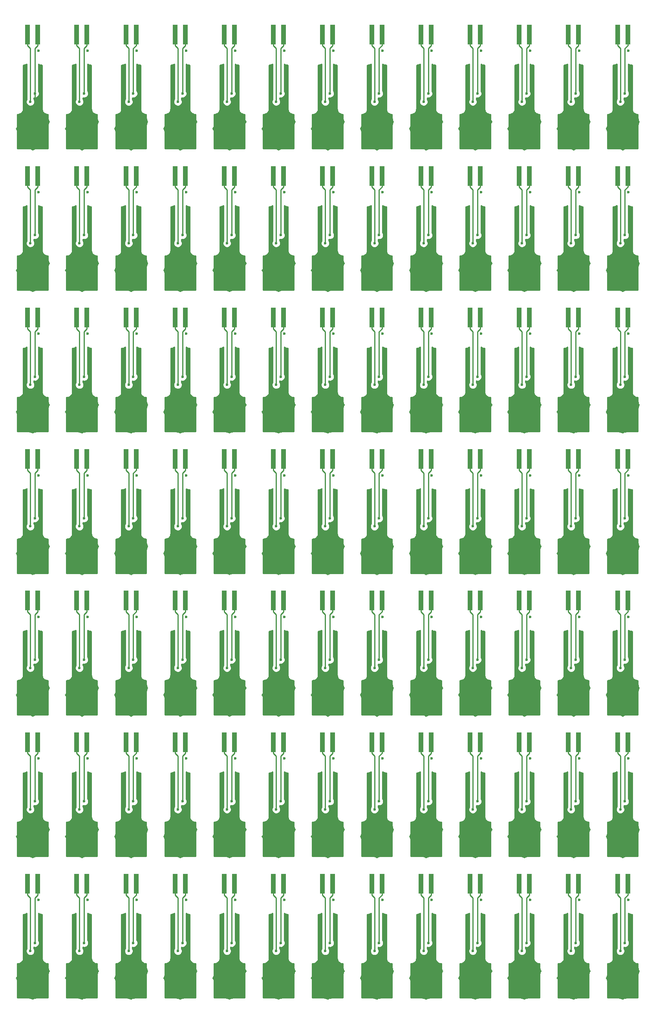
<source format=gtl>
G04 #@! TF.FileFunction,Copper,L1,Top,Signal*
%FSLAX46Y46*%
G04 Gerber Fmt 4.6, Leading zero omitted, Abs format (unit mm)*
G04 Created by KiCad (PCBNEW 4.0.2-4+6225~38~ubuntu14.04.1-stable) date Mon 13 Jun 2016 20:57:54 BST*
%MOMM*%
G01*
G04 APERTURE LIST*
%ADD10C,0.100000*%
%ADD11R,1.000000X4.350000*%
%ADD12C,0.600000*%
%ADD13C,0.250000*%
%ADD14C,0.254000*%
G04 APERTURE END LIST*
D10*
D11*
X173300000Y-212500000D03*
X171100000Y-212500000D03*
X162700000Y-212500000D03*
X160500000Y-212500000D03*
X152100000Y-212500000D03*
X149900000Y-212500000D03*
X141500000Y-212500000D03*
X139300000Y-212500000D03*
X130900000Y-212500000D03*
X128700000Y-212500000D03*
X120300000Y-212500000D03*
X118100000Y-212500000D03*
X109700000Y-212500000D03*
X107500000Y-212500000D03*
X99100000Y-212500000D03*
X96900000Y-212500000D03*
X88500000Y-212500000D03*
X86300000Y-212500000D03*
X77900000Y-212500000D03*
X75700000Y-212500000D03*
X67300000Y-212500000D03*
X65100000Y-212500000D03*
X56700000Y-212500000D03*
X54500000Y-212500000D03*
X46100000Y-212500000D03*
X43900000Y-212500000D03*
X173300000Y-182000000D03*
X171100000Y-182000000D03*
X162700000Y-182000000D03*
X160500000Y-182000000D03*
X152100000Y-182000000D03*
X149900000Y-182000000D03*
X141500000Y-182000000D03*
X139300000Y-182000000D03*
X130900000Y-182000000D03*
X128700000Y-182000000D03*
X120300000Y-182000000D03*
X118100000Y-182000000D03*
X109700000Y-182000000D03*
X107500000Y-182000000D03*
X99100000Y-182000000D03*
X96900000Y-182000000D03*
X88500000Y-182000000D03*
X86300000Y-182000000D03*
X77900000Y-182000000D03*
X75700000Y-182000000D03*
X67300000Y-182000000D03*
X65100000Y-182000000D03*
X56700000Y-182000000D03*
X54500000Y-182000000D03*
X46100000Y-182000000D03*
X43900000Y-182000000D03*
X173300000Y-151500000D03*
X171100000Y-151500000D03*
X162700000Y-151500000D03*
X160500000Y-151500000D03*
X152100000Y-151500000D03*
X149900000Y-151500000D03*
X141500000Y-151500000D03*
X139300000Y-151500000D03*
X130900000Y-151500000D03*
X128700000Y-151500000D03*
X120300000Y-151500000D03*
X118100000Y-151500000D03*
X109700000Y-151500000D03*
X107500000Y-151500000D03*
X99100000Y-151500000D03*
X96900000Y-151500000D03*
X88500000Y-151500000D03*
X86300000Y-151500000D03*
X77900000Y-151500000D03*
X75700000Y-151500000D03*
X67300000Y-151500000D03*
X65100000Y-151500000D03*
X56700000Y-151500000D03*
X54500000Y-151500000D03*
X46100000Y-151500000D03*
X43900000Y-151500000D03*
X173300000Y-121000000D03*
X171100000Y-121000000D03*
X162700000Y-121000000D03*
X160500000Y-121000000D03*
X152100000Y-121000000D03*
X149900000Y-121000000D03*
X141500000Y-121000000D03*
X139300000Y-121000000D03*
X130900000Y-121000000D03*
X128700000Y-121000000D03*
X120300000Y-121000000D03*
X118100000Y-121000000D03*
X109700000Y-121000000D03*
X107500000Y-121000000D03*
X99100000Y-121000000D03*
X96900000Y-121000000D03*
X88500000Y-121000000D03*
X86300000Y-121000000D03*
X77900000Y-121000000D03*
X75700000Y-121000000D03*
X67300000Y-121000000D03*
X65100000Y-121000000D03*
X56700000Y-121000000D03*
X54500000Y-121000000D03*
X46100000Y-121000000D03*
X43900000Y-121000000D03*
X173300000Y-90500000D03*
X171100000Y-90500000D03*
X162700000Y-90500000D03*
X160500000Y-90500000D03*
X152100000Y-90500000D03*
X149900000Y-90500000D03*
X141500000Y-90500000D03*
X139300000Y-90500000D03*
X130900000Y-90500000D03*
X128700000Y-90500000D03*
X120300000Y-90500000D03*
X118100000Y-90500000D03*
X109700000Y-90500000D03*
X107500000Y-90500000D03*
X99100000Y-90500000D03*
X96900000Y-90500000D03*
X88500000Y-90500000D03*
X86300000Y-90500000D03*
X77900000Y-90500000D03*
X75700000Y-90500000D03*
X67300000Y-90500000D03*
X65100000Y-90500000D03*
X56700000Y-90500000D03*
X54500000Y-90500000D03*
X46100000Y-90500000D03*
X43900000Y-90500000D03*
X173300000Y-60000000D03*
X171100000Y-60000000D03*
X162700000Y-60000000D03*
X160500000Y-60000000D03*
X152100000Y-60000000D03*
X149900000Y-60000000D03*
X141500000Y-60000000D03*
X139300000Y-60000000D03*
X130900000Y-60000000D03*
X128700000Y-60000000D03*
X120300000Y-60000000D03*
X118100000Y-60000000D03*
X109700000Y-60000000D03*
X107500000Y-60000000D03*
X99100000Y-60000000D03*
X96900000Y-60000000D03*
X88500000Y-60000000D03*
X86300000Y-60000000D03*
X77900000Y-60000000D03*
X75700000Y-60000000D03*
X67300000Y-60000000D03*
X65100000Y-60000000D03*
X56700000Y-60000000D03*
X54500000Y-60000000D03*
X46100000Y-60000000D03*
X43900000Y-60000000D03*
X173300000Y-29500000D03*
X171100000Y-29500000D03*
X162700000Y-29500000D03*
X160500000Y-29500000D03*
X152100000Y-29500000D03*
X149900000Y-29500000D03*
X141500000Y-29500000D03*
X139300000Y-29500000D03*
X130900000Y-29500000D03*
X128700000Y-29500000D03*
X120300000Y-29500000D03*
X118100000Y-29500000D03*
X109700000Y-29500000D03*
X107500000Y-29500000D03*
X99100000Y-29500000D03*
X96900000Y-29500000D03*
X88500000Y-29500000D03*
X86300000Y-29500000D03*
X77900000Y-29500000D03*
X75700000Y-29500000D03*
X67300000Y-29500000D03*
X65100000Y-29500000D03*
X56700000Y-29500000D03*
X54500000Y-29500000D03*
X46100000Y-29500000D03*
X43900000Y-29500000D03*
D12*
X173450000Y-216000000D03*
X162850000Y-216000000D03*
X152250000Y-216000000D03*
X141650000Y-216000000D03*
X131050000Y-216000000D03*
X120450000Y-216000000D03*
X109850000Y-216000000D03*
X99250000Y-216000000D03*
X88650000Y-216000000D03*
X78050000Y-216000000D03*
X67450000Y-216000000D03*
X56850000Y-216000000D03*
X46250000Y-216000000D03*
X173450000Y-185500000D03*
X162850000Y-185500000D03*
X152250000Y-185500000D03*
X141650000Y-185500000D03*
X131050000Y-185500000D03*
X120450000Y-185500000D03*
X109850000Y-185500000D03*
X99250000Y-185500000D03*
X88650000Y-185500000D03*
X78050000Y-185500000D03*
X67450000Y-185500000D03*
X56850000Y-185500000D03*
X46250000Y-185500000D03*
X173450000Y-155000000D03*
X162850000Y-155000000D03*
X152250000Y-155000000D03*
X141650000Y-155000000D03*
X131050000Y-155000000D03*
X120450000Y-155000000D03*
X109850000Y-155000000D03*
X99250000Y-155000000D03*
X88650000Y-155000000D03*
X78050000Y-155000000D03*
X67450000Y-155000000D03*
X56850000Y-155000000D03*
X46250000Y-155000000D03*
X173450000Y-124500000D03*
X162850000Y-124500000D03*
X152250000Y-124500000D03*
X141650000Y-124500000D03*
X131050000Y-124500000D03*
X120450000Y-124500000D03*
X109850000Y-124500000D03*
X99250000Y-124500000D03*
X88650000Y-124500000D03*
X78050000Y-124500000D03*
X67450000Y-124500000D03*
X56850000Y-124500000D03*
X46250000Y-124500000D03*
X173450000Y-94000000D03*
X162850000Y-94000000D03*
X152250000Y-94000000D03*
X141650000Y-94000000D03*
X131050000Y-94000000D03*
X120450000Y-94000000D03*
X109850000Y-94000000D03*
X99250000Y-94000000D03*
X88650000Y-94000000D03*
X78050000Y-94000000D03*
X67450000Y-94000000D03*
X56850000Y-94000000D03*
X46250000Y-94000000D03*
X173450000Y-63500000D03*
X162850000Y-63500000D03*
X152250000Y-63500000D03*
X141650000Y-63500000D03*
X131050000Y-63500000D03*
X120450000Y-63500000D03*
X109850000Y-63500000D03*
X99250000Y-63500000D03*
X88650000Y-63500000D03*
X78050000Y-63500000D03*
X67450000Y-63500000D03*
X56850000Y-63500000D03*
X46250000Y-63500000D03*
X173450000Y-33000000D03*
X162850000Y-33000000D03*
X152250000Y-33000000D03*
X141650000Y-33000000D03*
X131050000Y-33000000D03*
X120450000Y-33000000D03*
X109850000Y-33000000D03*
X99250000Y-33000000D03*
X88650000Y-33000000D03*
X78050000Y-33000000D03*
X67450000Y-33000000D03*
X56850000Y-33000000D03*
X46250000Y-33000000D03*
X169700000Y-232500000D03*
X159100000Y-232500000D03*
X148500000Y-232500000D03*
X137900000Y-232500000D03*
X127300000Y-232500000D03*
X116700000Y-232500000D03*
X106100000Y-232500000D03*
X95500000Y-232500000D03*
X84900000Y-232500000D03*
X74300000Y-232500000D03*
X63700000Y-232500000D03*
X53100000Y-232500000D03*
X42500000Y-232500000D03*
X169700000Y-202000000D03*
X159100000Y-202000000D03*
X148500000Y-202000000D03*
X137900000Y-202000000D03*
X127300000Y-202000000D03*
X116700000Y-202000000D03*
X106100000Y-202000000D03*
X95500000Y-202000000D03*
X84900000Y-202000000D03*
X74300000Y-202000000D03*
X63700000Y-202000000D03*
X53100000Y-202000000D03*
X42500000Y-202000000D03*
X169700000Y-171500000D03*
X159100000Y-171500000D03*
X148500000Y-171500000D03*
X137900000Y-171500000D03*
X127300000Y-171500000D03*
X116700000Y-171500000D03*
X106100000Y-171500000D03*
X95500000Y-171500000D03*
X84900000Y-171500000D03*
X74300000Y-171500000D03*
X63700000Y-171500000D03*
X53100000Y-171500000D03*
X42500000Y-171500000D03*
X169700000Y-141000000D03*
X159100000Y-141000000D03*
X148500000Y-141000000D03*
X137900000Y-141000000D03*
X127300000Y-141000000D03*
X116700000Y-141000000D03*
X106100000Y-141000000D03*
X95500000Y-141000000D03*
X84900000Y-141000000D03*
X74300000Y-141000000D03*
X63700000Y-141000000D03*
X53100000Y-141000000D03*
X42500000Y-141000000D03*
X169700000Y-110500000D03*
X159100000Y-110500000D03*
X148500000Y-110500000D03*
X137900000Y-110500000D03*
X127300000Y-110500000D03*
X116700000Y-110500000D03*
X106100000Y-110500000D03*
X95500000Y-110500000D03*
X84900000Y-110500000D03*
X74300000Y-110500000D03*
X63700000Y-110500000D03*
X53100000Y-110500000D03*
X42500000Y-110500000D03*
X169700000Y-80000000D03*
X159100000Y-80000000D03*
X148500000Y-80000000D03*
X137900000Y-80000000D03*
X127300000Y-80000000D03*
X116700000Y-80000000D03*
X106100000Y-80000000D03*
X95500000Y-80000000D03*
X84900000Y-80000000D03*
X74300000Y-80000000D03*
X63700000Y-80000000D03*
X53100000Y-80000000D03*
X42500000Y-80000000D03*
X169700000Y-49500000D03*
X159100000Y-49500000D03*
X148500000Y-49500000D03*
X137900000Y-49500000D03*
X127300000Y-49500000D03*
X116700000Y-49500000D03*
X106100000Y-49500000D03*
X95500000Y-49500000D03*
X84900000Y-49500000D03*
X74300000Y-49500000D03*
X63700000Y-49500000D03*
X53100000Y-49500000D03*
X42500000Y-49500000D03*
X171700000Y-227000000D03*
X161100000Y-227000000D03*
X150500000Y-227000000D03*
X139900000Y-227000000D03*
X129300000Y-227000000D03*
X118700000Y-227000000D03*
X108100000Y-227000000D03*
X97500000Y-227000000D03*
X86900000Y-227000000D03*
X76300000Y-227000000D03*
X65700000Y-227000000D03*
X55100000Y-227000000D03*
X44500000Y-227000000D03*
X171700000Y-196500000D03*
X161100000Y-196500000D03*
X150500000Y-196500000D03*
X139900000Y-196500000D03*
X129300000Y-196500000D03*
X118700000Y-196500000D03*
X108100000Y-196500000D03*
X97500000Y-196500000D03*
X86900000Y-196500000D03*
X76300000Y-196500000D03*
X65700000Y-196500000D03*
X55100000Y-196500000D03*
X44500000Y-196500000D03*
X171700000Y-166000000D03*
X161100000Y-166000000D03*
X150500000Y-166000000D03*
X139900000Y-166000000D03*
X129300000Y-166000000D03*
X118700000Y-166000000D03*
X108100000Y-166000000D03*
X97500000Y-166000000D03*
X86900000Y-166000000D03*
X76300000Y-166000000D03*
X65700000Y-166000000D03*
X55100000Y-166000000D03*
X44500000Y-166000000D03*
X171700000Y-135500000D03*
X161100000Y-135500000D03*
X150500000Y-135500000D03*
X139900000Y-135500000D03*
X129300000Y-135500000D03*
X118700000Y-135500000D03*
X108100000Y-135500000D03*
X97500000Y-135500000D03*
X86900000Y-135500000D03*
X76300000Y-135500000D03*
X65700000Y-135500000D03*
X55100000Y-135500000D03*
X44500000Y-135500000D03*
X171700000Y-105000000D03*
X161100000Y-105000000D03*
X150500000Y-105000000D03*
X139900000Y-105000000D03*
X129300000Y-105000000D03*
X118700000Y-105000000D03*
X108100000Y-105000000D03*
X97500000Y-105000000D03*
X86900000Y-105000000D03*
X76300000Y-105000000D03*
X65700000Y-105000000D03*
X55100000Y-105000000D03*
X44500000Y-105000000D03*
X171700000Y-74500000D03*
X161100000Y-74500000D03*
X150500000Y-74500000D03*
X139900000Y-74500000D03*
X129300000Y-74500000D03*
X118700000Y-74500000D03*
X108100000Y-74500000D03*
X97500000Y-74500000D03*
X86900000Y-74500000D03*
X76300000Y-74500000D03*
X65700000Y-74500000D03*
X55100000Y-74500000D03*
X44500000Y-74500000D03*
X171700000Y-44000000D03*
X161100000Y-44000000D03*
X150500000Y-44000000D03*
X139900000Y-44000000D03*
X129300000Y-44000000D03*
X118700000Y-44000000D03*
X108100000Y-44000000D03*
X97500000Y-44000000D03*
X86900000Y-44000000D03*
X76300000Y-44000000D03*
X65700000Y-44000000D03*
X55100000Y-44000000D03*
X44500000Y-44000000D03*
X172700000Y-225250000D03*
X162100000Y-225250000D03*
X151500000Y-225250000D03*
X140900000Y-225250000D03*
X130300000Y-225250000D03*
X119700000Y-225250000D03*
X109100000Y-225250000D03*
X98500000Y-225250000D03*
X87900000Y-225250000D03*
X77300000Y-225250000D03*
X66700000Y-225250000D03*
X56100000Y-225250000D03*
X45500000Y-225250000D03*
X172700000Y-194750000D03*
X162100000Y-194750000D03*
X151500000Y-194750000D03*
X140900000Y-194750000D03*
X130300000Y-194750000D03*
X119700000Y-194750000D03*
X109100000Y-194750000D03*
X98500000Y-194750000D03*
X87900000Y-194750000D03*
X77300000Y-194750000D03*
X66700000Y-194750000D03*
X56100000Y-194750000D03*
X45500000Y-194750000D03*
X172700000Y-164250000D03*
X162100000Y-164250000D03*
X151500000Y-164250000D03*
X140900000Y-164250000D03*
X130300000Y-164250000D03*
X119700000Y-164250000D03*
X109100000Y-164250000D03*
X98500000Y-164250000D03*
X87900000Y-164250000D03*
X77300000Y-164250000D03*
X66700000Y-164250000D03*
X56100000Y-164250000D03*
X45500000Y-164250000D03*
X172700000Y-133750000D03*
X162100000Y-133750000D03*
X151500000Y-133750000D03*
X140900000Y-133750000D03*
X130300000Y-133750000D03*
X119700000Y-133750000D03*
X109100000Y-133750000D03*
X98500000Y-133750000D03*
X87900000Y-133750000D03*
X77300000Y-133750000D03*
X66700000Y-133750000D03*
X56100000Y-133750000D03*
X45500000Y-133750000D03*
X172700000Y-103250000D03*
X162100000Y-103250000D03*
X151500000Y-103250000D03*
X140900000Y-103250000D03*
X130300000Y-103250000D03*
X119700000Y-103250000D03*
X109100000Y-103250000D03*
X98500000Y-103250000D03*
X87900000Y-103250000D03*
X77300000Y-103250000D03*
X66700000Y-103250000D03*
X56100000Y-103250000D03*
X45500000Y-103250000D03*
X172700000Y-72750000D03*
X162100000Y-72750000D03*
X151500000Y-72750000D03*
X140900000Y-72750000D03*
X130300000Y-72750000D03*
X119700000Y-72750000D03*
X109100000Y-72750000D03*
X98500000Y-72750000D03*
X87900000Y-72750000D03*
X77300000Y-72750000D03*
X66700000Y-72750000D03*
X56100000Y-72750000D03*
X45500000Y-72750000D03*
X172700000Y-42250000D03*
X162100000Y-42250000D03*
X151500000Y-42250000D03*
X140900000Y-42250000D03*
X130300000Y-42250000D03*
X119700000Y-42250000D03*
X109100000Y-42250000D03*
X98500000Y-42250000D03*
X87900000Y-42250000D03*
X77300000Y-42250000D03*
X66700000Y-42250000D03*
X56100000Y-42250000D03*
X45500000Y-42250000D03*
D13*
X171100000Y-214925000D02*
X171700000Y-215525000D01*
X160500000Y-214925000D02*
X161100000Y-215525000D01*
X149900000Y-214925000D02*
X150500000Y-215525000D01*
X139300000Y-214925000D02*
X139900000Y-215525000D01*
X128700000Y-214925000D02*
X129300000Y-215525000D01*
X118100000Y-214925000D02*
X118700000Y-215525000D01*
X107500000Y-214925000D02*
X108100000Y-215525000D01*
X96900000Y-214925000D02*
X97500000Y-215525000D01*
X86300000Y-214925000D02*
X86900000Y-215525000D01*
X75700000Y-214925000D02*
X76300000Y-215525000D01*
X65100000Y-214925000D02*
X65700000Y-215525000D01*
X54500000Y-214925000D02*
X55100000Y-215525000D01*
X43900000Y-214925000D02*
X44500000Y-215525000D01*
X171100000Y-184425000D02*
X171700000Y-185025000D01*
X160500000Y-184425000D02*
X161100000Y-185025000D01*
X149900000Y-184425000D02*
X150500000Y-185025000D01*
X139300000Y-184425000D02*
X139900000Y-185025000D01*
X128700000Y-184425000D02*
X129300000Y-185025000D01*
X118100000Y-184425000D02*
X118700000Y-185025000D01*
X107500000Y-184425000D02*
X108100000Y-185025000D01*
X96900000Y-184425000D02*
X97500000Y-185025000D01*
X86300000Y-184425000D02*
X86900000Y-185025000D01*
X75700000Y-184425000D02*
X76300000Y-185025000D01*
X65100000Y-184425000D02*
X65700000Y-185025000D01*
X54500000Y-184425000D02*
X55100000Y-185025000D01*
X43900000Y-184425000D02*
X44500000Y-185025000D01*
X171100000Y-153925000D02*
X171700000Y-154525000D01*
X160500000Y-153925000D02*
X161100000Y-154525000D01*
X149900000Y-153925000D02*
X150500000Y-154525000D01*
X139300000Y-153925000D02*
X139900000Y-154525000D01*
X128700000Y-153925000D02*
X129300000Y-154525000D01*
X118100000Y-153925000D02*
X118700000Y-154525000D01*
X107500000Y-153925000D02*
X108100000Y-154525000D01*
X96900000Y-153925000D02*
X97500000Y-154525000D01*
X86300000Y-153925000D02*
X86900000Y-154525000D01*
X75700000Y-153925000D02*
X76300000Y-154525000D01*
X65100000Y-153925000D02*
X65700000Y-154525000D01*
X54500000Y-153925000D02*
X55100000Y-154525000D01*
X43900000Y-153925000D02*
X44500000Y-154525000D01*
X171100000Y-123425000D02*
X171700000Y-124025000D01*
X160500000Y-123425000D02*
X161100000Y-124025000D01*
X149900000Y-123425000D02*
X150500000Y-124025000D01*
X139300000Y-123425000D02*
X139900000Y-124025000D01*
X128700000Y-123425000D02*
X129300000Y-124025000D01*
X118100000Y-123425000D02*
X118700000Y-124025000D01*
X107500000Y-123425000D02*
X108100000Y-124025000D01*
X96900000Y-123425000D02*
X97500000Y-124025000D01*
X86300000Y-123425000D02*
X86900000Y-124025000D01*
X75700000Y-123425000D02*
X76300000Y-124025000D01*
X65100000Y-123425000D02*
X65700000Y-124025000D01*
X54500000Y-123425000D02*
X55100000Y-124025000D01*
X43900000Y-123425000D02*
X44500000Y-124025000D01*
X171100000Y-92925000D02*
X171700000Y-93525000D01*
X160500000Y-92925000D02*
X161100000Y-93525000D01*
X149900000Y-92925000D02*
X150500000Y-93525000D01*
X139300000Y-92925000D02*
X139900000Y-93525000D01*
X128700000Y-92925000D02*
X129300000Y-93525000D01*
X118100000Y-92925000D02*
X118700000Y-93525000D01*
X107500000Y-92925000D02*
X108100000Y-93525000D01*
X96900000Y-92925000D02*
X97500000Y-93525000D01*
X86300000Y-92925000D02*
X86900000Y-93525000D01*
X75700000Y-92925000D02*
X76300000Y-93525000D01*
X65100000Y-92925000D02*
X65700000Y-93525000D01*
X54500000Y-92925000D02*
X55100000Y-93525000D01*
X43900000Y-92925000D02*
X44500000Y-93525000D01*
X171100000Y-62425000D02*
X171700000Y-63025000D01*
X160500000Y-62425000D02*
X161100000Y-63025000D01*
X149900000Y-62425000D02*
X150500000Y-63025000D01*
X139300000Y-62425000D02*
X139900000Y-63025000D01*
X128700000Y-62425000D02*
X129300000Y-63025000D01*
X118100000Y-62425000D02*
X118700000Y-63025000D01*
X107500000Y-62425000D02*
X108100000Y-63025000D01*
X96900000Y-62425000D02*
X97500000Y-63025000D01*
X86300000Y-62425000D02*
X86900000Y-63025000D01*
X75700000Y-62425000D02*
X76300000Y-63025000D01*
X65100000Y-62425000D02*
X65700000Y-63025000D01*
X54500000Y-62425000D02*
X55100000Y-63025000D01*
X43900000Y-62425000D02*
X44500000Y-63025000D01*
X171100000Y-31925000D02*
X171700000Y-32525000D01*
X160500000Y-31925000D02*
X161100000Y-32525000D01*
X149900000Y-31925000D02*
X150500000Y-32525000D01*
X139300000Y-31925000D02*
X139900000Y-32525000D01*
X128700000Y-31925000D02*
X129300000Y-32525000D01*
X118100000Y-31925000D02*
X118700000Y-32525000D01*
X107500000Y-31925000D02*
X108100000Y-32525000D01*
X96900000Y-31925000D02*
X97500000Y-32525000D01*
X86300000Y-31925000D02*
X86900000Y-32525000D01*
X75700000Y-31925000D02*
X76300000Y-32525000D01*
X65100000Y-31925000D02*
X65700000Y-32525000D01*
X54500000Y-31925000D02*
X55100000Y-32525000D01*
X171100000Y-212500000D02*
X171100000Y-214925000D01*
X160500000Y-212500000D02*
X160500000Y-214925000D01*
X149900000Y-212500000D02*
X149900000Y-214925000D01*
X139300000Y-212500000D02*
X139300000Y-214925000D01*
X128700000Y-212500000D02*
X128700000Y-214925000D01*
X118100000Y-212500000D02*
X118100000Y-214925000D01*
X107500000Y-212500000D02*
X107500000Y-214925000D01*
X96900000Y-212500000D02*
X96900000Y-214925000D01*
X86300000Y-212500000D02*
X86300000Y-214925000D01*
X75700000Y-212500000D02*
X75700000Y-214925000D01*
X65100000Y-212500000D02*
X65100000Y-214925000D01*
X54500000Y-212500000D02*
X54500000Y-214925000D01*
X43900000Y-212500000D02*
X43900000Y-214925000D01*
X171100000Y-182000000D02*
X171100000Y-184425000D01*
X160500000Y-182000000D02*
X160500000Y-184425000D01*
X149900000Y-182000000D02*
X149900000Y-184425000D01*
X139300000Y-182000000D02*
X139300000Y-184425000D01*
X128700000Y-182000000D02*
X128700000Y-184425000D01*
X118100000Y-182000000D02*
X118100000Y-184425000D01*
X107500000Y-182000000D02*
X107500000Y-184425000D01*
X96900000Y-182000000D02*
X96900000Y-184425000D01*
X86300000Y-182000000D02*
X86300000Y-184425000D01*
X75700000Y-182000000D02*
X75700000Y-184425000D01*
X65100000Y-182000000D02*
X65100000Y-184425000D01*
X54500000Y-182000000D02*
X54500000Y-184425000D01*
X43900000Y-182000000D02*
X43900000Y-184425000D01*
X171100000Y-151500000D02*
X171100000Y-153925000D01*
X160500000Y-151500000D02*
X160500000Y-153925000D01*
X149900000Y-151500000D02*
X149900000Y-153925000D01*
X139300000Y-151500000D02*
X139300000Y-153925000D01*
X128700000Y-151500000D02*
X128700000Y-153925000D01*
X118100000Y-151500000D02*
X118100000Y-153925000D01*
X107500000Y-151500000D02*
X107500000Y-153925000D01*
X96900000Y-151500000D02*
X96900000Y-153925000D01*
X86300000Y-151500000D02*
X86300000Y-153925000D01*
X75700000Y-151500000D02*
X75700000Y-153925000D01*
X65100000Y-151500000D02*
X65100000Y-153925000D01*
X54500000Y-151500000D02*
X54500000Y-153925000D01*
X43900000Y-151500000D02*
X43900000Y-153925000D01*
X171100000Y-121000000D02*
X171100000Y-123425000D01*
X160500000Y-121000000D02*
X160500000Y-123425000D01*
X149900000Y-121000000D02*
X149900000Y-123425000D01*
X139300000Y-121000000D02*
X139300000Y-123425000D01*
X128700000Y-121000000D02*
X128700000Y-123425000D01*
X118100000Y-121000000D02*
X118100000Y-123425000D01*
X107500000Y-121000000D02*
X107500000Y-123425000D01*
X96900000Y-121000000D02*
X96900000Y-123425000D01*
X86300000Y-121000000D02*
X86300000Y-123425000D01*
X75700000Y-121000000D02*
X75700000Y-123425000D01*
X65100000Y-121000000D02*
X65100000Y-123425000D01*
X54500000Y-121000000D02*
X54500000Y-123425000D01*
X43900000Y-121000000D02*
X43900000Y-123425000D01*
X171100000Y-90500000D02*
X171100000Y-92925000D01*
X160500000Y-90500000D02*
X160500000Y-92925000D01*
X149900000Y-90500000D02*
X149900000Y-92925000D01*
X139300000Y-90500000D02*
X139300000Y-92925000D01*
X128700000Y-90500000D02*
X128700000Y-92925000D01*
X118100000Y-90500000D02*
X118100000Y-92925000D01*
X107500000Y-90500000D02*
X107500000Y-92925000D01*
X96900000Y-90500000D02*
X96900000Y-92925000D01*
X86300000Y-90500000D02*
X86300000Y-92925000D01*
X75700000Y-90500000D02*
X75700000Y-92925000D01*
X65100000Y-90500000D02*
X65100000Y-92925000D01*
X54500000Y-90500000D02*
X54500000Y-92925000D01*
X43900000Y-90500000D02*
X43900000Y-92925000D01*
X171100000Y-60000000D02*
X171100000Y-62425000D01*
X160500000Y-60000000D02*
X160500000Y-62425000D01*
X149900000Y-60000000D02*
X149900000Y-62425000D01*
X139300000Y-60000000D02*
X139300000Y-62425000D01*
X128700000Y-60000000D02*
X128700000Y-62425000D01*
X118100000Y-60000000D02*
X118100000Y-62425000D01*
X107500000Y-60000000D02*
X107500000Y-62425000D01*
X96900000Y-60000000D02*
X96900000Y-62425000D01*
X86300000Y-60000000D02*
X86300000Y-62425000D01*
X75700000Y-60000000D02*
X75700000Y-62425000D01*
X65100000Y-60000000D02*
X65100000Y-62425000D01*
X54500000Y-60000000D02*
X54500000Y-62425000D01*
X43900000Y-60000000D02*
X43900000Y-62425000D01*
X171100000Y-29500000D02*
X171100000Y-31925000D01*
X160500000Y-29500000D02*
X160500000Y-31925000D01*
X149900000Y-29500000D02*
X149900000Y-31925000D01*
X139300000Y-29500000D02*
X139300000Y-31925000D01*
X128700000Y-29500000D02*
X128700000Y-31925000D01*
X118100000Y-29500000D02*
X118100000Y-31925000D01*
X107500000Y-29500000D02*
X107500000Y-31925000D01*
X96900000Y-29500000D02*
X96900000Y-31925000D01*
X86300000Y-29500000D02*
X86300000Y-31925000D01*
X75700000Y-29500000D02*
X75700000Y-31925000D01*
X65100000Y-29500000D02*
X65100000Y-31925000D01*
X54500000Y-29500000D02*
X54500000Y-31925000D01*
X171700000Y-215525000D02*
X171700000Y-227000000D01*
X161100000Y-215525000D02*
X161100000Y-227000000D01*
X150500000Y-215525000D02*
X150500000Y-227000000D01*
X139900000Y-215525000D02*
X139900000Y-227000000D01*
X129300000Y-215525000D02*
X129300000Y-227000000D01*
X118700000Y-215525000D02*
X118700000Y-227000000D01*
X108100000Y-215525000D02*
X108100000Y-227000000D01*
X97500000Y-215525000D02*
X97500000Y-227000000D01*
X86900000Y-215525000D02*
X86900000Y-227000000D01*
X76300000Y-215525000D02*
X76300000Y-227000000D01*
X65700000Y-215525000D02*
X65700000Y-227000000D01*
X55100000Y-215525000D02*
X55100000Y-227000000D01*
X44500000Y-215525000D02*
X44500000Y-227000000D01*
X171700000Y-185025000D02*
X171700000Y-196500000D01*
X161100000Y-185025000D02*
X161100000Y-196500000D01*
X150500000Y-185025000D02*
X150500000Y-196500000D01*
X139900000Y-185025000D02*
X139900000Y-196500000D01*
X129300000Y-185025000D02*
X129300000Y-196500000D01*
X118700000Y-185025000D02*
X118700000Y-196500000D01*
X108100000Y-185025000D02*
X108100000Y-196500000D01*
X97500000Y-185025000D02*
X97500000Y-196500000D01*
X86900000Y-185025000D02*
X86900000Y-196500000D01*
X76300000Y-185025000D02*
X76300000Y-196500000D01*
X65700000Y-185025000D02*
X65700000Y-196500000D01*
X55100000Y-185025000D02*
X55100000Y-196500000D01*
X44500000Y-185025000D02*
X44500000Y-196500000D01*
X171700000Y-154525000D02*
X171700000Y-166000000D01*
X161100000Y-154525000D02*
X161100000Y-166000000D01*
X150500000Y-154525000D02*
X150500000Y-166000000D01*
X139900000Y-154525000D02*
X139900000Y-166000000D01*
X129300000Y-154525000D02*
X129300000Y-166000000D01*
X118700000Y-154525000D02*
X118700000Y-166000000D01*
X108100000Y-154525000D02*
X108100000Y-166000000D01*
X97500000Y-154525000D02*
X97500000Y-166000000D01*
X86900000Y-154525000D02*
X86900000Y-166000000D01*
X76300000Y-154525000D02*
X76300000Y-166000000D01*
X65700000Y-154525000D02*
X65700000Y-166000000D01*
X55100000Y-154525000D02*
X55100000Y-166000000D01*
X44500000Y-154525000D02*
X44500000Y-166000000D01*
X171700000Y-124025000D02*
X171700000Y-135500000D01*
X161100000Y-124025000D02*
X161100000Y-135500000D01*
X150500000Y-124025000D02*
X150500000Y-135500000D01*
X139900000Y-124025000D02*
X139900000Y-135500000D01*
X129300000Y-124025000D02*
X129300000Y-135500000D01*
X118700000Y-124025000D02*
X118700000Y-135500000D01*
X108100000Y-124025000D02*
X108100000Y-135500000D01*
X97500000Y-124025000D02*
X97500000Y-135500000D01*
X86900000Y-124025000D02*
X86900000Y-135500000D01*
X76300000Y-124025000D02*
X76300000Y-135500000D01*
X65700000Y-124025000D02*
X65700000Y-135500000D01*
X55100000Y-124025000D02*
X55100000Y-135500000D01*
X44500000Y-124025000D02*
X44500000Y-135500000D01*
X171700000Y-93525000D02*
X171700000Y-105000000D01*
X161100000Y-93525000D02*
X161100000Y-105000000D01*
X150500000Y-93525000D02*
X150500000Y-105000000D01*
X139900000Y-93525000D02*
X139900000Y-105000000D01*
X129300000Y-93525000D02*
X129300000Y-105000000D01*
X118700000Y-93525000D02*
X118700000Y-105000000D01*
X108100000Y-93525000D02*
X108100000Y-105000000D01*
X97500000Y-93525000D02*
X97500000Y-105000000D01*
X86900000Y-93525000D02*
X86900000Y-105000000D01*
X76300000Y-93525000D02*
X76300000Y-105000000D01*
X65700000Y-93525000D02*
X65700000Y-105000000D01*
X55100000Y-93525000D02*
X55100000Y-105000000D01*
X44500000Y-93525000D02*
X44500000Y-105000000D01*
X171700000Y-63025000D02*
X171700000Y-74500000D01*
X161100000Y-63025000D02*
X161100000Y-74500000D01*
X150500000Y-63025000D02*
X150500000Y-74500000D01*
X139900000Y-63025000D02*
X139900000Y-74500000D01*
X129300000Y-63025000D02*
X129300000Y-74500000D01*
X118700000Y-63025000D02*
X118700000Y-74500000D01*
X108100000Y-63025000D02*
X108100000Y-74500000D01*
X97500000Y-63025000D02*
X97500000Y-74500000D01*
X86900000Y-63025000D02*
X86900000Y-74500000D01*
X76300000Y-63025000D02*
X76300000Y-74500000D01*
X65700000Y-63025000D02*
X65700000Y-74500000D01*
X55100000Y-63025000D02*
X55100000Y-74500000D01*
X44500000Y-63025000D02*
X44500000Y-74500000D01*
X171700000Y-32525000D02*
X171700000Y-44000000D01*
X161100000Y-32525000D02*
X161100000Y-44000000D01*
X150500000Y-32525000D02*
X150500000Y-44000000D01*
X139900000Y-32525000D02*
X139900000Y-44000000D01*
X129300000Y-32525000D02*
X129300000Y-44000000D01*
X118700000Y-32525000D02*
X118700000Y-44000000D01*
X108100000Y-32525000D02*
X108100000Y-44000000D01*
X97500000Y-32525000D02*
X97500000Y-44000000D01*
X86900000Y-32525000D02*
X86900000Y-44000000D01*
X76300000Y-32525000D02*
X76300000Y-44000000D01*
X65700000Y-32525000D02*
X65700000Y-44000000D01*
X55100000Y-32525000D02*
X55100000Y-44000000D01*
X44500000Y-32525000D02*
X44500000Y-44000000D01*
X43900000Y-29500000D02*
X43900000Y-31925000D01*
X43900000Y-31925000D02*
X44500000Y-32525000D01*
X45500000Y-42250000D02*
X45500000Y-46750000D01*
X172700000Y-225250000D02*
X172700000Y-217000000D01*
X162100000Y-225250000D02*
X162100000Y-217000000D01*
X151500000Y-225250000D02*
X151500000Y-217000000D01*
X140900000Y-225250000D02*
X140900000Y-217000000D01*
X130300000Y-225250000D02*
X130300000Y-217000000D01*
X119700000Y-225250000D02*
X119700000Y-217000000D01*
X109100000Y-225250000D02*
X109100000Y-217000000D01*
X98500000Y-225250000D02*
X98500000Y-217000000D01*
X87900000Y-225250000D02*
X87900000Y-217000000D01*
X77300000Y-225250000D02*
X77300000Y-217000000D01*
X66700000Y-225250000D02*
X66700000Y-217000000D01*
X56100000Y-225250000D02*
X56100000Y-217000000D01*
X45500000Y-225250000D02*
X45500000Y-217000000D01*
X172700000Y-194750000D02*
X172700000Y-186500000D01*
X162100000Y-194750000D02*
X162100000Y-186500000D01*
X151500000Y-194750000D02*
X151500000Y-186500000D01*
X140900000Y-194750000D02*
X140900000Y-186500000D01*
X130300000Y-194750000D02*
X130300000Y-186500000D01*
X119700000Y-194750000D02*
X119700000Y-186500000D01*
X109100000Y-194750000D02*
X109100000Y-186500000D01*
X98500000Y-194750000D02*
X98500000Y-186500000D01*
X87900000Y-194750000D02*
X87900000Y-186500000D01*
X77300000Y-194750000D02*
X77300000Y-186500000D01*
X66700000Y-194750000D02*
X66700000Y-186500000D01*
X56100000Y-194750000D02*
X56100000Y-186500000D01*
X45500000Y-194750000D02*
X45500000Y-186500000D01*
X172700000Y-164250000D02*
X172700000Y-156000000D01*
X162100000Y-164250000D02*
X162100000Y-156000000D01*
X151500000Y-164250000D02*
X151500000Y-156000000D01*
X140900000Y-164250000D02*
X140900000Y-156000000D01*
X130300000Y-164250000D02*
X130300000Y-156000000D01*
X119700000Y-164250000D02*
X119700000Y-156000000D01*
X109100000Y-164250000D02*
X109100000Y-156000000D01*
X98500000Y-164250000D02*
X98500000Y-156000000D01*
X87900000Y-164250000D02*
X87900000Y-156000000D01*
X77300000Y-164250000D02*
X77300000Y-156000000D01*
X66700000Y-164250000D02*
X66700000Y-156000000D01*
X56100000Y-164250000D02*
X56100000Y-156000000D01*
X45500000Y-164250000D02*
X45500000Y-156000000D01*
X172700000Y-133750000D02*
X172700000Y-125500000D01*
X162100000Y-133750000D02*
X162100000Y-125500000D01*
X151500000Y-133750000D02*
X151500000Y-125500000D01*
X140900000Y-133750000D02*
X140900000Y-125500000D01*
X130300000Y-133750000D02*
X130300000Y-125500000D01*
X119700000Y-133750000D02*
X119700000Y-125500000D01*
X109100000Y-133750000D02*
X109100000Y-125500000D01*
X98500000Y-133750000D02*
X98500000Y-125500000D01*
X87900000Y-133750000D02*
X87900000Y-125500000D01*
X77300000Y-133750000D02*
X77300000Y-125500000D01*
X66700000Y-133750000D02*
X66700000Y-125500000D01*
X56100000Y-133750000D02*
X56100000Y-125500000D01*
X45500000Y-133750000D02*
X45500000Y-125500000D01*
X172700000Y-103250000D02*
X172700000Y-95000000D01*
X162100000Y-103250000D02*
X162100000Y-95000000D01*
X151500000Y-103250000D02*
X151500000Y-95000000D01*
X140900000Y-103250000D02*
X140900000Y-95000000D01*
X130300000Y-103250000D02*
X130300000Y-95000000D01*
X119700000Y-103250000D02*
X119700000Y-95000000D01*
X109100000Y-103250000D02*
X109100000Y-95000000D01*
X98500000Y-103250000D02*
X98500000Y-95000000D01*
X87900000Y-103250000D02*
X87900000Y-95000000D01*
X77300000Y-103250000D02*
X77300000Y-95000000D01*
X66700000Y-103250000D02*
X66700000Y-95000000D01*
X56100000Y-103250000D02*
X56100000Y-95000000D01*
X45500000Y-103250000D02*
X45500000Y-95000000D01*
X172700000Y-72750000D02*
X172700000Y-64500000D01*
X162100000Y-72750000D02*
X162100000Y-64500000D01*
X151500000Y-72750000D02*
X151500000Y-64500000D01*
X140900000Y-72750000D02*
X140900000Y-64500000D01*
X130300000Y-72750000D02*
X130300000Y-64500000D01*
X119700000Y-72750000D02*
X119700000Y-64500000D01*
X109100000Y-72750000D02*
X109100000Y-64500000D01*
X98500000Y-72750000D02*
X98500000Y-64500000D01*
X87900000Y-72750000D02*
X87900000Y-64500000D01*
X77300000Y-72750000D02*
X77300000Y-64500000D01*
X66700000Y-72750000D02*
X66700000Y-64500000D01*
X56100000Y-72750000D02*
X56100000Y-64500000D01*
X45500000Y-72750000D02*
X45500000Y-64500000D01*
X172700000Y-42250000D02*
X172700000Y-34000000D01*
X162100000Y-42250000D02*
X162100000Y-34000000D01*
X151500000Y-42250000D02*
X151500000Y-34000000D01*
X140900000Y-42250000D02*
X140900000Y-34000000D01*
X130300000Y-42250000D02*
X130300000Y-34000000D01*
X119700000Y-42250000D02*
X119700000Y-34000000D01*
X109100000Y-42250000D02*
X109100000Y-34000000D01*
X98500000Y-42250000D02*
X98500000Y-34000000D01*
X87900000Y-42250000D02*
X87900000Y-34000000D01*
X77300000Y-42250000D02*
X77300000Y-34000000D01*
X66700000Y-42250000D02*
X66700000Y-34000000D01*
X56100000Y-42250000D02*
X56100000Y-34000000D01*
X173300000Y-214925000D02*
X172700000Y-215525000D01*
X162700000Y-214925000D02*
X162100000Y-215525000D01*
X152100000Y-214925000D02*
X151500000Y-215525000D01*
X141500000Y-214925000D02*
X140900000Y-215525000D01*
X130900000Y-214925000D02*
X130300000Y-215525000D01*
X120300000Y-214925000D02*
X119700000Y-215525000D01*
X109700000Y-214925000D02*
X109100000Y-215525000D01*
X99100000Y-214925000D02*
X98500000Y-215525000D01*
X88500000Y-214925000D02*
X87900000Y-215525000D01*
X77900000Y-214925000D02*
X77300000Y-215525000D01*
X67300000Y-214925000D02*
X66700000Y-215525000D01*
X56700000Y-214925000D02*
X56100000Y-215525000D01*
X46100000Y-214925000D02*
X45500000Y-215525000D01*
X173300000Y-184425000D02*
X172700000Y-185025000D01*
X162700000Y-184425000D02*
X162100000Y-185025000D01*
X152100000Y-184425000D02*
X151500000Y-185025000D01*
X141500000Y-184425000D02*
X140900000Y-185025000D01*
X130900000Y-184425000D02*
X130300000Y-185025000D01*
X120300000Y-184425000D02*
X119700000Y-185025000D01*
X109700000Y-184425000D02*
X109100000Y-185025000D01*
X99100000Y-184425000D02*
X98500000Y-185025000D01*
X88500000Y-184425000D02*
X87900000Y-185025000D01*
X77900000Y-184425000D02*
X77300000Y-185025000D01*
X67300000Y-184425000D02*
X66700000Y-185025000D01*
X56700000Y-184425000D02*
X56100000Y-185025000D01*
X46100000Y-184425000D02*
X45500000Y-185025000D01*
X173300000Y-153925000D02*
X172700000Y-154525000D01*
X162700000Y-153925000D02*
X162100000Y-154525000D01*
X152100000Y-153925000D02*
X151500000Y-154525000D01*
X141500000Y-153925000D02*
X140900000Y-154525000D01*
X130900000Y-153925000D02*
X130300000Y-154525000D01*
X120300000Y-153925000D02*
X119700000Y-154525000D01*
X109700000Y-153925000D02*
X109100000Y-154525000D01*
X99100000Y-153925000D02*
X98500000Y-154525000D01*
X88500000Y-153925000D02*
X87900000Y-154525000D01*
X77900000Y-153925000D02*
X77300000Y-154525000D01*
X67300000Y-153925000D02*
X66700000Y-154525000D01*
X56700000Y-153925000D02*
X56100000Y-154525000D01*
X46100000Y-153925000D02*
X45500000Y-154525000D01*
X173300000Y-123425000D02*
X172700000Y-124025000D01*
X162700000Y-123425000D02*
X162100000Y-124025000D01*
X152100000Y-123425000D02*
X151500000Y-124025000D01*
X141500000Y-123425000D02*
X140900000Y-124025000D01*
X130900000Y-123425000D02*
X130300000Y-124025000D01*
X120300000Y-123425000D02*
X119700000Y-124025000D01*
X109700000Y-123425000D02*
X109100000Y-124025000D01*
X99100000Y-123425000D02*
X98500000Y-124025000D01*
X88500000Y-123425000D02*
X87900000Y-124025000D01*
X77900000Y-123425000D02*
X77300000Y-124025000D01*
X67300000Y-123425000D02*
X66700000Y-124025000D01*
X56700000Y-123425000D02*
X56100000Y-124025000D01*
X46100000Y-123425000D02*
X45500000Y-124025000D01*
X173300000Y-92925000D02*
X172700000Y-93525000D01*
X162700000Y-92925000D02*
X162100000Y-93525000D01*
X152100000Y-92925000D02*
X151500000Y-93525000D01*
X141500000Y-92925000D02*
X140900000Y-93525000D01*
X130900000Y-92925000D02*
X130300000Y-93525000D01*
X120300000Y-92925000D02*
X119700000Y-93525000D01*
X109700000Y-92925000D02*
X109100000Y-93525000D01*
X99100000Y-92925000D02*
X98500000Y-93525000D01*
X88500000Y-92925000D02*
X87900000Y-93525000D01*
X77900000Y-92925000D02*
X77300000Y-93525000D01*
X67300000Y-92925000D02*
X66700000Y-93525000D01*
X56700000Y-92925000D02*
X56100000Y-93525000D01*
X46100000Y-92925000D02*
X45500000Y-93525000D01*
X173300000Y-62425000D02*
X172700000Y-63025000D01*
X162700000Y-62425000D02*
X162100000Y-63025000D01*
X152100000Y-62425000D02*
X151500000Y-63025000D01*
X141500000Y-62425000D02*
X140900000Y-63025000D01*
X130900000Y-62425000D02*
X130300000Y-63025000D01*
X120300000Y-62425000D02*
X119700000Y-63025000D01*
X109700000Y-62425000D02*
X109100000Y-63025000D01*
X99100000Y-62425000D02*
X98500000Y-63025000D01*
X88500000Y-62425000D02*
X87900000Y-63025000D01*
X77900000Y-62425000D02*
X77300000Y-63025000D01*
X67300000Y-62425000D02*
X66700000Y-63025000D01*
X56700000Y-62425000D02*
X56100000Y-63025000D01*
X46100000Y-62425000D02*
X45500000Y-63025000D01*
X173300000Y-31925000D02*
X172700000Y-32525000D01*
X162700000Y-31925000D02*
X162100000Y-32525000D01*
X152100000Y-31925000D02*
X151500000Y-32525000D01*
X141500000Y-31925000D02*
X140900000Y-32525000D01*
X130900000Y-31925000D02*
X130300000Y-32525000D01*
X120300000Y-31925000D02*
X119700000Y-32525000D01*
X109700000Y-31925000D02*
X109100000Y-32525000D01*
X99100000Y-31925000D02*
X98500000Y-32525000D01*
X88500000Y-31925000D02*
X87900000Y-32525000D01*
X77900000Y-31925000D02*
X77300000Y-32525000D01*
X67300000Y-31925000D02*
X66700000Y-32525000D01*
X56700000Y-31925000D02*
X56100000Y-32525000D01*
X173300000Y-212500000D02*
X173300000Y-214925000D01*
X162700000Y-212500000D02*
X162700000Y-214925000D01*
X152100000Y-212500000D02*
X152100000Y-214925000D01*
X141500000Y-212500000D02*
X141500000Y-214925000D01*
X130900000Y-212500000D02*
X130900000Y-214925000D01*
X120300000Y-212500000D02*
X120300000Y-214925000D01*
X109700000Y-212500000D02*
X109700000Y-214925000D01*
X99100000Y-212500000D02*
X99100000Y-214925000D01*
X88500000Y-212500000D02*
X88500000Y-214925000D01*
X77900000Y-212500000D02*
X77900000Y-214925000D01*
X67300000Y-212500000D02*
X67300000Y-214925000D01*
X56700000Y-212500000D02*
X56700000Y-214925000D01*
X46100000Y-212500000D02*
X46100000Y-214925000D01*
X173300000Y-182000000D02*
X173300000Y-184425000D01*
X162700000Y-182000000D02*
X162700000Y-184425000D01*
X152100000Y-182000000D02*
X152100000Y-184425000D01*
X141500000Y-182000000D02*
X141500000Y-184425000D01*
X130900000Y-182000000D02*
X130900000Y-184425000D01*
X120300000Y-182000000D02*
X120300000Y-184425000D01*
X109700000Y-182000000D02*
X109700000Y-184425000D01*
X99100000Y-182000000D02*
X99100000Y-184425000D01*
X88500000Y-182000000D02*
X88500000Y-184425000D01*
X77900000Y-182000000D02*
X77900000Y-184425000D01*
X67300000Y-182000000D02*
X67300000Y-184425000D01*
X56700000Y-182000000D02*
X56700000Y-184425000D01*
X46100000Y-182000000D02*
X46100000Y-184425000D01*
X173300000Y-151500000D02*
X173300000Y-153925000D01*
X162700000Y-151500000D02*
X162700000Y-153925000D01*
X152100000Y-151500000D02*
X152100000Y-153925000D01*
X141500000Y-151500000D02*
X141500000Y-153925000D01*
X130900000Y-151500000D02*
X130900000Y-153925000D01*
X120300000Y-151500000D02*
X120300000Y-153925000D01*
X109700000Y-151500000D02*
X109700000Y-153925000D01*
X99100000Y-151500000D02*
X99100000Y-153925000D01*
X88500000Y-151500000D02*
X88500000Y-153925000D01*
X77900000Y-151500000D02*
X77900000Y-153925000D01*
X67300000Y-151500000D02*
X67300000Y-153925000D01*
X56700000Y-151500000D02*
X56700000Y-153925000D01*
X46100000Y-151500000D02*
X46100000Y-153925000D01*
X173300000Y-121000000D02*
X173300000Y-123425000D01*
X162700000Y-121000000D02*
X162700000Y-123425000D01*
X152100000Y-121000000D02*
X152100000Y-123425000D01*
X141500000Y-121000000D02*
X141500000Y-123425000D01*
X130900000Y-121000000D02*
X130900000Y-123425000D01*
X120300000Y-121000000D02*
X120300000Y-123425000D01*
X109700000Y-121000000D02*
X109700000Y-123425000D01*
X99100000Y-121000000D02*
X99100000Y-123425000D01*
X88500000Y-121000000D02*
X88500000Y-123425000D01*
X77900000Y-121000000D02*
X77900000Y-123425000D01*
X67300000Y-121000000D02*
X67300000Y-123425000D01*
X56700000Y-121000000D02*
X56700000Y-123425000D01*
X46100000Y-121000000D02*
X46100000Y-123425000D01*
X173300000Y-90500000D02*
X173300000Y-92925000D01*
X162700000Y-90500000D02*
X162700000Y-92925000D01*
X152100000Y-90500000D02*
X152100000Y-92925000D01*
X141500000Y-90500000D02*
X141500000Y-92925000D01*
X130900000Y-90500000D02*
X130900000Y-92925000D01*
X120300000Y-90500000D02*
X120300000Y-92925000D01*
X109700000Y-90500000D02*
X109700000Y-92925000D01*
X99100000Y-90500000D02*
X99100000Y-92925000D01*
X88500000Y-90500000D02*
X88500000Y-92925000D01*
X77900000Y-90500000D02*
X77900000Y-92925000D01*
X67300000Y-90500000D02*
X67300000Y-92925000D01*
X56700000Y-90500000D02*
X56700000Y-92925000D01*
X46100000Y-90500000D02*
X46100000Y-92925000D01*
X173300000Y-60000000D02*
X173300000Y-62425000D01*
X162700000Y-60000000D02*
X162700000Y-62425000D01*
X152100000Y-60000000D02*
X152100000Y-62425000D01*
X141500000Y-60000000D02*
X141500000Y-62425000D01*
X130900000Y-60000000D02*
X130900000Y-62425000D01*
X120300000Y-60000000D02*
X120300000Y-62425000D01*
X109700000Y-60000000D02*
X109700000Y-62425000D01*
X99100000Y-60000000D02*
X99100000Y-62425000D01*
X88500000Y-60000000D02*
X88500000Y-62425000D01*
X77900000Y-60000000D02*
X77900000Y-62425000D01*
X67300000Y-60000000D02*
X67300000Y-62425000D01*
X56700000Y-60000000D02*
X56700000Y-62425000D01*
X46100000Y-60000000D02*
X46100000Y-62425000D01*
X173300000Y-29500000D02*
X173300000Y-31925000D01*
X162700000Y-29500000D02*
X162700000Y-31925000D01*
X152100000Y-29500000D02*
X152100000Y-31925000D01*
X141500000Y-29500000D02*
X141500000Y-31925000D01*
X130900000Y-29500000D02*
X130900000Y-31925000D01*
X120300000Y-29500000D02*
X120300000Y-31925000D01*
X109700000Y-29500000D02*
X109700000Y-31925000D01*
X99100000Y-29500000D02*
X99100000Y-31925000D01*
X88500000Y-29500000D02*
X88500000Y-31925000D01*
X77900000Y-29500000D02*
X77900000Y-31925000D01*
X67300000Y-29500000D02*
X67300000Y-31925000D01*
X56700000Y-29500000D02*
X56700000Y-31925000D01*
X172700000Y-215525000D02*
X172700000Y-217000000D01*
X162100000Y-215525000D02*
X162100000Y-217000000D01*
X151500000Y-215525000D02*
X151500000Y-217000000D01*
X140900000Y-215525000D02*
X140900000Y-217000000D01*
X130300000Y-215525000D02*
X130300000Y-217000000D01*
X119700000Y-215525000D02*
X119700000Y-217000000D01*
X109100000Y-215525000D02*
X109100000Y-217000000D01*
X98500000Y-215525000D02*
X98500000Y-217000000D01*
X87900000Y-215525000D02*
X87900000Y-217000000D01*
X77300000Y-215525000D02*
X77300000Y-217000000D01*
X66700000Y-215525000D02*
X66700000Y-217000000D01*
X56100000Y-215525000D02*
X56100000Y-217000000D01*
X45500000Y-215525000D02*
X45500000Y-217000000D01*
X172700000Y-185025000D02*
X172700000Y-186500000D01*
X162100000Y-185025000D02*
X162100000Y-186500000D01*
X151500000Y-185025000D02*
X151500000Y-186500000D01*
X140900000Y-185025000D02*
X140900000Y-186500000D01*
X130300000Y-185025000D02*
X130300000Y-186500000D01*
X119700000Y-185025000D02*
X119700000Y-186500000D01*
X109100000Y-185025000D02*
X109100000Y-186500000D01*
X98500000Y-185025000D02*
X98500000Y-186500000D01*
X87900000Y-185025000D02*
X87900000Y-186500000D01*
X77300000Y-185025000D02*
X77300000Y-186500000D01*
X66700000Y-185025000D02*
X66700000Y-186500000D01*
X56100000Y-185025000D02*
X56100000Y-186500000D01*
X45500000Y-185025000D02*
X45500000Y-186500000D01*
X172700000Y-154525000D02*
X172700000Y-156000000D01*
X162100000Y-154525000D02*
X162100000Y-156000000D01*
X151500000Y-154525000D02*
X151500000Y-156000000D01*
X140900000Y-154525000D02*
X140900000Y-156000000D01*
X130300000Y-154525000D02*
X130300000Y-156000000D01*
X119700000Y-154525000D02*
X119700000Y-156000000D01*
X109100000Y-154525000D02*
X109100000Y-156000000D01*
X98500000Y-154525000D02*
X98500000Y-156000000D01*
X87900000Y-154525000D02*
X87900000Y-156000000D01*
X77300000Y-154525000D02*
X77300000Y-156000000D01*
X66700000Y-154525000D02*
X66700000Y-156000000D01*
X56100000Y-154525000D02*
X56100000Y-156000000D01*
X45500000Y-154525000D02*
X45500000Y-156000000D01*
X172700000Y-124025000D02*
X172700000Y-125500000D01*
X162100000Y-124025000D02*
X162100000Y-125500000D01*
X151500000Y-124025000D02*
X151500000Y-125500000D01*
X140900000Y-124025000D02*
X140900000Y-125500000D01*
X130300000Y-124025000D02*
X130300000Y-125500000D01*
X119700000Y-124025000D02*
X119700000Y-125500000D01*
X109100000Y-124025000D02*
X109100000Y-125500000D01*
X98500000Y-124025000D02*
X98500000Y-125500000D01*
X87900000Y-124025000D02*
X87900000Y-125500000D01*
X77300000Y-124025000D02*
X77300000Y-125500000D01*
X66700000Y-124025000D02*
X66700000Y-125500000D01*
X56100000Y-124025000D02*
X56100000Y-125500000D01*
X45500000Y-124025000D02*
X45500000Y-125500000D01*
X172700000Y-93525000D02*
X172700000Y-95000000D01*
X162100000Y-93525000D02*
X162100000Y-95000000D01*
X151500000Y-93525000D02*
X151500000Y-95000000D01*
X140900000Y-93525000D02*
X140900000Y-95000000D01*
X130300000Y-93525000D02*
X130300000Y-95000000D01*
X119700000Y-93525000D02*
X119700000Y-95000000D01*
X109100000Y-93525000D02*
X109100000Y-95000000D01*
X98500000Y-93525000D02*
X98500000Y-95000000D01*
X87900000Y-93525000D02*
X87900000Y-95000000D01*
X77300000Y-93525000D02*
X77300000Y-95000000D01*
X66700000Y-93525000D02*
X66700000Y-95000000D01*
X56100000Y-93525000D02*
X56100000Y-95000000D01*
X45500000Y-93525000D02*
X45500000Y-95000000D01*
X172700000Y-63025000D02*
X172700000Y-64500000D01*
X162100000Y-63025000D02*
X162100000Y-64500000D01*
X151500000Y-63025000D02*
X151500000Y-64500000D01*
X140900000Y-63025000D02*
X140900000Y-64500000D01*
X130300000Y-63025000D02*
X130300000Y-64500000D01*
X119700000Y-63025000D02*
X119700000Y-64500000D01*
X109100000Y-63025000D02*
X109100000Y-64500000D01*
X98500000Y-63025000D02*
X98500000Y-64500000D01*
X87900000Y-63025000D02*
X87900000Y-64500000D01*
X77300000Y-63025000D02*
X77300000Y-64500000D01*
X66700000Y-63025000D02*
X66700000Y-64500000D01*
X56100000Y-63025000D02*
X56100000Y-64500000D01*
X45500000Y-63025000D02*
X45500000Y-64500000D01*
X172700000Y-32525000D02*
X172700000Y-34000000D01*
X162100000Y-32525000D02*
X162100000Y-34000000D01*
X151500000Y-32525000D02*
X151500000Y-34000000D01*
X140900000Y-32525000D02*
X140900000Y-34000000D01*
X130300000Y-32525000D02*
X130300000Y-34000000D01*
X119700000Y-32525000D02*
X119700000Y-34000000D01*
X109100000Y-32525000D02*
X109100000Y-34000000D01*
X98500000Y-32525000D02*
X98500000Y-34000000D01*
X87900000Y-32525000D02*
X87900000Y-34000000D01*
X77300000Y-32525000D02*
X77300000Y-34000000D01*
X66700000Y-32525000D02*
X66700000Y-34000000D01*
X56100000Y-32525000D02*
X56100000Y-34000000D01*
X46100000Y-29500000D02*
X46100000Y-31925000D01*
X46100000Y-31925000D02*
X45500000Y-32525000D01*
X45500000Y-32525000D02*
X45500000Y-34000000D01*
X45500000Y-42250000D02*
X45500000Y-34000000D01*
D14*
G36*
X43740000Y-43437537D02*
X43707808Y-43469673D01*
X43565162Y-43813201D01*
X43564838Y-44185167D01*
X43706883Y-44528943D01*
X43969673Y-44792192D01*
X44313201Y-44934838D01*
X44685167Y-44935162D01*
X45028943Y-44793117D01*
X45292192Y-44530327D01*
X45434838Y-44186799D01*
X45435162Y-43814833D01*
X45293117Y-43471057D01*
X45260000Y-43437882D01*
X45260000Y-43162747D01*
X45313201Y-43184838D01*
X45685167Y-43185162D01*
X46028943Y-43043117D01*
X46292192Y-42780327D01*
X46434838Y-42436799D01*
X46435162Y-42064833D01*
X46293117Y-41721057D01*
X46260000Y-41687882D01*
X46260000Y-35878063D01*
X46382474Y-35959897D01*
X46550589Y-36029532D01*
X46638413Y-36065910D01*
X46791487Y-36096358D01*
X46881416Y-36096358D01*
X46950000Y-36110000D01*
X47040000Y-36110000D01*
X47040000Y-45600000D01*
X47053642Y-45668584D01*
X47053642Y-45738514D01*
X47083329Y-45887761D01*
X47138668Y-46021359D01*
X47189343Y-46143701D01*
X47273884Y-46270226D01*
X47469774Y-46466116D01*
X47596299Y-46550657D01*
X47702313Y-46594569D01*
X47852239Y-46656671D01*
X48001486Y-46686358D01*
X48031144Y-46686358D01*
X48150000Y-46710000D01*
X48290000Y-46710000D01*
X48290000Y-47600000D01*
X48303642Y-47668584D01*
X48303642Y-47738514D01*
X48334090Y-47891587D01*
X48382997Y-48009657D01*
X48440103Y-48147526D01*
X48526813Y-48277296D01*
X48526814Y-48277297D01*
X48526815Y-48277299D01*
X48549516Y-48300000D01*
X48526815Y-48322701D01*
X48526814Y-48322703D01*
X48526813Y-48322704D01*
X48440103Y-48452474D01*
X48395609Y-48559894D01*
X48334090Y-48708413D01*
X48303642Y-48861486D01*
X48303642Y-48931416D01*
X48290000Y-49000000D01*
X48290000Y-54090000D01*
X45700000Y-54090000D01*
X45631416Y-54103642D01*
X45408413Y-54134090D01*
X45320589Y-54170468D01*
X45152474Y-54240103D01*
X45022704Y-54326812D01*
X45000000Y-54349516D01*
X44977299Y-54326815D01*
X44977297Y-54326814D01*
X44977296Y-54326813D01*
X44847526Y-54240103D01*
X44728651Y-54190864D01*
X44591587Y-54134090D01*
X44438514Y-54103642D01*
X44368584Y-54103642D01*
X44300000Y-54090000D01*
X41710000Y-54090000D01*
X41710000Y-50500000D01*
X41696358Y-50431416D01*
X41696358Y-50361487D01*
X41665910Y-50208413D01*
X41629532Y-50120589D01*
X41559897Y-49952474D01*
X41473188Y-49822704D01*
X41450484Y-49800000D01*
X41473188Y-49777296D01*
X41559897Y-49647526D01*
X41646986Y-49437272D01*
X41665910Y-49391587D01*
X41696358Y-49238513D01*
X41696358Y-49168584D01*
X41710000Y-49100000D01*
X41710000Y-46710000D01*
X41850000Y-46710000D01*
X41960805Y-46687959D01*
X42139105Y-46665909D01*
X42141585Y-46665909D01*
X42142641Y-46665472D01*
X42170382Y-46662041D01*
X42226009Y-46643644D01*
X42309188Y-46596487D01*
X42397526Y-46559897D01*
X42527296Y-46473187D01*
X42527297Y-46473186D01*
X42527299Y-46473185D01*
X42723188Y-46277296D01*
X42809897Y-46147526D01*
X42879532Y-45979411D01*
X42915910Y-45891587D01*
X42946358Y-45738513D01*
X42946358Y-45668584D01*
X42960000Y-45600000D01*
X42960000Y-36110000D01*
X43050000Y-36110000D01*
X43118584Y-36096358D01*
X43188514Y-36096358D01*
X43341587Y-36065910D01*
X43478651Y-36009136D01*
X43597526Y-35959897D01*
X43727296Y-35873187D01*
X43727297Y-35873186D01*
X43727299Y-35873185D01*
X43740000Y-35860484D01*
X43740000Y-43437537D01*
X43740000Y-43437537D01*
G37*
X43740000Y-43437537D02*
X43707808Y-43469673D01*
X43565162Y-43813201D01*
X43564838Y-44185167D01*
X43706883Y-44528943D01*
X43969673Y-44792192D01*
X44313201Y-44934838D01*
X44685167Y-44935162D01*
X45028943Y-44793117D01*
X45292192Y-44530327D01*
X45434838Y-44186799D01*
X45435162Y-43814833D01*
X45293117Y-43471057D01*
X45260000Y-43437882D01*
X45260000Y-43162747D01*
X45313201Y-43184838D01*
X45685167Y-43185162D01*
X46028943Y-43043117D01*
X46292192Y-42780327D01*
X46434838Y-42436799D01*
X46435162Y-42064833D01*
X46293117Y-41721057D01*
X46260000Y-41687882D01*
X46260000Y-35878063D01*
X46382474Y-35959897D01*
X46550589Y-36029532D01*
X46638413Y-36065910D01*
X46791487Y-36096358D01*
X46881416Y-36096358D01*
X46950000Y-36110000D01*
X47040000Y-36110000D01*
X47040000Y-45600000D01*
X47053642Y-45668584D01*
X47053642Y-45738514D01*
X47083329Y-45887761D01*
X47138668Y-46021359D01*
X47189343Y-46143701D01*
X47273884Y-46270226D01*
X47469774Y-46466116D01*
X47596299Y-46550657D01*
X47702313Y-46594569D01*
X47852239Y-46656671D01*
X48001486Y-46686358D01*
X48031144Y-46686358D01*
X48150000Y-46710000D01*
X48290000Y-46710000D01*
X48290000Y-47600000D01*
X48303642Y-47668584D01*
X48303642Y-47738514D01*
X48334090Y-47891587D01*
X48382997Y-48009657D01*
X48440103Y-48147526D01*
X48526813Y-48277296D01*
X48526814Y-48277297D01*
X48526815Y-48277299D01*
X48549516Y-48300000D01*
X48526815Y-48322701D01*
X48526814Y-48322703D01*
X48526813Y-48322704D01*
X48440103Y-48452474D01*
X48395609Y-48559894D01*
X48334090Y-48708413D01*
X48303642Y-48861486D01*
X48303642Y-48931416D01*
X48290000Y-49000000D01*
X48290000Y-54090000D01*
X45700000Y-54090000D01*
X45631416Y-54103642D01*
X45408413Y-54134090D01*
X45320589Y-54170468D01*
X45152474Y-54240103D01*
X45022704Y-54326812D01*
X45000000Y-54349516D01*
X44977299Y-54326815D01*
X44977297Y-54326814D01*
X44977296Y-54326813D01*
X44847526Y-54240103D01*
X44728651Y-54190864D01*
X44591587Y-54134090D01*
X44438514Y-54103642D01*
X44368584Y-54103642D01*
X44300000Y-54090000D01*
X41710000Y-54090000D01*
X41710000Y-50500000D01*
X41696358Y-50431416D01*
X41696358Y-50361487D01*
X41665910Y-50208413D01*
X41629532Y-50120589D01*
X41559897Y-49952474D01*
X41473188Y-49822704D01*
X41450484Y-49800000D01*
X41473188Y-49777296D01*
X41559897Y-49647526D01*
X41646986Y-49437272D01*
X41665910Y-49391587D01*
X41696358Y-49238513D01*
X41696358Y-49168584D01*
X41710000Y-49100000D01*
X41710000Y-46710000D01*
X41850000Y-46710000D01*
X41960805Y-46687959D01*
X42139105Y-46665909D01*
X42141585Y-46665909D01*
X42142641Y-46665472D01*
X42170382Y-46662041D01*
X42226009Y-46643644D01*
X42309188Y-46596487D01*
X42397526Y-46559897D01*
X42527296Y-46473187D01*
X42527297Y-46473186D01*
X42527299Y-46473185D01*
X42723188Y-46277296D01*
X42809897Y-46147526D01*
X42879532Y-45979411D01*
X42915910Y-45891587D01*
X42946358Y-45738513D01*
X42946358Y-45668584D01*
X42960000Y-45600000D01*
X42960000Y-36110000D01*
X43050000Y-36110000D01*
X43118584Y-36096358D01*
X43188514Y-36096358D01*
X43341587Y-36065910D01*
X43478651Y-36009136D01*
X43597526Y-35959897D01*
X43727296Y-35873187D01*
X43727297Y-35873186D01*
X43727299Y-35873185D01*
X43740000Y-35860484D01*
X43740000Y-43437537D01*
G36*
X54340000Y-43437537D02*
X54307808Y-43469673D01*
X54165162Y-43813201D01*
X54164838Y-44185167D01*
X54306883Y-44528943D01*
X54569673Y-44792192D01*
X54913201Y-44934838D01*
X55285167Y-44935162D01*
X55628943Y-44793117D01*
X55892192Y-44530327D01*
X56034838Y-44186799D01*
X56035162Y-43814833D01*
X55893117Y-43471057D01*
X55860000Y-43437882D01*
X55860000Y-43162747D01*
X55913201Y-43184838D01*
X56285167Y-43185162D01*
X56628943Y-43043117D01*
X56892192Y-42780327D01*
X57034838Y-42436799D01*
X57035162Y-42064833D01*
X56893117Y-41721057D01*
X56860000Y-41687882D01*
X56860000Y-35878063D01*
X56982474Y-35959897D01*
X57150589Y-36029532D01*
X57238413Y-36065910D01*
X57391487Y-36096358D01*
X57481416Y-36096358D01*
X57550000Y-36110000D01*
X57640000Y-36110000D01*
X57640000Y-45600000D01*
X57653642Y-45668584D01*
X57653642Y-45738514D01*
X57683329Y-45887761D01*
X57738668Y-46021359D01*
X57789343Y-46143701D01*
X57873884Y-46270226D01*
X58069774Y-46466116D01*
X58196299Y-46550657D01*
X58302313Y-46594569D01*
X58452239Y-46656671D01*
X58601486Y-46686358D01*
X58631144Y-46686358D01*
X58750000Y-46710000D01*
X58890000Y-46710000D01*
X58890000Y-47600000D01*
X58903642Y-47668584D01*
X58903642Y-47738514D01*
X58934090Y-47891587D01*
X58982997Y-48009657D01*
X59040103Y-48147526D01*
X59126813Y-48277296D01*
X59126814Y-48277297D01*
X59126815Y-48277299D01*
X59149516Y-48300000D01*
X59126815Y-48322701D01*
X59126814Y-48322703D01*
X59126813Y-48322704D01*
X59040103Y-48452474D01*
X58995609Y-48559894D01*
X58934090Y-48708413D01*
X58903642Y-48861486D01*
X58903642Y-48931416D01*
X58890000Y-49000000D01*
X58890000Y-54090000D01*
X56300000Y-54090000D01*
X56231416Y-54103642D01*
X56008413Y-54134090D01*
X55920589Y-54170468D01*
X55752474Y-54240103D01*
X55622704Y-54326812D01*
X55600000Y-54349516D01*
X55577299Y-54326815D01*
X55577297Y-54326814D01*
X55577296Y-54326813D01*
X55447526Y-54240103D01*
X55328651Y-54190864D01*
X55191587Y-54134090D01*
X55038514Y-54103642D01*
X54968584Y-54103642D01*
X54900000Y-54090000D01*
X52310000Y-54090000D01*
X52310000Y-50500000D01*
X52296358Y-50431416D01*
X52296358Y-50361487D01*
X52265910Y-50208413D01*
X52229532Y-50120589D01*
X52159897Y-49952474D01*
X52073188Y-49822704D01*
X52050484Y-49800000D01*
X52073188Y-49777296D01*
X52159897Y-49647526D01*
X52246986Y-49437272D01*
X52265910Y-49391587D01*
X52296358Y-49238513D01*
X52296358Y-49168584D01*
X52310000Y-49100000D01*
X52310000Y-46710000D01*
X52450000Y-46710000D01*
X52560805Y-46687959D01*
X52739105Y-46665909D01*
X52741585Y-46665909D01*
X52742641Y-46665472D01*
X52770382Y-46662041D01*
X52826009Y-46643644D01*
X52909188Y-46596487D01*
X52997526Y-46559897D01*
X53127296Y-46473187D01*
X53127297Y-46473186D01*
X53127299Y-46473185D01*
X53323188Y-46277296D01*
X53409897Y-46147526D01*
X53479532Y-45979411D01*
X53515910Y-45891587D01*
X53546358Y-45738513D01*
X53546358Y-45668584D01*
X53560000Y-45600000D01*
X53560000Y-36110000D01*
X53650000Y-36110000D01*
X53718584Y-36096358D01*
X53788514Y-36096358D01*
X53941587Y-36065910D01*
X54078651Y-36009136D01*
X54197526Y-35959897D01*
X54327296Y-35873187D01*
X54327297Y-35873186D01*
X54327299Y-35873185D01*
X54340000Y-35860484D01*
X54340000Y-43437537D01*
X54340000Y-43437537D01*
G37*
X54340000Y-43437537D02*
X54307808Y-43469673D01*
X54165162Y-43813201D01*
X54164838Y-44185167D01*
X54306883Y-44528943D01*
X54569673Y-44792192D01*
X54913201Y-44934838D01*
X55285167Y-44935162D01*
X55628943Y-44793117D01*
X55892192Y-44530327D01*
X56034838Y-44186799D01*
X56035162Y-43814833D01*
X55893117Y-43471057D01*
X55860000Y-43437882D01*
X55860000Y-43162747D01*
X55913201Y-43184838D01*
X56285167Y-43185162D01*
X56628943Y-43043117D01*
X56892192Y-42780327D01*
X57034838Y-42436799D01*
X57035162Y-42064833D01*
X56893117Y-41721057D01*
X56860000Y-41687882D01*
X56860000Y-35878063D01*
X56982474Y-35959897D01*
X57150589Y-36029532D01*
X57238413Y-36065910D01*
X57391487Y-36096358D01*
X57481416Y-36096358D01*
X57550000Y-36110000D01*
X57640000Y-36110000D01*
X57640000Y-45600000D01*
X57653642Y-45668584D01*
X57653642Y-45738514D01*
X57683329Y-45887761D01*
X57738668Y-46021359D01*
X57789343Y-46143701D01*
X57873884Y-46270226D01*
X58069774Y-46466116D01*
X58196299Y-46550657D01*
X58302313Y-46594569D01*
X58452239Y-46656671D01*
X58601486Y-46686358D01*
X58631144Y-46686358D01*
X58750000Y-46710000D01*
X58890000Y-46710000D01*
X58890000Y-47600000D01*
X58903642Y-47668584D01*
X58903642Y-47738514D01*
X58934090Y-47891587D01*
X58982997Y-48009657D01*
X59040103Y-48147526D01*
X59126813Y-48277296D01*
X59126814Y-48277297D01*
X59126815Y-48277299D01*
X59149516Y-48300000D01*
X59126815Y-48322701D01*
X59126814Y-48322703D01*
X59126813Y-48322704D01*
X59040103Y-48452474D01*
X58995609Y-48559894D01*
X58934090Y-48708413D01*
X58903642Y-48861486D01*
X58903642Y-48931416D01*
X58890000Y-49000000D01*
X58890000Y-54090000D01*
X56300000Y-54090000D01*
X56231416Y-54103642D01*
X56008413Y-54134090D01*
X55920589Y-54170468D01*
X55752474Y-54240103D01*
X55622704Y-54326812D01*
X55600000Y-54349516D01*
X55577299Y-54326815D01*
X55577297Y-54326814D01*
X55577296Y-54326813D01*
X55447526Y-54240103D01*
X55328651Y-54190864D01*
X55191587Y-54134090D01*
X55038514Y-54103642D01*
X54968584Y-54103642D01*
X54900000Y-54090000D01*
X52310000Y-54090000D01*
X52310000Y-50500000D01*
X52296358Y-50431416D01*
X52296358Y-50361487D01*
X52265910Y-50208413D01*
X52229532Y-50120589D01*
X52159897Y-49952474D01*
X52073188Y-49822704D01*
X52050484Y-49800000D01*
X52073188Y-49777296D01*
X52159897Y-49647526D01*
X52246986Y-49437272D01*
X52265910Y-49391587D01*
X52296358Y-49238513D01*
X52296358Y-49168584D01*
X52310000Y-49100000D01*
X52310000Y-46710000D01*
X52450000Y-46710000D01*
X52560805Y-46687959D01*
X52739105Y-46665909D01*
X52741585Y-46665909D01*
X52742641Y-46665472D01*
X52770382Y-46662041D01*
X52826009Y-46643644D01*
X52909188Y-46596487D01*
X52997526Y-46559897D01*
X53127296Y-46473187D01*
X53127297Y-46473186D01*
X53127299Y-46473185D01*
X53323188Y-46277296D01*
X53409897Y-46147526D01*
X53479532Y-45979411D01*
X53515910Y-45891587D01*
X53546358Y-45738513D01*
X53546358Y-45668584D01*
X53560000Y-45600000D01*
X53560000Y-36110000D01*
X53650000Y-36110000D01*
X53718584Y-36096358D01*
X53788514Y-36096358D01*
X53941587Y-36065910D01*
X54078651Y-36009136D01*
X54197526Y-35959897D01*
X54327296Y-35873187D01*
X54327297Y-35873186D01*
X54327299Y-35873185D01*
X54340000Y-35860484D01*
X54340000Y-43437537D01*
G36*
X64940000Y-43437537D02*
X64907808Y-43469673D01*
X64765162Y-43813201D01*
X64764838Y-44185167D01*
X64906883Y-44528943D01*
X65169673Y-44792192D01*
X65513201Y-44934838D01*
X65885167Y-44935162D01*
X66228943Y-44793117D01*
X66492192Y-44530327D01*
X66634838Y-44186799D01*
X66635162Y-43814833D01*
X66493117Y-43471057D01*
X66460000Y-43437882D01*
X66460000Y-43162747D01*
X66513201Y-43184838D01*
X66885167Y-43185162D01*
X67228943Y-43043117D01*
X67492192Y-42780327D01*
X67634838Y-42436799D01*
X67635162Y-42064833D01*
X67493117Y-41721057D01*
X67460000Y-41687882D01*
X67460000Y-35878063D01*
X67582474Y-35959897D01*
X67750589Y-36029532D01*
X67838413Y-36065910D01*
X67991487Y-36096358D01*
X68081416Y-36096358D01*
X68150000Y-36110000D01*
X68240000Y-36110000D01*
X68240000Y-45600000D01*
X68253642Y-45668584D01*
X68253642Y-45738514D01*
X68283329Y-45887761D01*
X68338668Y-46021359D01*
X68389343Y-46143701D01*
X68473884Y-46270226D01*
X68669774Y-46466116D01*
X68796299Y-46550657D01*
X68902313Y-46594569D01*
X69052239Y-46656671D01*
X69201486Y-46686358D01*
X69231144Y-46686358D01*
X69350000Y-46710000D01*
X69490000Y-46710000D01*
X69490000Y-47600000D01*
X69503642Y-47668584D01*
X69503642Y-47738514D01*
X69534090Y-47891587D01*
X69582997Y-48009657D01*
X69640103Y-48147526D01*
X69726813Y-48277296D01*
X69726814Y-48277297D01*
X69726815Y-48277299D01*
X69749516Y-48300000D01*
X69726815Y-48322701D01*
X69726814Y-48322703D01*
X69726813Y-48322704D01*
X69640103Y-48452474D01*
X69595609Y-48559894D01*
X69534090Y-48708413D01*
X69503642Y-48861486D01*
X69503642Y-48931416D01*
X69490000Y-49000000D01*
X69490000Y-54090000D01*
X66900000Y-54090000D01*
X66831416Y-54103642D01*
X66608413Y-54134090D01*
X66520589Y-54170468D01*
X66352474Y-54240103D01*
X66222704Y-54326812D01*
X66200000Y-54349516D01*
X66177299Y-54326815D01*
X66177297Y-54326814D01*
X66177296Y-54326813D01*
X66047526Y-54240103D01*
X65928651Y-54190864D01*
X65791587Y-54134090D01*
X65638514Y-54103642D01*
X65568584Y-54103642D01*
X65500000Y-54090000D01*
X62910000Y-54090000D01*
X62910000Y-50500000D01*
X62896358Y-50431416D01*
X62896358Y-50361487D01*
X62865910Y-50208413D01*
X62829532Y-50120589D01*
X62759897Y-49952474D01*
X62673188Y-49822704D01*
X62650484Y-49800000D01*
X62673188Y-49777296D01*
X62759897Y-49647526D01*
X62846986Y-49437272D01*
X62865910Y-49391587D01*
X62896358Y-49238513D01*
X62896358Y-49168584D01*
X62910000Y-49100000D01*
X62910000Y-46710000D01*
X63050000Y-46710000D01*
X63160805Y-46687959D01*
X63339105Y-46665909D01*
X63341585Y-46665909D01*
X63342641Y-46665472D01*
X63370382Y-46662041D01*
X63426009Y-46643644D01*
X63509188Y-46596487D01*
X63597526Y-46559897D01*
X63727296Y-46473187D01*
X63727297Y-46473186D01*
X63727299Y-46473185D01*
X63923188Y-46277296D01*
X64009897Y-46147526D01*
X64079532Y-45979411D01*
X64115910Y-45891587D01*
X64146358Y-45738513D01*
X64146358Y-45668584D01*
X64160000Y-45600000D01*
X64160000Y-36110000D01*
X64250000Y-36110000D01*
X64318584Y-36096358D01*
X64388514Y-36096358D01*
X64541587Y-36065910D01*
X64678651Y-36009136D01*
X64797526Y-35959897D01*
X64927296Y-35873187D01*
X64927297Y-35873186D01*
X64927299Y-35873185D01*
X64940000Y-35860484D01*
X64940000Y-43437537D01*
X64940000Y-43437537D01*
G37*
X64940000Y-43437537D02*
X64907808Y-43469673D01*
X64765162Y-43813201D01*
X64764838Y-44185167D01*
X64906883Y-44528943D01*
X65169673Y-44792192D01*
X65513201Y-44934838D01*
X65885167Y-44935162D01*
X66228943Y-44793117D01*
X66492192Y-44530327D01*
X66634838Y-44186799D01*
X66635162Y-43814833D01*
X66493117Y-43471057D01*
X66460000Y-43437882D01*
X66460000Y-43162747D01*
X66513201Y-43184838D01*
X66885167Y-43185162D01*
X67228943Y-43043117D01*
X67492192Y-42780327D01*
X67634838Y-42436799D01*
X67635162Y-42064833D01*
X67493117Y-41721057D01*
X67460000Y-41687882D01*
X67460000Y-35878063D01*
X67582474Y-35959897D01*
X67750589Y-36029532D01*
X67838413Y-36065910D01*
X67991487Y-36096358D01*
X68081416Y-36096358D01*
X68150000Y-36110000D01*
X68240000Y-36110000D01*
X68240000Y-45600000D01*
X68253642Y-45668584D01*
X68253642Y-45738514D01*
X68283329Y-45887761D01*
X68338668Y-46021359D01*
X68389343Y-46143701D01*
X68473884Y-46270226D01*
X68669774Y-46466116D01*
X68796299Y-46550657D01*
X68902313Y-46594569D01*
X69052239Y-46656671D01*
X69201486Y-46686358D01*
X69231144Y-46686358D01*
X69350000Y-46710000D01*
X69490000Y-46710000D01*
X69490000Y-47600000D01*
X69503642Y-47668584D01*
X69503642Y-47738514D01*
X69534090Y-47891587D01*
X69582997Y-48009657D01*
X69640103Y-48147526D01*
X69726813Y-48277296D01*
X69726814Y-48277297D01*
X69726815Y-48277299D01*
X69749516Y-48300000D01*
X69726815Y-48322701D01*
X69726814Y-48322703D01*
X69726813Y-48322704D01*
X69640103Y-48452474D01*
X69595609Y-48559894D01*
X69534090Y-48708413D01*
X69503642Y-48861486D01*
X69503642Y-48931416D01*
X69490000Y-49000000D01*
X69490000Y-54090000D01*
X66900000Y-54090000D01*
X66831416Y-54103642D01*
X66608413Y-54134090D01*
X66520589Y-54170468D01*
X66352474Y-54240103D01*
X66222704Y-54326812D01*
X66200000Y-54349516D01*
X66177299Y-54326815D01*
X66177297Y-54326814D01*
X66177296Y-54326813D01*
X66047526Y-54240103D01*
X65928651Y-54190864D01*
X65791587Y-54134090D01*
X65638514Y-54103642D01*
X65568584Y-54103642D01*
X65500000Y-54090000D01*
X62910000Y-54090000D01*
X62910000Y-50500000D01*
X62896358Y-50431416D01*
X62896358Y-50361487D01*
X62865910Y-50208413D01*
X62829532Y-50120589D01*
X62759897Y-49952474D01*
X62673188Y-49822704D01*
X62650484Y-49800000D01*
X62673188Y-49777296D01*
X62759897Y-49647526D01*
X62846986Y-49437272D01*
X62865910Y-49391587D01*
X62896358Y-49238513D01*
X62896358Y-49168584D01*
X62910000Y-49100000D01*
X62910000Y-46710000D01*
X63050000Y-46710000D01*
X63160805Y-46687959D01*
X63339105Y-46665909D01*
X63341585Y-46665909D01*
X63342641Y-46665472D01*
X63370382Y-46662041D01*
X63426009Y-46643644D01*
X63509188Y-46596487D01*
X63597526Y-46559897D01*
X63727296Y-46473187D01*
X63727297Y-46473186D01*
X63727299Y-46473185D01*
X63923188Y-46277296D01*
X64009897Y-46147526D01*
X64079532Y-45979411D01*
X64115910Y-45891587D01*
X64146358Y-45738513D01*
X64146358Y-45668584D01*
X64160000Y-45600000D01*
X64160000Y-36110000D01*
X64250000Y-36110000D01*
X64318584Y-36096358D01*
X64388514Y-36096358D01*
X64541587Y-36065910D01*
X64678651Y-36009136D01*
X64797526Y-35959897D01*
X64927296Y-35873187D01*
X64927297Y-35873186D01*
X64927299Y-35873185D01*
X64940000Y-35860484D01*
X64940000Y-43437537D01*
G36*
X75540000Y-43437537D02*
X75507808Y-43469673D01*
X75365162Y-43813201D01*
X75364838Y-44185167D01*
X75506883Y-44528943D01*
X75769673Y-44792192D01*
X76113201Y-44934838D01*
X76485167Y-44935162D01*
X76828943Y-44793117D01*
X77092192Y-44530327D01*
X77234838Y-44186799D01*
X77235162Y-43814833D01*
X77093117Y-43471057D01*
X77060000Y-43437882D01*
X77060000Y-43162747D01*
X77113201Y-43184838D01*
X77485167Y-43185162D01*
X77828943Y-43043117D01*
X78092192Y-42780327D01*
X78234838Y-42436799D01*
X78235162Y-42064833D01*
X78093117Y-41721057D01*
X78060000Y-41687882D01*
X78060000Y-35878063D01*
X78182474Y-35959897D01*
X78350589Y-36029532D01*
X78438413Y-36065910D01*
X78591487Y-36096358D01*
X78681416Y-36096358D01*
X78750000Y-36110000D01*
X78840000Y-36110000D01*
X78840000Y-45600000D01*
X78853642Y-45668584D01*
X78853642Y-45738514D01*
X78883329Y-45887761D01*
X78938668Y-46021359D01*
X78989343Y-46143701D01*
X79073884Y-46270226D01*
X79269774Y-46466116D01*
X79396299Y-46550657D01*
X79502313Y-46594569D01*
X79652239Y-46656671D01*
X79801486Y-46686358D01*
X79831144Y-46686358D01*
X79950000Y-46710000D01*
X80090000Y-46710000D01*
X80090000Y-47600000D01*
X80103642Y-47668584D01*
X80103642Y-47738514D01*
X80134090Y-47891587D01*
X80182997Y-48009657D01*
X80240103Y-48147526D01*
X80326813Y-48277296D01*
X80326814Y-48277297D01*
X80326815Y-48277299D01*
X80349516Y-48300000D01*
X80326815Y-48322701D01*
X80326814Y-48322703D01*
X80326813Y-48322704D01*
X80240103Y-48452474D01*
X80195609Y-48559894D01*
X80134090Y-48708413D01*
X80103642Y-48861486D01*
X80103642Y-48931416D01*
X80090000Y-49000000D01*
X80090000Y-54090000D01*
X77500000Y-54090000D01*
X77431416Y-54103642D01*
X77208413Y-54134090D01*
X77120589Y-54170468D01*
X76952474Y-54240103D01*
X76822704Y-54326812D01*
X76800000Y-54349516D01*
X76777299Y-54326815D01*
X76777297Y-54326814D01*
X76777296Y-54326813D01*
X76647526Y-54240103D01*
X76528651Y-54190864D01*
X76391587Y-54134090D01*
X76238514Y-54103642D01*
X76168584Y-54103642D01*
X76100000Y-54090000D01*
X73510000Y-54090000D01*
X73510000Y-50500000D01*
X73496358Y-50431416D01*
X73496358Y-50361487D01*
X73465910Y-50208413D01*
X73429532Y-50120589D01*
X73359897Y-49952474D01*
X73273188Y-49822704D01*
X73250484Y-49800000D01*
X73273188Y-49777296D01*
X73359897Y-49647526D01*
X73446986Y-49437272D01*
X73465910Y-49391587D01*
X73496358Y-49238513D01*
X73496358Y-49168584D01*
X73510000Y-49100000D01*
X73510000Y-46710000D01*
X73650000Y-46710000D01*
X73760805Y-46687959D01*
X73939105Y-46665909D01*
X73941585Y-46665909D01*
X73942641Y-46665472D01*
X73970382Y-46662041D01*
X74026009Y-46643644D01*
X74109188Y-46596487D01*
X74197526Y-46559897D01*
X74327296Y-46473187D01*
X74327297Y-46473186D01*
X74327299Y-46473185D01*
X74523188Y-46277296D01*
X74609897Y-46147526D01*
X74679532Y-45979411D01*
X74715910Y-45891587D01*
X74746358Y-45738513D01*
X74746358Y-45668584D01*
X74760000Y-45600000D01*
X74760000Y-36110000D01*
X74850000Y-36110000D01*
X74918584Y-36096358D01*
X74988514Y-36096358D01*
X75141587Y-36065910D01*
X75278651Y-36009136D01*
X75397526Y-35959897D01*
X75527296Y-35873187D01*
X75527297Y-35873186D01*
X75527299Y-35873185D01*
X75540000Y-35860484D01*
X75540000Y-43437537D01*
X75540000Y-43437537D01*
G37*
X75540000Y-43437537D02*
X75507808Y-43469673D01*
X75365162Y-43813201D01*
X75364838Y-44185167D01*
X75506883Y-44528943D01*
X75769673Y-44792192D01*
X76113201Y-44934838D01*
X76485167Y-44935162D01*
X76828943Y-44793117D01*
X77092192Y-44530327D01*
X77234838Y-44186799D01*
X77235162Y-43814833D01*
X77093117Y-43471057D01*
X77060000Y-43437882D01*
X77060000Y-43162747D01*
X77113201Y-43184838D01*
X77485167Y-43185162D01*
X77828943Y-43043117D01*
X78092192Y-42780327D01*
X78234838Y-42436799D01*
X78235162Y-42064833D01*
X78093117Y-41721057D01*
X78060000Y-41687882D01*
X78060000Y-35878063D01*
X78182474Y-35959897D01*
X78350589Y-36029532D01*
X78438413Y-36065910D01*
X78591487Y-36096358D01*
X78681416Y-36096358D01*
X78750000Y-36110000D01*
X78840000Y-36110000D01*
X78840000Y-45600000D01*
X78853642Y-45668584D01*
X78853642Y-45738514D01*
X78883329Y-45887761D01*
X78938668Y-46021359D01*
X78989343Y-46143701D01*
X79073884Y-46270226D01*
X79269774Y-46466116D01*
X79396299Y-46550657D01*
X79502313Y-46594569D01*
X79652239Y-46656671D01*
X79801486Y-46686358D01*
X79831144Y-46686358D01*
X79950000Y-46710000D01*
X80090000Y-46710000D01*
X80090000Y-47600000D01*
X80103642Y-47668584D01*
X80103642Y-47738514D01*
X80134090Y-47891587D01*
X80182997Y-48009657D01*
X80240103Y-48147526D01*
X80326813Y-48277296D01*
X80326814Y-48277297D01*
X80326815Y-48277299D01*
X80349516Y-48300000D01*
X80326815Y-48322701D01*
X80326814Y-48322703D01*
X80326813Y-48322704D01*
X80240103Y-48452474D01*
X80195609Y-48559894D01*
X80134090Y-48708413D01*
X80103642Y-48861486D01*
X80103642Y-48931416D01*
X80090000Y-49000000D01*
X80090000Y-54090000D01*
X77500000Y-54090000D01*
X77431416Y-54103642D01*
X77208413Y-54134090D01*
X77120589Y-54170468D01*
X76952474Y-54240103D01*
X76822704Y-54326812D01*
X76800000Y-54349516D01*
X76777299Y-54326815D01*
X76777297Y-54326814D01*
X76777296Y-54326813D01*
X76647526Y-54240103D01*
X76528651Y-54190864D01*
X76391587Y-54134090D01*
X76238514Y-54103642D01*
X76168584Y-54103642D01*
X76100000Y-54090000D01*
X73510000Y-54090000D01*
X73510000Y-50500000D01*
X73496358Y-50431416D01*
X73496358Y-50361487D01*
X73465910Y-50208413D01*
X73429532Y-50120589D01*
X73359897Y-49952474D01*
X73273188Y-49822704D01*
X73250484Y-49800000D01*
X73273188Y-49777296D01*
X73359897Y-49647526D01*
X73446986Y-49437272D01*
X73465910Y-49391587D01*
X73496358Y-49238513D01*
X73496358Y-49168584D01*
X73510000Y-49100000D01*
X73510000Y-46710000D01*
X73650000Y-46710000D01*
X73760805Y-46687959D01*
X73939105Y-46665909D01*
X73941585Y-46665909D01*
X73942641Y-46665472D01*
X73970382Y-46662041D01*
X74026009Y-46643644D01*
X74109188Y-46596487D01*
X74197526Y-46559897D01*
X74327296Y-46473187D01*
X74327297Y-46473186D01*
X74327299Y-46473185D01*
X74523188Y-46277296D01*
X74609897Y-46147526D01*
X74679532Y-45979411D01*
X74715910Y-45891587D01*
X74746358Y-45738513D01*
X74746358Y-45668584D01*
X74760000Y-45600000D01*
X74760000Y-36110000D01*
X74850000Y-36110000D01*
X74918584Y-36096358D01*
X74988514Y-36096358D01*
X75141587Y-36065910D01*
X75278651Y-36009136D01*
X75397526Y-35959897D01*
X75527296Y-35873187D01*
X75527297Y-35873186D01*
X75527299Y-35873185D01*
X75540000Y-35860484D01*
X75540000Y-43437537D01*
G36*
X86140000Y-43437537D02*
X86107808Y-43469673D01*
X85965162Y-43813201D01*
X85964838Y-44185167D01*
X86106883Y-44528943D01*
X86369673Y-44792192D01*
X86713201Y-44934838D01*
X87085167Y-44935162D01*
X87428943Y-44793117D01*
X87692192Y-44530327D01*
X87834838Y-44186799D01*
X87835162Y-43814833D01*
X87693117Y-43471057D01*
X87660000Y-43437882D01*
X87660000Y-43162747D01*
X87713201Y-43184838D01*
X88085167Y-43185162D01*
X88428943Y-43043117D01*
X88692192Y-42780327D01*
X88834838Y-42436799D01*
X88835162Y-42064833D01*
X88693117Y-41721057D01*
X88660000Y-41687882D01*
X88660000Y-35878063D01*
X88782474Y-35959897D01*
X88950589Y-36029532D01*
X89038413Y-36065910D01*
X89191487Y-36096358D01*
X89281416Y-36096358D01*
X89350000Y-36110000D01*
X89440000Y-36110000D01*
X89440000Y-45600000D01*
X89453642Y-45668584D01*
X89453642Y-45738514D01*
X89483329Y-45887761D01*
X89538668Y-46021359D01*
X89589343Y-46143701D01*
X89673884Y-46270226D01*
X89869774Y-46466116D01*
X89996299Y-46550657D01*
X90102313Y-46594569D01*
X90252239Y-46656671D01*
X90401486Y-46686358D01*
X90431144Y-46686358D01*
X90550000Y-46710000D01*
X90690000Y-46710000D01*
X90690000Y-47600000D01*
X90703642Y-47668584D01*
X90703642Y-47738514D01*
X90734090Y-47891587D01*
X90782997Y-48009657D01*
X90840103Y-48147526D01*
X90926813Y-48277296D01*
X90926814Y-48277297D01*
X90926815Y-48277299D01*
X90949516Y-48300000D01*
X90926815Y-48322701D01*
X90926814Y-48322703D01*
X90926813Y-48322704D01*
X90840103Y-48452474D01*
X90795609Y-48559894D01*
X90734090Y-48708413D01*
X90703642Y-48861486D01*
X90703642Y-48931416D01*
X90690000Y-49000000D01*
X90690000Y-54090000D01*
X88100000Y-54090000D01*
X88031416Y-54103642D01*
X87808413Y-54134090D01*
X87720589Y-54170468D01*
X87552474Y-54240103D01*
X87422704Y-54326812D01*
X87400000Y-54349516D01*
X87377299Y-54326815D01*
X87377297Y-54326814D01*
X87377296Y-54326813D01*
X87247526Y-54240103D01*
X87128651Y-54190864D01*
X86991587Y-54134090D01*
X86838514Y-54103642D01*
X86768584Y-54103642D01*
X86700000Y-54090000D01*
X84110000Y-54090000D01*
X84110000Y-50500000D01*
X84096358Y-50431416D01*
X84096358Y-50361487D01*
X84065910Y-50208413D01*
X84029532Y-50120589D01*
X83959897Y-49952474D01*
X83873188Y-49822704D01*
X83850484Y-49800000D01*
X83873188Y-49777296D01*
X83959897Y-49647526D01*
X84046986Y-49437272D01*
X84065910Y-49391587D01*
X84096358Y-49238513D01*
X84096358Y-49168584D01*
X84110000Y-49100000D01*
X84110000Y-46710000D01*
X84250000Y-46710000D01*
X84360805Y-46687959D01*
X84539105Y-46665909D01*
X84541585Y-46665909D01*
X84542641Y-46665472D01*
X84570382Y-46662041D01*
X84626009Y-46643644D01*
X84709188Y-46596487D01*
X84797526Y-46559897D01*
X84927296Y-46473187D01*
X84927297Y-46473186D01*
X84927299Y-46473185D01*
X85123188Y-46277296D01*
X85209897Y-46147526D01*
X85279532Y-45979411D01*
X85315910Y-45891587D01*
X85346358Y-45738513D01*
X85346358Y-45668584D01*
X85360000Y-45600000D01*
X85360000Y-36110000D01*
X85450000Y-36110000D01*
X85518584Y-36096358D01*
X85588514Y-36096358D01*
X85741587Y-36065910D01*
X85878651Y-36009136D01*
X85997526Y-35959897D01*
X86127296Y-35873187D01*
X86127297Y-35873186D01*
X86127299Y-35873185D01*
X86140000Y-35860484D01*
X86140000Y-43437537D01*
X86140000Y-43437537D01*
G37*
X86140000Y-43437537D02*
X86107808Y-43469673D01*
X85965162Y-43813201D01*
X85964838Y-44185167D01*
X86106883Y-44528943D01*
X86369673Y-44792192D01*
X86713201Y-44934838D01*
X87085167Y-44935162D01*
X87428943Y-44793117D01*
X87692192Y-44530327D01*
X87834838Y-44186799D01*
X87835162Y-43814833D01*
X87693117Y-43471057D01*
X87660000Y-43437882D01*
X87660000Y-43162747D01*
X87713201Y-43184838D01*
X88085167Y-43185162D01*
X88428943Y-43043117D01*
X88692192Y-42780327D01*
X88834838Y-42436799D01*
X88835162Y-42064833D01*
X88693117Y-41721057D01*
X88660000Y-41687882D01*
X88660000Y-35878063D01*
X88782474Y-35959897D01*
X88950589Y-36029532D01*
X89038413Y-36065910D01*
X89191487Y-36096358D01*
X89281416Y-36096358D01*
X89350000Y-36110000D01*
X89440000Y-36110000D01*
X89440000Y-45600000D01*
X89453642Y-45668584D01*
X89453642Y-45738514D01*
X89483329Y-45887761D01*
X89538668Y-46021359D01*
X89589343Y-46143701D01*
X89673884Y-46270226D01*
X89869774Y-46466116D01*
X89996299Y-46550657D01*
X90102313Y-46594569D01*
X90252239Y-46656671D01*
X90401486Y-46686358D01*
X90431144Y-46686358D01*
X90550000Y-46710000D01*
X90690000Y-46710000D01*
X90690000Y-47600000D01*
X90703642Y-47668584D01*
X90703642Y-47738514D01*
X90734090Y-47891587D01*
X90782997Y-48009657D01*
X90840103Y-48147526D01*
X90926813Y-48277296D01*
X90926814Y-48277297D01*
X90926815Y-48277299D01*
X90949516Y-48300000D01*
X90926815Y-48322701D01*
X90926814Y-48322703D01*
X90926813Y-48322704D01*
X90840103Y-48452474D01*
X90795609Y-48559894D01*
X90734090Y-48708413D01*
X90703642Y-48861486D01*
X90703642Y-48931416D01*
X90690000Y-49000000D01*
X90690000Y-54090000D01*
X88100000Y-54090000D01*
X88031416Y-54103642D01*
X87808413Y-54134090D01*
X87720589Y-54170468D01*
X87552474Y-54240103D01*
X87422704Y-54326812D01*
X87400000Y-54349516D01*
X87377299Y-54326815D01*
X87377297Y-54326814D01*
X87377296Y-54326813D01*
X87247526Y-54240103D01*
X87128651Y-54190864D01*
X86991587Y-54134090D01*
X86838514Y-54103642D01*
X86768584Y-54103642D01*
X86700000Y-54090000D01*
X84110000Y-54090000D01*
X84110000Y-50500000D01*
X84096358Y-50431416D01*
X84096358Y-50361487D01*
X84065910Y-50208413D01*
X84029532Y-50120589D01*
X83959897Y-49952474D01*
X83873188Y-49822704D01*
X83850484Y-49800000D01*
X83873188Y-49777296D01*
X83959897Y-49647526D01*
X84046986Y-49437272D01*
X84065910Y-49391587D01*
X84096358Y-49238513D01*
X84096358Y-49168584D01*
X84110000Y-49100000D01*
X84110000Y-46710000D01*
X84250000Y-46710000D01*
X84360805Y-46687959D01*
X84539105Y-46665909D01*
X84541585Y-46665909D01*
X84542641Y-46665472D01*
X84570382Y-46662041D01*
X84626009Y-46643644D01*
X84709188Y-46596487D01*
X84797526Y-46559897D01*
X84927296Y-46473187D01*
X84927297Y-46473186D01*
X84927299Y-46473185D01*
X85123188Y-46277296D01*
X85209897Y-46147526D01*
X85279532Y-45979411D01*
X85315910Y-45891587D01*
X85346358Y-45738513D01*
X85346358Y-45668584D01*
X85360000Y-45600000D01*
X85360000Y-36110000D01*
X85450000Y-36110000D01*
X85518584Y-36096358D01*
X85588514Y-36096358D01*
X85741587Y-36065910D01*
X85878651Y-36009136D01*
X85997526Y-35959897D01*
X86127296Y-35873187D01*
X86127297Y-35873186D01*
X86127299Y-35873185D01*
X86140000Y-35860484D01*
X86140000Y-43437537D01*
G36*
X96740000Y-43437537D02*
X96707808Y-43469673D01*
X96565162Y-43813201D01*
X96564838Y-44185167D01*
X96706883Y-44528943D01*
X96969673Y-44792192D01*
X97313201Y-44934838D01*
X97685167Y-44935162D01*
X98028943Y-44793117D01*
X98292192Y-44530327D01*
X98434838Y-44186799D01*
X98435162Y-43814833D01*
X98293117Y-43471057D01*
X98260000Y-43437882D01*
X98260000Y-43162747D01*
X98313201Y-43184838D01*
X98685167Y-43185162D01*
X99028943Y-43043117D01*
X99292192Y-42780327D01*
X99434838Y-42436799D01*
X99435162Y-42064833D01*
X99293117Y-41721057D01*
X99260000Y-41687882D01*
X99260000Y-35878063D01*
X99382474Y-35959897D01*
X99550589Y-36029532D01*
X99638413Y-36065910D01*
X99791487Y-36096358D01*
X99881416Y-36096358D01*
X99950000Y-36110000D01*
X100040000Y-36110000D01*
X100040000Y-45600000D01*
X100053642Y-45668584D01*
X100053642Y-45738514D01*
X100083329Y-45887761D01*
X100138668Y-46021359D01*
X100189343Y-46143701D01*
X100273884Y-46270226D01*
X100469774Y-46466116D01*
X100596299Y-46550657D01*
X100702313Y-46594569D01*
X100852239Y-46656671D01*
X101001486Y-46686358D01*
X101031144Y-46686358D01*
X101150000Y-46710000D01*
X101290000Y-46710000D01*
X101290000Y-47600000D01*
X101303642Y-47668584D01*
X101303642Y-47738514D01*
X101334090Y-47891587D01*
X101382997Y-48009657D01*
X101440103Y-48147526D01*
X101526813Y-48277296D01*
X101526814Y-48277297D01*
X101526815Y-48277299D01*
X101549516Y-48300000D01*
X101526815Y-48322701D01*
X101526814Y-48322703D01*
X101526813Y-48322704D01*
X101440103Y-48452474D01*
X101395609Y-48559894D01*
X101334090Y-48708413D01*
X101303642Y-48861486D01*
X101303642Y-48931416D01*
X101290000Y-49000000D01*
X101290000Y-54090000D01*
X98700000Y-54090000D01*
X98631416Y-54103642D01*
X98408413Y-54134090D01*
X98320589Y-54170468D01*
X98152474Y-54240103D01*
X98022704Y-54326812D01*
X98000000Y-54349516D01*
X97977299Y-54326815D01*
X97977297Y-54326814D01*
X97977296Y-54326813D01*
X97847526Y-54240103D01*
X97728651Y-54190864D01*
X97591587Y-54134090D01*
X97438514Y-54103642D01*
X97368584Y-54103642D01*
X97300000Y-54090000D01*
X94710000Y-54090000D01*
X94710000Y-50500000D01*
X94696358Y-50431416D01*
X94696358Y-50361487D01*
X94665910Y-50208413D01*
X94629532Y-50120589D01*
X94559897Y-49952474D01*
X94473188Y-49822704D01*
X94450484Y-49800000D01*
X94473188Y-49777296D01*
X94559897Y-49647526D01*
X94646986Y-49437272D01*
X94665910Y-49391587D01*
X94696358Y-49238513D01*
X94696358Y-49168584D01*
X94710000Y-49100000D01*
X94710000Y-46710000D01*
X94850000Y-46710000D01*
X94960805Y-46687959D01*
X95139105Y-46665909D01*
X95141585Y-46665909D01*
X95142641Y-46665472D01*
X95170382Y-46662041D01*
X95226009Y-46643644D01*
X95309188Y-46596487D01*
X95397526Y-46559897D01*
X95527296Y-46473187D01*
X95527297Y-46473186D01*
X95527299Y-46473185D01*
X95723188Y-46277296D01*
X95809897Y-46147526D01*
X95879532Y-45979411D01*
X95915910Y-45891587D01*
X95946358Y-45738513D01*
X95946358Y-45668584D01*
X95960000Y-45600000D01*
X95960000Y-36110000D01*
X96050000Y-36110000D01*
X96118584Y-36096358D01*
X96188514Y-36096358D01*
X96341587Y-36065910D01*
X96478651Y-36009136D01*
X96597526Y-35959897D01*
X96727296Y-35873187D01*
X96727297Y-35873186D01*
X96727299Y-35873185D01*
X96740000Y-35860484D01*
X96740000Y-43437537D01*
X96740000Y-43437537D01*
G37*
X96740000Y-43437537D02*
X96707808Y-43469673D01*
X96565162Y-43813201D01*
X96564838Y-44185167D01*
X96706883Y-44528943D01*
X96969673Y-44792192D01*
X97313201Y-44934838D01*
X97685167Y-44935162D01*
X98028943Y-44793117D01*
X98292192Y-44530327D01*
X98434838Y-44186799D01*
X98435162Y-43814833D01*
X98293117Y-43471057D01*
X98260000Y-43437882D01*
X98260000Y-43162747D01*
X98313201Y-43184838D01*
X98685167Y-43185162D01*
X99028943Y-43043117D01*
X99292192Y-42780327D01*
X99434838Y-42436799D01*
X99435162Y-42064833D01*
X99293117Y-41721057D01*
X99260000Y-41687882D01*
X99260000Y-35878063D01*
X99382474Y-35959897D01*
X99550589Y-36029532D01*
X99638413Y-36065910D01*
X99791487Y-36096358D01*
X99881416Y-36096358D01*
X99950000Y-36110000D01*
X100040000Y-36110000D01*
X100040000Y-45600000D01*
X100053642Y-45668584D01*
X100053642Y-45738514D01*
X100083329Y-45887761D01*
X100138668Y-46021359D01*
X100189343Y-46143701D01*
X100273884Y-46270226D01*
X100469774Y-46466116D01*
X100596299Y-46550657D01*
X100702313Y-46594569D01*
X100852239Y-46656671D01*
X101001486Y-46686358D01*
X101031144Y-46686358D01*
X101150000Y-46710000D01*
X101290000Y-46710000D01*
X101290000Y-47600000D01*
X101303642Y-47668584D01*
X101303642Y-47738514D01*
X101334090Y-47891587D01*
X101382997Y-48009657D01*
X101440103Y-48147526D01*
X101526813Y-48277296D01*
X101526814Y-48277297D01*
X101526815Y-48277299D01*
X101549516Y-48300000D01*
X101526815Y-48322701D01*
X101526814Y-48322703D01*
X101526813Y-48322704D01*
X101440103Y-48452474D01*
X101395609Y-48559894D01*
X101334090Y-48708413D01*
X101303642Y-48861486D01*
X101303642Y-48931416D01*
X101290000Y-49000000D01*
X101290000Y-54090000D01*
X98700000Y-54090000D01*
X98631416Y-54103642D01*
X98408413Y-54134090D01*
X98320589Y-54170468D01*
X98152474Y-54240103D01*
X98022704Y-54326812D01*
X98000000Y-54349516D01*
X97977299Y-54326815D01*
X97977297Y-54326814D01*
X97977296Y-54326813D01*
X97847526Y-54240103D01*
X97728651Y-54190864D01*
X97591587Y-54134090D01*
X97438514Y-54103642D01*
X97368584Y-54103642D01*
X97300000Y-54090000D01*
X94710000Y-54090000D01*
X94710000Y-50500000D01*
X94696358Y-50431416D01*
X94696358Y-50361487D01*
X94665910Y-50208413D01*
X94629532Y-50120589D01*
X94559897Y-49952474D01*
X94473188Y-49822704D01*
X94450484Y-49800000D01*
X94473188Y-49777296D01*
X94559897Y-49647526D01*
X94646986Y-49437272D01*
X94665910Y-49391587D01*
X94696358Y-49238513D01*
X94696358Y-49168584D01*
X94710000Y-49100000D01*
X94710000Y-46710000D01*
X94850000Y-46710000D01*
X94960805Y-46687959D01*
X95139105Y-46665909D01*
X95141585Y-46665909D01*
X95142641Y-46665472D01*
X95170382Y-46662041D01*
X95226009Y-46643644D01*
X95309188Y-46596487D01*
X95397526Y-46559897D01*
X95527296Y-46473187D01*
X95527297Y-46473186D01*
X95527299Y-46473185D01*
X95723188Y-46277296D01*
X95809897Y-46147526D01*
X95879532Y-45979411D01*
X95915910Y-45891587D01*
X95946358Y-45738513D01*
X95946358Y-45668584D01*
X95960000Y-45600000D01*
X95960000Y-36110000D01*
X96050000Y-36110000D01*
X96118584Y-36096358D01*
X96188514Y-36096358D01*
X96341587Y-36065910D01*
X96478651Y-36009136D01*
X96597526Y-35959897D01*
X96727296Y-35873187D01*
X96727297Y-35873186D01*
X96727299Y-35873185D01*
X96740000Y-35860484D01*
X96740000Y-43437537D01*
G36*
X107340000Y-43437537D02*
X107307808Y-43469673D01*
X107165162Y-43813201D01*
X107164838Y-44185167D01*
X107306883Y-44528943D01*
X107569673Y-44792192D01*
X107913201Y-44934838D01*
X108285167Y-44935162D01*
X108628943Y-44793117D01*
X108892192Y-44530327D01*
X109034838Y-44186799D01*
X109035162Y-43814833D01*
X108893117Y-43471057D01*
X108860000Y-43437882D01*
X108860000Y-43162747D01*
X108913201Y-43184838D01*
X109285167Y-43185162D01*
X109628943Y-43043117D01*
X109892192Y-42780327D01*
X110034838Y-42436799D01*
X110035162Y-42064833D01*
X109893117Y-41721057D01*
X109860000Y-41687882D01*
X109860000Y-35878063D01*
X109982474Y-35959897D01*
X110150589Y-36029532D01*
X110238413Y-36065910D01*
X110391487Y-36096358D01*
X110481416Y-36096358D01*
X110550000Y-36110000D01*
X110640000Y-36110000D01*
X110640000Y-45600000D01*
X110653642Y-45668584D01*
X110653642Y-45738514D01*
X110683329Y-45887761D01*
X110738668Y-46021359D01*
X110789343Y-46143701D01*
X110873884Y-46270226D01*
X111069774Y-46466116D01*
X111196299Y-46550657D01*
X111302313Y-46594569D01*
X111452239Y-46656671D01*
X111601486Y-46686358D01*
X111631144Y-46686358D01*
X111750000Y-46710000D01*
X111890000Y-46710000D01*
X111890000Y-47600000D01*
X111903642Y-47668584D01*
X111903642Y-47738514D01*
X111934090Y-47891587D01*
X111982997Y-48009657D01*
X112040103Y-48147526D01*
X112126813Y-48277296D01*
X112126814Y-48277297D01*
X112126815Y-48277299D01*
X112149516Y-48300000D01*
X112126815Y-48322701D01*
X112126814Y-48322703D01*
X112126813Y-48322704D01*
X112040103Y-48452474D01*
X111995609Y-48559894D01*
X111934090Y-48708413D01*
X111903642Y-48861486D01*
X111903642Y-48931416D01*
X111890000Y-49000000D01*
X111890000Y-54090000D01*
X109300000Y-54090000D01*
X109231416Y-54103642D01*
X109008413Y-54134090D01*
X108920589Y-54170468D01*
X108752474Y-54240103D01*
X108622704Y-54326812D01*
X108600000Y-54349516D01*
X108577299Y-54326815D01*
X108577297Y-54326814D01*
X108577296Y-54326813D01*
X108447526Y-54240103D01*
X108328651Y-54190864D01*
X108191587Y-54134090D01*
X108038514Y-54103642D01*
X107968584Y-54103642D01*
X107900000Y-54090000D01*
X105310000Y-54090000D01*
X105310000Y-50500000D01*
X105296358Y-50431416D01*
X105296358Y-50361487D01*
X105265910Y-50208413D01*
X105229532Y-50120589D01*
X105159897Y-49952474D01*
X105073188Y-49822704D01*
X105050484Y-49800000D01*
X105073188Y-49777296D01*
X105159897Y-49647526D01*
X105246986Y-49437272D01*
X105265910Y-49391587D01*
X105296358Y-49238513D01*
X105296358Y-49168584D01*
X105310000Y-49100000D01*
X105310000Y-46710000D01*
X105450000Y-46710000D01*
X105560805Y-46687959D01*
X105739105Y-46665909D01*
X105741585Y-46665909D01*
X105742641Y-46665472D01*
X105770382Y-46662041D01*
X105826009Y-46643644D01*
X105909188Y-46596487D01*
X105997526Y-46559897D01*
X106127296Y-46473187D01*
X106127297Y-46473186D01*
X106127299Y-46473185D01*
X106323188Y-46277296D01*
X106409897Y-46147526D01*
X106479532Y-45979411D01*
X106515910Y-45891587D01*
X106546358Y-45738513D01*
X106546358Y-45668584D01*
X106560000Y-45600000D01*
X106560000Y-36110000D01*
X106650000Y-36110000D01*
X106718584Y-36096358D01*
X106788514Y-36096358D01*
X106941587Y-36065910D01*
X107078651Y-36009136D01*
X107197526Y-35959897D01*
X107327296Y-35873187D01*
X107327297Y-35873186D01*
X107327299Y-35873185D01*
X107340000Y-35860484D01*
X107340000Y-43437537D01*
X107340000Y-43437537D01*
G37*
X107340000Y-43437537D02*
X107307808Y-43469673D01*
X107165162Y-43813201D01*
X107164838Y-44185167D01*
X107306883Y-44528943D01*
X107569673Y-44792192D01*
X107913201Y-44934838D01*
X108285167Y-44935162D01*
X108628943Y-44793117D01*
X108892192Y-44530327D01*
X109034838Y-44186799D01*
X109035162Y-43814833D01*
X108893117Y-43471057D01*
X108860000Y-43437882D01*
X108860000Y-43162747D01*
X108913201Y-43184838D01*
X109285167Y-43185162D01*
X109628943Y-43043117D01*
X109892192Y-42780327D01*
X110034838Y-42436799D01*
X110035162Y-42064833D01*
X109893117Y-41721057D01*
X109860000Y-41687882D01*
X109860000Y-35878063D01*
X109982474Y-35959897D01*
X110150589Y-36029532D01*
X110238413Y-36065910D01*
X110391487Y-36096358D01*
X110481416Y-36096358D01*
X110550000Y-36110000D01*
X110640000Y-36110000D01*
X110640000Y-45600000D01*
X110653642Y-45668584D01*
X110653642Y-45738514D01*
X110683329Y-45887761D01*
X110738668Y-46021359D01*
X110789343Y-46143701D01*
X110873884Y-46270226D01*
X111069774Y-46466116D01*
X111196299Y-46550657D01*
X111302313Y-46594569D01*
X111452239Y-46656671D01*
X111601486Y-46686358D01*
X111631144Y-46686358D01*
X111750000Y-46710000D01*
X111890000Y-46710000D01*
X111890000Y-47600000D01*
X111903642Y-47668584D01*
X111903642Y-47738514D01*
X111934090Y-47891587D01*
X111982997Y-48009657D01*
X112040103Y-48147526D01*
X112126813Y-48277296D01*
X112126814Y-48277297D01*
X112126815Y-48277299D01*
X112149516Y-48300000D01*
X112126815Y-48322701D01*
X112126814Y-48322703D01*
X112126813Y-48322704D01*
X112040103Y-48452474D01*
X111995609Y-48559894D01*
X111934090Y-48708413D01*
X111903642Y-48861486D01*
X111903642Y-48931416D01*
X111890000Y-49000000D01*
X111890000Y-54090000D01*
X109300000Y-54090000D01*
X109231416Y-54103642D01*
X109008413Y-54134090D01*
X108920589Y-54170468D01*
X108752474Y-54240103D01*
X108622704Y-54326812D01*
X108600000Y-54349516D01*
X108577299Y-54326815D01*
X108577297Y-54326814D01*
X108577296Y-54326813D01*
X108447526Y-54240103D01*
X108328651Y-54190864D01*
X108191587Y-54134090D01*
X108038514Y-54103642D01*
X107968584Y-54103642D01*
X107900000Y-54090000D01*
X105310000Y-54090000D01*
X105310000Y-50500000D01*
X105296358Y-50431416D01*
X105296358Y-50361487D01*
X105265910Y-50208413D01*
X105229532Y-50120589D01*
X105159897Y-49952474D01*
X105073188Y-49822704D01*
X105050484Y-49800000D01*
X105073188Y-49777296D01*
X105159897Y-49647526D01*
X105246986Y-49437272D01*
X105265910Y-49391587D01*
X105296358Y-49238513D01*
X105296358Y-49168584D01*
X105310000Y-49100000D01*
X105310000Y-46710000D01*
X105450000Y-46710000D01*
X105560805Y-46687959D01*
X105739105Y-46665909D01*
X105741585Y-46665909D01*
X105742641Y-46665472D01*
X105770382Y-46662041D01*
X105826009Y-46643644D01*
X105909188Y-46596487D01*
X105997526Y-46559897D01*
X106127296Y-46473187D01*
X106127297Y-46473186D01*
X106127299Y-46473185D01*
X106323188Y-46277296D01*
X106409897Y-46147526D01*
X106479532Y-45979411D01*
X106515910Y-45891587D01*
X106546358Y-45738513D01*
X106546358Y-45668584D01*
X106560000Y-45600000D01*
X106560000Y-36110000D01*
X106650000Y-36110000D01*
X106718584Y-36096358D01*
X106788514Y-36096358D01*
X106941587Y-36065910D01*
X107078651Y-36009136D01*
X107197526Y-35959897D01*
X107327296Y-35873187D01*
X107327297Y-35873186D01*
X107327299Y-35873185D01*
X107340000Y-35860484D01*
X107340000Y-43437537D01*
G36*
X117940000Y-43437537D02*
X117907808Y-43469673D01*
X117765162Y-43813201D01*
X117764838Y-44185167D01*
X117906883Y-44528943D01*
X118169673Y-44792192D01*
X118513201Y-44934838D01*
X118885167Y-44935162D01*
X119228943Y-44793117D01*
X119492192Y-44530327D01*
X119634838Y-44186799D01*
X119635162Y-43814833D01*
X119493117Y-43471057D01*
X119460000Y-43437882D01*
X119460000Y-43162747D01*
X119513201Y-43184838D01*
X119885167Y-43185162D01*
X120228943Y-43043117D01*
X120492192Y-42780327D01*
X120634838Y-42436799D01*
X120635162Y-42064833D01*
X120493117Y-41721057D01*
X120460000Y-41687882D01*
X120460000Y-35878063D01*
X120582474Y-35959897D01*
X120750589Y-36029532D01*
X120838413Y-36065910D01*
X120991487Y-36096358D01*
X121081416Y-36096358D01*
X121150000Y-36110000D01*
X121240000Y-36110000D01*
X121240000Y-45600000D01*
X121253642Y-45668584D01*
X121253642Y-45738514D01*
X121283329Y-45887761D01*
X121338668Y-46021359D01*
X121389343Y-46143701D01*
X121473884Y-46270226D01*
X121669774Y-46466116D01*
X121796299Y-46550657D01*
X121902313Y-46594569D01*
X122052239Y-46656671D01*
X122201486Y-46686358D01*
X122231144Y-46686358D01*
X122350000Y-46710000D01*
X122490000Y-46710000D01*
X122490000Y-47600000D01*
X122503642Y-47668584D01*
X122503642Y-47738514D01*
X122534090Y-47891587D01*
X122582997Y-48009657D01*
X122640103Y-48147526D01*
X122726813Y-48277296D01*
X122726814Y-48277297D01*
X122726815Y-48277299D01*
X122749516Y-48300000D01*
X122726815Y-48322701D01*
X122726814Y-48322703D01*
X122726813Y-48322704D01*
X122640103Y-48452474D01*
X122595609Y-48559894D01*
X122534090Y-48708413D01*
X122503642Y-48861486D01*
X122503642Y-48931416D01*
X122490000Y-49000000D01*
X122490000Y-54090000D01*
X119900000Y-54090000D01*
X119831416Y-54103642D01*
X119608413Y-54134090D01*
X119520589Y-54170468D01*
X119352474Y-54240103D01*
X119222704Y-54326812D01*
X119200000Y-54349516D01*
X119177299Y-54326815D01*
X119177297Y-54326814D01*
X119177296Y-54326813D01*
X119047526Y-54240103D01*
X118928651Y-54190864D01*
X118791587Y-54134090D01*
X118638514Y-54103642D01*
X118568584Y-54103642D01*
X118500000Y-54090000D01*
X115910000Y-54090000D01*
X115910000Y-50500000D01*
X115896358Y-50431416D01*
X115896358Y-50361487D01*
X115865910Y-50208413D01*
X115829532Y-50120589D01*
X115759897Y-49952474D01*
X115673188Y-49822704D01*
X115650484Y-49800000D01*
X115673188Y-49777296D01*
X115759897Y-49647526D01*
X115846986Y-49437272D01*
X115865910Y-49391587D01*
X115896358Y-49238513D01*
X115896358Y-49168584D01*
X115910000Y-49100000D01*
X115910000Y-46710000D01*
X116050000Y-46710000D01*
X116160805Y-46687959D01*
X116339105Y-46665909D01*
X116341585Y-46665909D01*
X116342641Y-46665472D01*
X116370382Y-46662041D01*
X116426009Y-46643644D01*
X116509188Y-46596487D01*
X116597526Y-46559897D01*
X116727296Y-46473187D01*
X116727297Y-46473186D01*
X116727299Y-46473185D01*
X116923188Y-46277296D01*
X117009897Y-46147526D01*
X117079532Y-45979411D01*
X117115910Y-45891587D01*
X117146358Y-45738513D01*
X117146358Y-45668584D01*
X117160000Y-45600000D01*
X117160000Y-36110000D01*
X117250000Y-36110000D01*
X117318584Y-36096358D01*
X117388514Y-36096358D01*
X117541587Y-36065910D01*
X117678651Y-36009136D01*
X117797526Y-35959897D01*
X117927296Y-35873187D01*
X117927297Y-35873186D01*
X117927299Y-35873185D01*
X117940000Y-35860484D01*
X117940000Y-43437537D01*
X117940000Y-43437537D01*
G37*
X117940000Y-43437537D02*
X117907808Y-43469673D01*
X117765162Y-43813201D01*
X117764838Y-44185167D01*
X117906883Y-44528943D01*
X118169673Y-44792192D01*
X118513201Y-44934838D01*
X118885167Y-44935162D01*
X119228943Y-44793117D01*
X119492192Y-44530327D01*
X119634838Y-44186799D01*
X119635162Y-43814833D01*
X119493117Y-43471057D01*
X119460000Y-43437882D01*
X119460000Y-43162747D01*
X119513201Y-43184838D01*
X119885167Y-43185162D01*
X120228943Y-43043117D01*
X120492192Y-42780327D01*
X120634838Y-42436799D01*
X120635162Y-42064833D01*
X120493117Y-41721057D01*
X120460000Y-41687882D01*
X120460000Y-35878063D01*
X120582474Y-35959897D01*
X120750589Y-36029532D01*
X120838413Y-36065910D01*
X120991487Y-36096358D01*
X121081416Y-36096358D01*
X121150000Y-36110000D01*
X121240000Y-36110000D01*
X121240000Y-45600000D01*
X121253642Y-45668584D01*
X121253642Y-45738514D01*
X121283329Y-45887761D01*
X121338668Y-46021359D01*
X121389343Y-46143701D01*
X121473884Y-46270226D01*
X121669774Y-46466116D01*
X121796299Y-46550657D01*
X121902313Y-46594569D01*
X122052239Y-46656671D01*
X122201486Y-46686358D01*
X122231144Y-46686358D01*
X122350000Y-46710000D01*
X122490000Y-46710000D01*
X122490000Y-47600000D01*
X122503642Y-47668584D01*
X122503642Y-47738514D01*
X122534090Y-47891587D01*
X122582997Y-48009657D01*
X122640103Y-48147526D01*
X122726813Y-48277296D01*
X122726814Y-48277297D01*
X122726815Y-48277299D01*
X122749516Y-48300000D01*
X122726815Y-48322701D01*
X122726814Y-48322703D01*
X122726813Y-48322704D01*
X122640103Y-48452474D01*
X122595609Y-48559894D01*
X122534090Y-48708413D01*
X122503642Y-48861486D01*
X122503642Y-48931416D01*
X122490000Y-49000000D01*
X122490000Y-54090000D01*
X119900000Y-54090000D01*
X119831416Y-54103642D01*
X119608413Y-54134090D01*
X119520589Y-54170468D01*
X119352474Y-54240103D01*
X119222704Y-54326812D01*
X119200000Y-54349516D01*
X119177299Y-54326815D01*
X119177297Y-54326814D01*
X119177296Y-54326813D01*
X119047526Y-54240103D01*
X118928651Y-54190864D01*
X118791587Y-54134090D01*
X118638514Y-54103642D01*
X118568584Y-54103642D01*
X118500000Y-54090000D01*
X115910000Y-54090000D01*
X115910000Y-50500000D01*
X115896358Y-50431416D01*
X115896358Y-50361487D01*
X115865910Y-50208413D01*
X115829532Y-50120589D01*
X115759897Y-49952474D01*
X115673188Y-49822704D01*
X115650484Y-49800000D01*
X115673188Y-49777296D01*
X115759897Y-49647526D01*
X115846986Y-49437272D01*
X115865910Y-49391587D01*
X115896358Y-49238513D01*
X115896358Y-49168584D01*
X115910000Y-49100000D01*
X115910000Y-46710000D01*
X116050000Y-46710000D01*
X116160805Y-46687959D01*
X116339105Y-46665909D01*
X116341585Y-46665909D01*
X116342641Y-46665472D01*
X116370382Y-46662041D01*
X116426009Y-46643644D01*
X116509188Y-46596487D01*
X116597526Y-46559897D01*
X116727296Y-46473187D01*
X116727297Y-46473186D01*
X116727299Y-46473185D01*
X116923188Y-46277296D01*
X117009897Y-46147526D01*
X117079532Y-45979411D01*
X117115910Y-45891587D01*
X117146358Y-45738513D01*
X117146358Y-45668584D01*
X117160000Y-45600000D01*
X117160000Y-36110000D01*
X117250000Y-36110000D01*
X117318584Y-36096358D01*
X117388514Y-36096358D01*
X117541587Y-36065910D01*
X117678651Y-36009136D01*
X117797526Y-35959897D01*
X117927296Y-35873187D01*
X117927297Y-35873186D01*
X117927299Y-35873185D01*
X117940000Y-35860484D01*
X117940000Y-43437537D01*
G36*
X128540000Y-43437537D02*
X128507808Y-43469673D01*
X128365162Y-43813201D01*
X128364838Y-44185167D01*
X128506883Y-44528943D01*
X128769673Y-44792192D01*
X129113201Y-44934838D01*
X129485167Y-44935162D01*
X129828943Y-44793117D01*
X130092192Y-44530327D01*
X130234838Y-44186799D01*
X130235162Y-43814833D01*
X130093117Y-43471057D01*
X130060000Y-43437882D01*
X130060000Y-43162747D01*
X130113201Y-43184838D01*
X130485167Y-43185162D01*
X130828943Y-43043117D01*
X131092192Y-42780327D01*
X131234838Y-42436799D01*
X131235162Y-42064833D01*
X131093117Y-41721057D01*
X131060000Y-41687882D01*
X131060000Y-35878063D01*
X131182474Y-35959897D01*
X131350589Y-36029532D01*
X131438413Y-36065910D01*
X131591487Y-36096358D01*
X131681416Y-36096358D01*
X131750000Y-36110000D01*
X131840000Y-36110000D01*
X131840000Y-45600000D01*
X131853642Y-45668584D01*
X131853642Y-45738514D01*
X131883329Y-45887761D01*
X131938668Y-46021359D01*
X131989343Y-46143701D01*
X132073884Y-46270226D01*
X132269774Y-46466116D01*
X132396299Y-46550657D01*
X132502313Y-46594569D01*
X132652239Y-46656671D01*
X132801486Y-46686358D01*
X132831144Y-46686358D01*
X132950000Y-46710000D01*
X133090000Y-46710000D01*
X133090000Y-47600000D01*
X133103642Y-47668584D01*
X133103642Y-47738514D01*
X133134090Y-47891587D01*
X133182997Y-48009657D01*
X133240103Y-48147526D01*
X133326813Y-48277296D01*
X133326814Y-48277297D01*
X133326815Y-48277299D01*
X133349516Y-48300000D01*
X133326815Y-48322701D01*
X133326814Y-48322703D01*
X133326813Y-48322704D01*
X133240103Y-48452474D01*
X133195609Y-48559894D01*
X133134090Y-48708413D01*
X133103642Y-48861486D01*
X133103642Y-48931416D01*
X133090000Y-49000000D01*
X133090000Y-54090000D01*
X130500000Y-54090000D01*
X130431416Y-54103642D01*
X130208413Y-54134090D01*
X130120589Y-54170468D01*
X129952474Y-54240103D01*
X129822704Y-54326812D01*
X129800000Y-54349516D01*
X129777299Y-54326815D01*
X129777297Y-54326814D01*
X129777296Y-54326813D01*
X129647526Y-54240103D01*
X129528651Y-54190864D01*
X129391587Y-54134090D01*
X129238514Y-54103642D01*
X129168584Y-54103642D01*
X129100000Y-54090000D01*
X126510000Y-54090000D01*
X126510000Y-50500000D01*
X126496358Y-50431416D01*
X126496358Y-50361487D01*
X126465910Y-50208413D01*
X126429532Y-50120589D01*
X126359897Y-49952474D01*
X126273188Y-49822704D01*
X126250484Y-49800000D01*
X126273188Y-49777296D01*
X126359897Y-49647526D01*
X126446986Y-49437272D01*
X126465910Y-49391587D01*
X126496358Y-49238513D01*
X126496358Y-49168584D01*
X126510000Y-49100000D01*
X126510000Y-46710000D01*
X126650000Y-46710000D01*
X126760805Y-46687959D01*
X126939105Y-46665909D01*
X126941585Y-46665909D01*
X126942641Y-46665472D01*
X126970382Y-46662041D01*
X127026009Y-46643644D01*
X127109188Y-46596487D01*
X127197526Y-46559897D01*
X127327296Y-46473187D01*
X127327297Y-46473186D01*
X127327299Y-46473185D01*
X127523188Y-46277296D01*
X127609897Y-46147526D01*
X127679532Y-45979411D01*
X127715910Y-45891587D01*
X127746358Y-45738513D01*
X127746358Y-45668584D01*
X127760000Y-45600000D01*
X127760000Y-36110000D01*
X127850000Y-36110000D01*
X127918584Y-36096358D01*
X127988514Y-36096358D01*
X128141587Y-36065910D01*
X128278651Y-36009136D01*
X128397526Y-35959897D01*
X128527296Y-35873187D01*
X128527297Y-35873186D01*
X128527299Y-35873185D01*
X128540000Y-35860484D01*
X128540000Y-43437537D01*
X128540000Y-43437537D01*
G37*
X128540000Y-43437537D02*
X128507808Y-43469673D01*
X128365162Y-43813201D01*
X128364838Y-44185167D01*
X128506883Y-44528943D01*
X128769673Y-44792192D01*
X129113201Y-44934838D01*
X129485167Y-44935162D01*
X129828943Y-44793117D01*
X130092192Y-44530327D01*
X130234838Y-44186799D01*
X130235162Y-43814833D01*
X130093117Y-43471057D01*
X130060000Y-43437882D01*
X130060000Y-43162747D01*
X130113201Y-43184838D01*
X130485167Y-43185162D01*
X130828943Y-43043117D01*
X131092192Y-42780327D01*
X131234838Y-42436799D01*
X131235162Y-42064833D01*
X131093117Y-41721057D01*
X131060000Y-41687882D01*
X131060000Y-35878063D01*
X131182474Y-35959897D01*
X131350589Y-36029532D01*
X131438413Y-36065910D01*
X131591487Y-36096358D01*
X131681416Y-36096358D01*
X131750000Y-36110000D01*
X131840000Y-36110000D01*
X131840000Y-45600000D01*
X131853642Y-45668584D01*
X131853642Y-45738514D01*
X131883329Y-45887761D01*
X131938668Y-46021359D01*
X131989343Y-46143701D01*
X132073884Y-46270226D01*
X132269774Y-46466116D01*
X132396299Y-46550657D01*
X132502313Y-46594569D01*
X132652239Y-46656671D01*
X132801486Y-46686358D01*
X132831144Y-46686358D01*
X132950000Y-46710000D01*
X133090000Y-46710000D01*
X133090000Y-47600000D01*
X133103642Y-47668584D01*
X133103642Y-47738514D01*
X133134090Y-47891587D01*
X133182997Y-48009657D01*
X133240103Y-48147526D01*
X133326813Y-48277296D01*
X133326814Y-48277297D01*
X133326815Y-48277299D01*
X133349516Y-48300000D01*
X133326815Y-48322701D01*
X133326814Y-48322703D01*
X133326813Y-48322704D01*
X133240103Y-48452474D01*
X133195609Y-48559894D01*
X133134090Y-48708413D01*
X133103642Y-48861486D01*
X133103642Y-48931416D01*
X133090000Y-49000000D01*
X133090000Y-54090000D01*
X130500000Y-54090000D01*
X130431416Y-54103642D01*
X130208413Y-54134090D01*
X130120589Y-54170468D01*
X129952474Y-54240103D01*
X129822704Y-54326812D01*
X129800000Y-54349516D01*
X129777299Y-54326815D01*
X129777297Y-54326814D01*
X129777296Y-54326813D01*
X129647526Y-54240103D01*
X129528651Y-54190864D01*
X129391587Y-54134090D01*
X129238514Y-54103642D01*
X129168584Y-54103642D01*
X129100000Y-54090000D01*
X126510000Y-54090000D01*
X126510000Y-50500000D01*
X126496358Y-50431416D01*
X126496358Y-50361487D01*
X126465910Y-50208413D01*
X126429532Y-50120589D01*
X126359897Y-49952474D01*
X126273188Y-49822704D01*
X126250484Y-49800000D01*
X126273188Y-49777296D01*
X126359897Y-49647526D01*
X126446986Y-49437272D01*
X126465910Y-49391587D01*
X126496358Y-49238513D01*
X126496358Y-49168584D01*
X126510000Y-49100000D01*
X126510000Y-46710000D01*
X126650000Y-46710000D01*
X126760805Y-46687959D01*
X126939105Y-46665909D01*
X126941585Y-46665909D01*
X126942641Y-46665472D01*
X126970382Y-46662041D01*
X127026009Y-46643644D01*
X127109188Y-46596487D01*
X127197526Y-46559897D01*
X127327296Y-46473187D01*
X127327297Y-46473186D01*
X127327299Y-46473185D01*
X127523188Y-46277296D01*
X127609897Y-46147526D01*
X127679532Y-45979411D01*
X127715910Y-45891587D01*
X127746358Y-45738513D01*
X127746358Y-45668584D01*
X127760000Y-45600000D01*
X127760000Y-36110000D01*
X127850000Y-36110000D01*
X127918584Y-36096358D01*
X127988514Y-36096358D01*
X128141587Y-36065910D01*
X128278651Y-36009136D01*
X128397526Y-35959897D01*
X128527296Y-35873187D01*
X128527297Y-35873186D01*
X128527299Y-35873185D01*
X128540000Y-35860484D01*
X128540000Y-43437537D01*
G36*
X139140000Y-43437537D02*
X139107808Y-43469673D01*
X138965162Y-43813201D01*
X138964838Y-44185167D01*
X139106883Y-44528943D01*
X139369673Y-44792192D01*
X139713201Y-44934838D01*
X140085167Y-44935162D01*
X140428943Y-44793117D01*
X140692192Y-44530327D01*
X140834838Y-44186799D01*
X140835162Y-43814833D01*
X140693117Y-43471057D01*
X140660000Y-43437882D01*
X140660000Y-43162747D01*
X140713201Y-43184838D01*
X141085167Y-43185162D01*
X141428943Y-43043117D01*
X141692192Y-42780327D01*
X141834838Y-42436799D01*
X141835162Y-42064833D01*
X141693117Y-41721057D01*
X141660000Y-41687882D01*
X141660000Y-35878063D01*
X141782474Y-35959897D01*
X141950589Y-36029532D01*
X142038413Y-36065910D01*
X142191487Y-36096358D01*
X142281416Y-36096358D01*
X142350000Y-36110000D01*
X142440000Y-36110000D01*
X142440000Y-45600000D01*
X142453642Y-45668584D01*
X142453642Y-45738514D01*
X142483329Y-45887761D01*
X142538668Y-46021359D01*
X142589343Y-46143701D01*
X142673884Y-46270226D01*
X142869774Y-46466116D01*
X142996299Y-46550657D01*
X143102313Y-46594569D01*
X143252239Y-46656671D01*
X143401486Y-46686358D01*
X143431144Y-46686358D01*
X143550000Y-46710000D01*
X143690000Y-46710000D01*
X143690000Y-47600000D01*
X143703642Y-47668584D01*
X143703642Y-47738514D01*
X143734090Y-47891587D01*
X143782997Y-48009657D01*
X143840103Y-48147526D01*
X143926813Y-48277296D01*
X143926814Y-48277297D01*
X143926815Y-48277299D01*
X143949516Y-48300000D01*
X143926815Y-48322701D01*
X143926814Y-48322703D01*
X143926813Y-48322704D01*
X143840103Y-48452474D01*
X143795609Y-48559894D01*
X143734090Y-48708413D01*
X143703642Y-48861486D01*
X143703642Y-48931416D01*
X143690000Y-49000000D01*
X143690000Y-54090000D01*
X141100000Y-54090000D01*
X141031416Y-54103642D01*
X140808413Y-54134090D01*
X140720589Y-54170468D01*
X140552474Y-54240103D01*
X140422704Y-54326812D01*
X140400000Y-54349516D01*
X140377299Y-54326815D01*
X140377297Y-54326814D01*
X140377296Y-54326813D01*
X140247526Y-54240103D01*
X140128651Y-54190864D01*
X139991587Y-54134090D01*
X139838514Y-54103642D01*
X139768584Y-54103642D01*
X139700000Y-54090000D01*
X137110000Y-54090000D01*
X137110000Y-50500000D01*
X137096358Y-50431416D01*
X137096358Y-50361487D01*
X137065910Y-50208413D01*
X137029532Y-50120589D01*
X136959897Y-49952474D01*
X136873188Y-49822704D01*
X136850484Y-49800000D01*
X136873188Y-49777296D01*
X136959897Y-49647526D01*
X137046986Y-49437272D01*
X137065910Y-49391587D01*
X137096358Y-49238513D01*
X137096358Y-49168584D01*
X137110000Y-49100000D01*
X137110000Y-46710000D01*
X137250000Y-46710000D01*
X137360805Y-46687959D01*
X137539105Y-46665909D01*
X137541585Y-46665909D01*
X137542641Y-46665472D01*
X137570382Y-46662041D01*
X137626009Y-46643644D01*
X137709188Y-46596487D01*
X137797526Y-46559897D01*
X137927296Y-46473187D01*
X137927297Y-46473186D01*
X137927299Y-46473185D01*
X138123188Y-46277296D01*
X138209897Y-46147526D01*
X138279532Y-45979411D01*
X138315910Y-45891587D01*
X138346358Y-45738513D01*
X138346358Y-45668584D01*
X138360000Y-45600000D01*
X138360000Y-36110000D01*
X138450000Y-36110000D01*
X138518584Y-36096358D01*
X138588514Y-36096358D01*
X138741587Y-36065910D01*
X138878651Y-36009136D01*
X138997526Y-35959897D01*
X139127296Y-35873187D01*
X139127297Y-35873186D01*
X139127299Y-35873185D01*
X139140000Y-35860484D01*
X139140000Y-43437537D01*
X139140000Y-43437537D01*
G37*
X139140000Y-43437537D02*
X139107808Y-43469673D01*
X138965162Y-43813201D01*
X138964838Y-44185167D01*
X139106883Y-44528943D01*
X139369673Y-44792192D01*
X139713201Y-44934838D01*
X140085167Y-44935162D01*
X140428943Y-44793117D01*
X140692192Y-44530327D01*
X140834838Y-44186799D01*
X140835162Y-43814833D01*
X140693117Y-43471057D01*
X140660000Y-43437882D01*
X140660000Y-43162747D01*
X140713201Y-43184838D01*
X141085167Y-43185162D01*
X141428943Y-43043117D01*
X141692192Y-42780327D01*
X141834838Y-42436799D01*
X141835162Y-42064833D01*
X141693117Y-41721057D01*
X141660000Y-41687882D01*
X141660000Y-35878063D01*
X141782474Y-35959897D01*
X141950589Y-36029532D01*
X142038413Y-36065910D01*
X142191487Y-36096358D01*
X142281416Y-36096358D01*
X142350000Y-36110000D01*
X142440000Y-36110000D01*
X142440000Y-45600000D01*
X142453642Y-45668584D01*
X142453642Y-45738514D01*
X142483329Y-45887761D01*
X142538668Y-46021359D01*
X142589343Y-46143701D01*
X142673884Y-46270226D01*
X142869774Y-46466116D01*
X142996299Y-46550657D01*
X143102313Y-46594569D01*
X143252239Y-46656671D01*
X143401486Y-46686358D01*
X143431144Y-46686358D01*
X143550000Y-46710000D01*
X143690000Y-46710000D01*
X143690000Y-47600000D01*
X143703642Y-47668584D01*
X143703642Y-47738514D01*
X143734090Y-47891587D01*
X143782997Y-48009657D01*
X143840103Y-48147526D01*
X143926813Y-48277296D01*
X143926814Y-48277297D01*
X143926815Y-48277299D01*
X143949516Y-48300000D01*
X143926815Y-48322701D01*
X143926814Y-48322703D01*
X143926813Y-48322704D01*
X143840103Y-48452474D01*
X143795609Y-48559894D01*
X143734090Y-48708413D01*
X143703642Y-48861486D01*
X143703642Y-48931416D01*
X143690000Y-49000000D01*
X143690000Y-54090000D01*
X141100000Y-54090000D01*
X141031416Y-54103642D01*
X140808413Y-54134090D01*
X140720589Y-54170468D01*
X140552474Y-54240103D01*
X140422704Y-54326812D01*
X140400000Y-54349516D01*
X140377299Y-54326815D01*
X140377297Y-54326814D01*
X140377296Y-54326813D01*
X140247526Y-54240103D01*
X140128651Y-54190864D01*
X139991587Y-54134090D01*
X139838514Y-54103642D01*
X139768584Y-54103642D01*
X139700000Y-54090000D01*
X137110000Y-54090000D01*
X137110000Y-50500000D01*
X137096358Y-50431416D01*
X137096358Y-50361487D01*
X137065910Y-50208413D01*
X137029532Y-50120589D01*
X136959897Y-49952474D01*
X136873188Y-49822704D01*
X136850484Y-49800000D01*
X136873188Y-49777296D01*
X136959897Y-49647526D01*
X137046986Y-49437272D01*
X137065910Y-49391587D01*
X137096358Y-49238513D01*
X137096358Y-49168584D01*
X137110000Y-49100000D01*
X137110000Y-46710000D01*
X137250000Y-46710000D01*
X137360805Y-46687959D01*
X137539105Y-46665909D01*
X137541585Y-46665909D01*
X137542641Y-46665472D01*
X137570382Y-46662041D01*
X137626009Y-46643644D01*
X137709188Y-46596487D01*
X137797526Y-46559897D01*
X137927296Y-46473187D01*
X137927297Y-46473186D01*
X137927299Y-46473185D01*
X138123188Y-46277296D01*
X138209897Y-46147526D01*
X138279532Y-45979411D01*
X138315910Y-45891587D01*
X138346358Y-45738513D01*
X138346358Y-45668584D01*
X138360000Y-45600000D01*
X138360000Y-36110000D01*
X138450000Y-36110000D01*
X138518584Y-36096358D01*
X138588514Y-36096358D01*
X138741587Y-36065910D01*
X138878651Y-36009136D01*
X138997526Y-35959897D01*
X139127296Y-35873187D01*
X139127297Y-35873186D01*
X139127299Y-35873185D01*
X139140000Y-35860484D01*
X139140000Y-43437537D01*
G36*
X149740000Y-43437537D02*
X149707808Y-43469673D01*
X149565162Y-43813201D01*
X149564838Y-44185167D01*
X149706883Y-44528943D01*
X149969673Y-44792192D01*
X150313201Y-44934838D01*
X150685167Y-44935162D01*
X151028943Y-44793117D01*
X151292192Y-44530327D01*
X151434838Y-44186799D01*
X151435162Y-43814833D01*
X151293117Y-43471057D01*
X151260000Y-43437882D01*
X151260000Y-43162747D01*
X151313201Y-43184838D01*
X151685167Y-43185162D01*
X152028943Y-43043117D01*
X152292192Y-42780327D01*
X152434838Y-42436799D01*
X152435162Y-42064833D01*
X152293117Y-41721057D01*
X152260000Y-41687882D01*
X152260000Y-35878063D01*
X152382474Y-35959897D01*
X152550589Y-36029532D01*
X152638413Y-36065910D01*
X152791487Y-36096358D01*
X152881416Y-36096358D01*
X152950000Y-36110000D01*
X153040000Y-36110000D01*
X153040000Y-45600000D01*
X153053642Y-45668584D01*
X153053642Y-45738514D01*
X153083329Y-45887761D01*
X153138668Y-46021359D01*
X153189343Y-46143701D01*
X153273884Y-46270226D01*
X153469774Y-46466116D01*
X153596299Y-46550657D01*
X153702313Y-46594569D01*
X153852239Y-46656671D01*
X154001486Y-46686358D01*
X154031144Y-46686358D01*
X154150000Y-46710000D01*
X154290000Y-46710000D01*
X154290000Y-47600000D01*
X154303642Y-47668584D01*
X154303642Y-47738514D01*
X154334090Y-47891587D01*
X154382997Y-48009657D01*
X154440103Y-48147526D01*
X154526813Y-48277296D01*
X154526814Y-48277297D01*
X154526815Y-48277299D01*
X154549516Y-48300000D01*
X154526815Y-48322701D01*
X154526814Y-48322703D01*
X154526813Y-48322704D01*
X154440103Y-48452474D01*
X154395609Y-48559894D01*
X154334090Y-48708413D01*
X154303642Y-48861486D01*
X154303642Y-48931416D01*
X154290000Y-49000000D01*
X154290000Y-54090000D01*
X151700000Y-54090000D01*
X151631416Y-54103642D01*
X151408413Y-54134090D01*
X151320589Y-54170468D01*
X151152474Y-54240103D01*
X151022704Y-54326812D01*
X151000000Y-54349516D01*
X150977299Y-54326815D01*
X150977297Y-54326814D01*
X150977296Y-54326813D01*
X150847526Y-54240103D01*
X150728651Y-54190864D01*
X150591587Y-54134090D01*
X150438514Y-54103642D01*
X150368584Y-54103642D01*
X150300000Y-54090000D01*
X147710000Y-54090000D01*
X147710000Y-50500000D01*
X147696358Y-50431416D01*
X147696358Y-50361487D01*
X147665910Y-50208413D01*
X147629532Y-50120589D01*
X147559897Y-49952474D01*
X147473188Y-49822704D01*
X147450484Y-49800000D01*
X147473188Y-49777296D01*
X147559897Y-49647526D01*
X147646986Y-49437272D01*
X147665910Y-49391587D01*
X147696358Y-49238513D01*
X147696358Y-49168584D01*
X147710000Y-49100000D01*
X147710000Y-46710000D01*
X147850000Y-46710000D01*
X147960805Y-46687959D01*
X148139105Y-46665909D01*
X148141585Y-46665909D01*
X148142641Y-46665472D01*
X148170382Y-46662041D01*
X148226009Y-46643644D01*
X148309188Y-46596487D01*
X148397526Y-46559897D01*
X148527296Y-46473187D01*
X148527297Y-46473186D01*
X148527299Y-46473185D01*
X148723188Y-46277296D01*
X148809897Y-46147526D01*
X148879532Y-45979411D01*
X148915910Y-45891587D01*
X148946358Y-45738513D01*
X148946358Y-45668584D01*
X148960000Y-45600000D01*
X148960000Y-36110000D01*
X149050000Y-36110000D01*
X149118584Y-36096358D01*
X149188514Y-36096358D01*
X149341587Y-36065910D01*
X149478651Y-36009136D01*
X149597526Y-35959897D01*
X149727296Y-35873187D01*
X149727297Y-35873186D01*
X149727299Y-35873185D01*
X149740000Y-35860484D01*
X149740000Y-43437537D01*
X149740000Y-43437537D01*
G37*
X149740000Y-43437537D02*
X149707808Y-43469673D01*
X149565162Y-43813201D01*
X149564838Y-44185167D01*
X149706883Y-44528943D01*
X149969673Y-44792192D01*
X150313201Y-44934838D01*
X150685167Y-44935162D01*
X151028943Y-44793117D01*
X151292192Y-44530327D01*
X151434838Y-44186799D01*
X151435162Y-43814833D01*
X151293117Y-43471057D01*
X151260000Y-43437882D01*
X151260000Y-43162747D01*
X151313201Y-43184838D01*
X151685167Y-43185162D01*
X152028943Y-43043117D01*
X152292192Y-42780327D01*
X152434838Y-42436799D01*
X152435162Y-42064833D01*
X152293117Y-41721057D01*
X152260000Y-41687882D01*
X152260000Y-35878063D01*
X152382474Y-35959897D01*
X152550589Y-36029532D01*
X152638413Y-36065910D01*
X152791487Y-36096358D01*
X152881416Y-36096358D01*
X152950000Y-36110000D01*
X153040000Y-36110000D01*
X153040000Y-45600000D01*
X153053642Y-45668584D01*
X153053642Y-45738514D01*
X153083329Y-45887761D01*
X153138668Y-46021359D01*
X153189343Y-46143701D01*
X153273884Y-46270226D01*
X153469774Y-46466116D01*
X153596299Y-46550657D01*
X153702313Y-46594569D01*
X153852239Y-46656671D01*
X154001486Y-46686358D01*
X154031144Y-46686358D01*
X154150000Y-46710000D01*
X154290000Y-46710000D01*
X154290000Y-47600000D01*
X154303642Y-47668584D01*
X154303642Y-47738514D01*
X154334090Y-47891587D01*
X154382997Y-48009657D01*
X154440103Y-48147526D01*
X154526813Y-48277296D01*
X154526814Y-48277297D01*
X154526815Y-48277299D01*
X154549516Y-48300000D01*
X154526815Y-48322701D01*
X154526814Y-48322703D01*
X154526813Y-48322704D01*
X154440103Y-48452474D01*
X154395609Y-48559894D01*
X154334090Y-48708413D01*
X154303642Y-48861486D01*
X154303642Y-48931416D01*
X154290000Y-49000000D01*
X154290000Y-54090000D01*
X151700000Y-54090000D01*
X151631416Y-54103642D01*
X151408413Y-54134090D01*
X151320589Y-54170468D01*
X151152474Y-54240103D01*
X151022704Y-54326812D01*
X151000000Y-54349516D01*
X150977299Y-54326815D01*
X150977297Y-54326814D01*
X150977296Y-54326813D01*
X150847526Y-54240103D01*
X150728651Y-54190864D01*
X150591587Y-54134090D01*
X150438514Y-54103642D01*
X150368584Y-54103642D01*
X150300000Y-54090000D01*
X147710000Y-54090000D01*
X147710000Y-50500000D01*
X147696358Y-50431416D01*
X147696358Y-50361487D01*
X147665910Y-50208413D01*
X147629532Y-50120589D01*
X147559897Y-49952474D01*
X147473188Y-49822704D01*
X147450484Y-49800000D01*
X147473188Y-49777296D01*
X147559897Y-49647526D01*
X147646986Y-49437272D01*
X147665910Y-49391587D01*
X147696358Y-49238513D01*
X147696358Y-49168584D01*
X147710000Y-49100000D01*
X147710000Y-46710000D01*
X147850000Y-46710000D01*
X147960805Y-46687959D01*
X148139105Y-46665909D01*
X148141585Y-46665909D01*
X148142641Y-46665472D01*
X148170382Y-46662041D01*
X148226009Y-46643644D01*
X148309188Y-46596487D01*
X148397526Y-46559897D01*
X148527296Y-46473187D01*
X148527297Y-46473186D01*
X148527299Y-46473185D01*
X148723188Y-46277296D01*
X148809897Y-46147526D01*
X148879532Y-45979411D01*
X148915910Y-45891587D01*
X148946358Y-45738513D01*
X148946358Y-45668584D01*
X148960000Y-45600000D01*
X148960000Y-36110000D01*
X149050000Y-36110000D01*
X149118584Y-36096358D01*
X149188514Y-36096358D01*
X149341587Y-36065910D01*
X149478651Y-36009136D01*
X149597526Y-35959897D01*
X149727296Y-35873187D01*
X149727297Y-35873186D01*
X149727299Y-35873185D01*
X149740000Y-35860484D01*
X149740000Y-43437537D01*
G36*
X160340000Y-43437537D02*
X160307808Y-43469673D01*
X160165162Y-43813201D01*
X160164838Y-44185167D01*
X160306883Y-44528943D01*
X160569673Y-44792192D01*
X160913201Y-44934838D01*
X161285167Y-44935162D01*
X161628943Y-44793117D01*
X161892192Y-44530327D01*
X162034838Y-44186799D01*
X162035162Y-43814833D01*
X161893117Y-43471057D01*
X161860000Y-43437882D01*
X161860000Y-43162747D01*
X161913201Y-43184838D01*
X162285167Y-43185162D01*
X162628943Y-43043117D01*
X162892192Y-42780327D01*
X163034838Y-42436799D01*
X163035162Y-42064833D01*
X162893117Y-41721057D01*
X162860000Y-41687882D01*
X162860000Y-35878063D01*
X162982474Y-35959897D01*
X163150589Y-36029532D01*
X163238413Y-36065910D01*
X163391487Y-36096358D01*
X163481416Y-36096358D01*
X163550000Y-36110000D01*
X163640000Y-36110000D01*
X163640000Y-45600000D01*
X163653642Y-45668584D01*
X163653642Y-45738514D01*
X163683329Y-45887761D01*
X163738668Y-46021359D01*
X163789343Y-46143701D01*
X163873884Y-46270226D01*
X164069774Y-46466116D01*
X164196299Y-46550657D01*
X164302313Y-46594569D01*
X164452239Y-46656671D01*
X164601486Y-46686358D01*
X164631144Y-46686358D01*
X164750000Y-46710000D01*
X164890000Y-46710000D01*
X164890000Y-47600000D01*
X164903642Y-47668584D01*
X164903642Y-47738514D01*
X164934090Y-47891587D01*
X164982997Y-48009657D01*
X165040103Y-48147526D01*
X165126813Y-48277296D01*
X165126814Y-48277297D01*
X165126815Y-48277299D01*
X165149516Y-48300000D01*
X165126815Y-48322701D01*
X165126814Y-48322703D01*
X165126813Y-48322704D01*
X165040103Y-48452474D01*
X164995609Y-48559894D01*
X164934090Y-48708413D01*
X164903642Y-48861486D01*
X164903642Y-48931416D01*
X164890000Y-49000000D01*
X164890000Y-54090000D01*
X162300000Y-54090000D01*
X162231416Y-54103642D01*
X162008413Y-54134090D01*
X161920589Y-54170468D01*
X161752474Y-54240103D01*
X161622704Y-54326812D01*
X161600000Y-54349516D01*
X161577299Y-54326815D01*
X161577297Y-54326814D01*
X161577296Y-54326813D01*
X161447526Y-54240103D01*
X161328651Y-54190864D01*
X161191587Y-54134090D01*
X161038514Y-54103642D01*
X160968584Y-54103642D01*
X160900000Y-54090000D01*
X158310000Y-54090000D01*
X158310000Y-50500000D01*
X158296358Y-50431416D01*
X158296358Y-50361487D01*
X158265910Y-50208413D01*
X158229532Y-50120589D01*
X158159897Y-49952474D01*
X158073188Y-49822704D01*
X158050484Y-49800000D01*
X158073188Y-49777296D01*
X158159897Y-49647526D01*
X158246986Y-49437272D01*
X158265910Y-49391587D01*
X158296358Y-49238513D01*
X158296358Y-49168584D01*
X158310000Y-49100000D01*
X158310000Y-46710000D01*
X158450000Y-46710000D01*
X158560805Y-46687959D01*
X158739105Y-46665909D01*
X158741585Y-46665909D01*
X158742641Y-46665472D01*
X158770382Y-46662041D01*
X158826009Y-46643644D01*
X158909188Y-46596487D01*
X158997526Y-46559897D01*
X159127296Y-46473187D01*
X159127297Y-46473186D01*
X159127299Y-46473185D01*
X159323188Y-46277296D01*
X159409897Y-46147526D01*
X159479532Y-45979411D01*
X159515910Y-45891587D01*
X159546358Y-45738513D01*
X159546358Y-45668584D01*
X159560000Y-45600000D01*
X159560000Y-36110000D01*
X159650000Y-36110000D01*
X159718584Y-36096358D01*
X159788514Y-36096358D01*
X159941587Y-36065910D01*
X160078651Y-36009136D01*
X160197526Y-35959897D01*
X160327296Y-35873187D01*
X160327297Y-35873186D01*
X160327299Y-35873185D01*
X160340000Y-35860484D01*
X160340000Y-43437537D01*
X160340000Y-43437537D01*
G37*
X160340000Y-43437537D02*
X160307808Y-43469673D01*
X160165162Y-43813201D01*
X160164838Y-44185167D01*
X160306883Y-44528943D01*
X160569673Y-44792192D01*
X160913201Y-44934838D01*
X161285167Y-44935162D01*
X161628943Y-44793117D01*
X161892192Y-44530327D01*
X162034838Y-44186799D01*
X162035162Y-43814833D01*
X161893117Y-43471057D01*
X161860000Y-43437882D01*
X161860000Y-43162747D01*
X161913201Y-43184838D01*
X162285167Y-43185162D01*
X162628943Y-43043117D01*
X162892192Y-42780327D01*
X163034838Y-42436799D01*
X163035162Y-42064833D01*
X162893117Y-41721057D01*
X162860000Y-41687882D01*
X162860000Y-35878063D01*
X162982474Y-35959897D01*
X163150589Y-36029532D01*
X163238413Y-36065910D01*
X163391487Y-36096358D01*
X163481416Y-36096358D01*
X163550000Y-36110000D01*
X163640000Y-36110000D01*
X163640000Y-45600000D01*
X163653642Y-45668584D01*
X163653642Y-45738514D01*
X163683329Y-45887761D01*
X163738668Y-46021359D01*
X163789343Y-46143701D01*
X163873884Y-46270226D01*
X164069774Y-46466116D01*
X164196299Y-46550657D01*
X164302313Y-46594569D01*
X164452239Y-46656671D01*
X164601486Y-46686358D01*
X164631144Y-46686358D01*
X164750000Y-46710000D01*
X164890000Y-46710000D01*
X164890000Y-47600000D01*
X164903642Y-47668584D01*
X164903642Y-47738514D01*
X164934090Y-47891587D01*
X164982997Y-48009657D01*
X165040103Y-48147526D01*
X165126813Y-48277296D01*
X165126814Y-48277297D01*
X165126815Y-48277299D01*
X165149516Y-48300000D01*
X165126815Y-48322701D01*
X165126814Y-48322703D01*
X165126813Y-48322704D01*
X165040103Y-48452474D01*
X164995609Y-48559894D01*
X164934090Y-48708413D01*
X164903642Y-48861486D01*
X164903642Y-48931416D01*
X164890000Y-49000000D01*
X164890000Y-54090000D01*
X162300000Y-54090000D01*
X162231416Y-54103642D01*
X162008413Y-54134090D01*
X161920589Y-54170468D01*
X161752474Y-54240103D01*
X161622704Y-54326812D01*
X161600000Y-54349516D01*
X161577299Y-54326815D01*
X161577297Y-54326814D01*
X161577296Y-54326813D01*
X161447526Y-54240103D01*
X161328651Y-54190864D01*
X161191587Y-54134090D01*
X161038514Y-54103642D01*
X160968584Y-54103642D01*
X160900000Y-54090000D01*
X158310000Y-54090000D01*
X158310000Y-50500000D01*
X158296358Y-50431416D01*
X158296358Y-50361487D01*
X158265910Y-50208413D01*
X158229532Y-50120589D01*
X158159897Y-49952474D01*
X158073188Y-49822704D01*
X158050484Y-49800000D01*
X158073188Y-49777296D01*
X158159897Y-49647526D01*
X158246986Y-49437272D01*
X158265910Y-49391587D01*
X158296358Y-49238513D01*
X158296358Y-49168584D01*
X158310000Y-49100000D01*
X158310000Y-46710000D01*
X158450000Y-46710000D01*
X158560805Y-46687959D01*
X158739105Y-46665909D01*
X158741585Y-46665909D01*
X158742641Y-46665472D01*
X158770382Y-46662041D01*
X158826009Y-46643644D01*
X158909188Y-46596487D01*
X158997526Y-46559897D01*
X159127296Y-46473187D01*
X159127297Y-46473186D01*
X159127299Y-46473185D01*
X159323188Y-46277296D01*
X159409897Y-46147526D01*
X159479532Y-45979411D01*
X159515910Y-45891587D01*
X159546358Y-45738513D01*
X159546358Y-45668584D01*
X159560000Y-45600000D01*
X159560000Y-36110000D01*
X159650000Y-36110000D01*
X159718584Y-36096358D01*
X159788514Y-36096358D01*
X159941587Y-36065910D01*
X160078651Y-36009136D01*
X160197526Y-35959897D01*
X160327296Y-35873187D01*
X160327297Y-35873186D01*
X160327299Y-35873185D01*
X160340000Y-35860484D01*
X160340000Y-43437537D01*
G36*
X170940000Y-43437537D02*
X170907808Y-43469673D01*
X170765162Y-43813201D01*
X170764838Y-44185167D01*
X170906883Y-44528943D01*
X171169673Y-44792192D01*
X171513201Y-44934838D01*
X171885167Y-44935162D01*
X172228943Y-44793117D01*
X172492192Y-44530327D01*
X172634838Y-44186799D01*
X172635162Y-43814833D01*
X172493117Y-43471057D01*
X172460000Y-43437882D01*
X172460000Y-43162747D01*
X172513201Y-43184838D01*
X172885167Y-43185162D01*
X173228943Y-43043117D01*
X173492192Y-42780327D01*
X173634838Y-42436799D01*
X173635162Y-42064833D01*
X173493117Y-41721057D01*
X173460000Y-41687882D01*
X173460000Y-35878063D01*
X173582474Y-35959897D01*
X173750589Y-36029532D01*
X173838413Y-36065910D01*
X173991487Y-36096358D01*
X174081416Y-36096358D01*
X174150000Y-36110000D01*
X174240000Y-36110000D01*
X174240000Y-45600000D01*
X174253642Y-45668584D01*
X174253642Y-45738514D01*
X174283329Y-45887761D01*
X174338668Y-46021359D01*
X174389343Y-46143701D01*
X174473884Y-46270226D01*
X174669774Y-46466116D01*
X174796299Y-46550657D01*
X174902313Y-46594569D01*
X175052239Y-46656671D01*
X175201486Y-46686358D01*
X175231144Y-46686358D01*
X175350000Y-46710000D01*
X175490000Y-46710000D01*
X175490000Y-47600000D01*
X175503642Y-47668584D01*
X175503642Y-47738514D01*
X175534090Y-47891587D01*
X175582997Y-48009657D01*
X175640103Y-48147526D01*
X175726813Y-48277296D01*
X175726814Y-48277297D01*
X175726815Y-48277299D01*
X175749516Y-48300000D01*
X175726815Y-48322701D01*
X175726814Y-48322703D01*
X175726813Y-48322704D01*
X175640103Y-48452474D01*
X175595609Y-48559894D01*
X175534090Y-48708413D01*
X175503642Y-48861486D01*
X175503642Y-48931416D01*
X175490000Y-49000000D01*
X175490000Y-54090000D01*
X172900000Y-54090000D01*
X172831416Y-54103642D01*
X172608413Y-54134090D01*
X172520589Y-54170468D01*
X172352474Y-54240103D01*
X172222704Y-54326812D01*
X172200000Y-54349516D01*
X172177299Y-54326815D01*
X172177297Y-54326814D01*
X172177296Y-54326813D01*
X172047526Y-54240103D01*
X171928651Y-54190864D01*
X171791587Y-54134090D01*
X171638514Y-54103642D01*
X171568584Y-54103642D01*
X171500000Y-54090000D01*
X168910000Y-54090000D01*
X168910000Y-50500000D01*
X168896358Y-50431416D01*
X168896358Y-50361487D01*
X168865910Y-50208413D01*
X168829532Y-50120589D01*
X168759897Y-49952474D01*
X168673188Y-49822704D01*
X168650484Y-49800000D01*
X168673188Y-49777296D01*
X168759897Y-49647526D01*
X168846986Y-49437272D01*
X168865910Y-49391587D01*
X168896358Y-49238513D01*
X168896358Y-49168584D01*
X168910000Y-49100000D01*
X168910000Y-46710000D01*
X169050000Y-46710000D01*
X169160805Y-46687959D01*
X169339105Y-46665909D01*
X169341585Y-46665909D01*
X169342641Y-46665472D01*
X169370382Y-46662041D01*
X169426009Y-46643644D01*
X169509188Y-46596487D01*
X169597526Y-46559897D01*
X169727296Y-46473187D01*
X169727297Y-46473186D01*
X169727299Y-46473185D01*
X169923188Y-46277296D01*
X170009897Y-46147526D01*
X170079532Y-45979411D01*
X170115910Y-45891587D01*
X170146358Y-45738513D01*
X170146358Y-45668584D01*
X170160000Y-45600000D01*
X170160000Y-36110000D01*
X170250000Y-36110000D01*
X170318584Y-36096358D01*
X170388514Y-36096358D01*
X170541587Y-36065910D01*
X170678651Y-36009136D01*
X170797526Y-35959897D01*
X170927296Y-35873187D01*
X170927297Y-35873186D01*
X170927299Y-35873185D01*
X170940000Y-35860484D01*
X170940000Y-43437537D01*
X170940000Y-43437537D01*
G37*
X170940000Y-43437537D02*
X170907808Y-43469673D01*
X170765162Y-43813201D01*
X170764838Y-44185167D01*
X170906883Y-44528943D01*
X171169673Y-44792192D01*
X171513201Y-44934838D01*
X171885167Y-44935162D01*
X172228943Y-44793117D01*
X172492192Y-44530327D01*
X172634838Y-44186799D01*
X172635162Y-43814833D01*
X172493117Y-43471057D01*
X172460000Y-43437882D01*
X172460000Y-43162747D01*
X172513201Y-43184838D01*
X172885167Y-43185162D01*
X173228943Y-43043117D01*
X173492192Y-42780327D01*
X173634838Y-42436799D01*
X173635162Y-42064833D01*
X173493117Y-41721057D01*
X173460000Y-41687882D01*
X173460000Y-35878063D01*
X173582474Y-35959897D01*
X173750589Y-36029532D01*
X173838413Y-36065910D01*
X173991487Y-36096358D01*
X174081416Y-36096358D01*
X174150000Y-36110000D01*
X174240000Y-36110000D01*
X174240000Y-45600000D01*
X174253642Y-45668584D01*
X174253642Y-45738514D01*
X174283329Y-45887761D01*
X174338668Y-46021359D01*
X174389343Y-46143701D01*
X174473884Y-46270226D01*
X174669774Y-46466116D01*
X174796299Y-46550657D01*
X174902313Y-46594569D01*
X175052239Y-46656671D01*
X175201486Y-46686358D01*
X175231144Y-46686358D01*
X175350000Y-46710000D01*
X175490000Y-46710000D01*
X175490000Y-47600000D01*
X175503642Y-47668584D01*
X175503642Y-47738514D01*
X175534090Y-47891587D01*
X175582997Y-48009657D01*
X175640103Y-48147526D01*
X175726813Y-48277296D01*
X175726814Y-48277297D01*
X175726815Y-48277299D01*
X175749516Y-48300000D01*
X175726815Y-48322701D01*
X175726814Y-48322703D01*
X175726813Y-48322704D01*
X175640103Y-48452474D01*
X175595609Y-48559894D01*
X175534090Y-48708413D01*
X175503642Y-48861486D01*
X175503642Y-48931416D01*
X175490000Y-49000000D01*
X175490000Y-54090000D01*
X172900000Y-54090000D01*
X172831416Y-54103642D01*
X172608413Y-54134090D01*
X172520589Y-54170468D01*
X172352474Y-54240103D01*
X172222704Y-54326812D01*
X172200000Y-54349516D01*
X172177299Y-54326815D01*
X172177297Y-54326814D01*
X172177296Y-54326813D01*
X172047526Y-54240103D01*
X171928651Y-54190864D01*
X171791587Y-54134090D01*
X171638514Y-54103642D01*
X171568584Y-54103642D01*
X171500000Y-54090000D01*
X168910000Y-54090000D01*
X168910000Y-50500000D01*
X168896358Y-50431416D01*
X168896358Y-50361487D01*
X168865910Y-50208413D01*
X168829532Y-50120589D01*
X168759897Y-49952474D01*
X168673188Y-49822704D01*
X168650484Y-49800000D01*
X168673188Y-49777296D01*
X168759897Y-49647526D01*
X168846986Y-49437272D01*
X168865910Y-49391587D01*
X168896358Y-49238513D01*
X168896358Y-49168584D01*
X168910000Y-49100000D01*
X168910000Y-46710000D01*
X169050000Y-46710000D01*
X169160805Y-46687959D01*
X169339105Y-46665909D01*
X169341585Y-46665909D01*
X169342641Y-46665472D01*
X169370382Y-46662041D01*
X169426009Y-46643644D01*
X169509188Y-46596487D01*
X169597526Y-46559897D01*
X169727296Y-46473187D01*
X169727297Y-46473186D01*
X169727299Y-46473185D01*
X169923188Y-46277296D01*
X170009897Y-46147526D01*
X170079532Y-45979411D01*
X170115910Y-45891587D01*
X170146358Y-45738513D01*
X170146358Y-45668584D01*
X170160000Y-45600000D01*
X170160000Y-36110000D01*
X170250000Y-36110000D01*
X170318584Y-36096358D01*
X170388514Y-36096358D01*
X170541587Y-36065910D01*
X170678651Y-36009136D01*
X170797526Y-35959897D01*
X170927296Y-35873187D01*
X170927297Y-35873186D01*
X170927299Y-35873185D01*
X170940000Y-35860484D01*
X170940000Y-43437537D01*
G36*
X43740000Y-73937537D02*
X43707808Y-73969673D01*
X43565162Y-74313201D01*
X43564838Y-74685167D01*
X43706883Y-75028943D01*
X43969673Y-75292192D01*
X44313201Y-75434838D01*
X44685167Y-75435162D01*
X45028943Y-75293117D01*
X45292192Y-75030327D01*
X45434838Y-74686799D01*
X45435162Y-74314833D01*
X45293117Y-73971057D01*
X45260000Y-73937882D01*
X45260000Y-73662747D01*
X45313201Y-73684838D01*
X45685167Y-73685162D01*
X46028943Y-73543117D01*
X46292192Y-73280327D01*
X46434838Y-72936799D01*
X46435162Y-72564833D01*
X46293117Y-72221057D01*
X46260000Y-72187882D01*
X46260000Y-66378063D01*
X46382474Y-66459897D01*
X46550589Y-66529532D01*
X46638413Y-66565910D01*
X46791487Y-66596358D01*
X46881416Y-66596358D01*
X46950000Y-66610000D01*
X47040000Y-66610000D01*
X47040000Y-76100000D01*
X47053642Y-76168584D01*
X47053642Y-76238514D01*
X47083329Y-76387761D01*
X47138668Y-76521359D01*
X47189343Y-76643701D01*
X47273884Y-76770226D01*
X47469774Y-76966116D01*
X47596299Y-77050657D01*
X47702313Y-77094569D01*
X47852239Y-77156671D01*
X48001486Y-77186358D01*
X48031144Y-77186358D01*
X48150000Y-77210000D01*
X48290000Y-77210000D01*
X48290000Y-78100000D01*
X48303642Y-78168584D01*
X48303642Y-78238514D01*
X48334090Y-78391587D01*
X48382997Y-78509657D01*
X48440103Y-78647526D01*
X48526813Y-78777296D01*
X48526814Y-78777297D01*
X48526815Y-78777299D01*
X48549516Y-78800000D01*
X48526815Y-78822701D01*
X48526814Y-78822703D01*
X48526813Y-78822704D01*
X48440103Y-78952474D01*
X48395609Y-79059894D01*
X48334090Y-79208413D01*
X48303642Y-79361486D01*
X48303642Y-79431416D01*
X48290000Y-79500000D01*
X48290000Y-84590000D01*
X45700000Y-84590000D01*
X45631416Y-84603642D01*
X45408413Y-84634090D01*
X45320589Y-84670468D01*
X45152474Y-84740103D01*
X45022704Y-84826812D01*
X45000000Y-84849516D01*
X44977299Y-84826815D01*
X44977297Y-84826814D01*
X44977296Y-84826813D01*
X44847526Y-84740103D01*
X44728651Y-84690864D01*
X44591587Y-84634090D01*
X44438514Y-84603642D01*
X44368584Y-84603642D01*
X44300000Y-84590000D01*
X41710000Y-84590000D01*
X41710000Y-81000000D01*
X41696358Y-80931416D01*
X41696358Y-80861487D01*
X41665910Y-80708413D01*
X41629532Y-80620589D01*
X41559897Y-80452474D01*
X41473188Y-80322704D01*
X41450484Y-80300000D01*
X41473188Y-80277296D01*
X41559897Y-80147526D01*
X41646986Y-79937272D01*
X41665910Y-79891587D01*
X41696358Y-79738513D01*
X41696358Y-79668584D01*
X41710000Y-79600000D01*
X41710000Y-77210000D01*
X41850000Y-77210000D01*
X41960805Y-77187959D01*
X42139105Y-77165909D01*
X42141585Y-77165909D01*
X42142641Y-77165472D01*
X42170382Y-77162041D01*
X42226009Y-77143644D01*
X42309188Y-77096487D01*
X42397526Y-77059897D01*
X42527296Y-76973187D01*
X42527297Y-76973186D01*
X42527299Y-76973185D01*
X42723188Y-76777296D01*
X42809897Y-76647526D01*
X42879532Y-76479411D01*
X42915910Y-76391587D01*
X42946358Y-76238513D01*
X42946358Y-76168584D01*
X42960000Y-76100000D01*
X42960000Y-66610000D01*
X43050000Y-66610000D01*
X43118584Y-66596358D01*
X43188514Y-66596358D01*
X43341587Y-66565910D01*
X43478651Y-66509136D01*
X43597526Y-66459897D01*
X43727296Y-66373187D01*
X43727297Y-66373186D01*
X43727299Y-66373185D01*
X43740000Y-66360484D01*
X43740000Y-73937537D01*
X43740000Y-73937537D01*
G37*
X43740000Y-73937537D02*
X43707808Y-73969673D01*
X43565162Y-74313201D01*
X43564838Y-74685167D01*
X43706883Y-75028943D01*
X43969673Y-75292192D01*
X44313201Y-75434838D01*
X44685167Y-75435162D01*
X45028943Y-75293117D01*
X45292192Y-75030327D01*
X45434838Y-74686799D01*
X45435162Y-74314833D01*
X45293117Y-73971057D01*
X45260000Y-73937882D01*
X45260000Y-73662747D01*
X45313201Y-73684838D01*
X45685167Y-73685162D01*
X46028943Y-73543117D01*
X46292192Y-73280327D01*
X46434838Y-72936799D01*
X46435162Y-72564833D01*
X46293117Y-72221057D01*
X46260000Y-72187882D01*
X46260000Y-66378063D01*
X46382474Y-66459897D01*
X46550589Y-66529532D01*
X46638413Y-66565910D01*
X46791487Y-66596358D01*
X46881416Y-66596358D01*
X46950000Y-66610000D01*
X47040000Y-66610000D01*
X47040000Y-76100000D01*
X47053642Y-76168584D01*
X47053642Y-76238514D01*
X47083329Y-76387761D01*
X47138668Y-76521359D01*
X47189343Y-76643701D01*
X47273884Y-76770226D01*
X47469774Y-76966116D01*
X47596299Y-77050657D01*
X47702313Y-77094569D01*
X47852239Y-77156671D01*
X48001486Y-77186358D01*
X48031144Y-77186358D01*
X48150000Y-77210000D01*
X48290000Y-77210000D01*
X48290000Y-78100000D01*
X48303642Y-78168584D01*
X48303642Y-78238514D01*
X48334090Y-78391587D01*
X48382997Y-78509657D01*
X48440103Y-78647526D01*
X48526813Y-78777296D01*
X48526814Y-78777297D01*
X48526815Y-78777299D01*
X48549516Y-78800000D01*
X48526815Y-78822701D01*
X48526814Y-78822703D01*
X48526813Y-78822704D01*
X48440103Y-78952474D01*
X48395609Y-79059894D01*
X48334090Y-79208413D01*
X48303642Y-79361486D01*
X48303642Y-79431416D01*
X48290000Y-79500000D01*
X48290000Y-84590000D01*
X45700000Y-84590000D01*
X45631416Y-84603642D01*
X45408413Y-84634090D01*
X45320589Y-84670468D01*
X45152474Y-84740103D01*
X45022704Y-84826812D01*
X45000000Y-84849516D01*
X44977299Y-84826815D01*
X44977297Y-84826814D01*
X44977296Y-84826813D01*
X44847526Y-84740103D01*
X44728651Y-84690864D01*
X44591587Y-84634090D01*
X44438514Y-84603642D01*
X44368584Y-84603642D01*
X44300000Y-84590000D01*
X41710000Y-84590000D01*
X41710000Y-81000000D01*
X41696358Y-80931416D01*
X41696358Y-80861487D01*
X41665910Y-80708413D01*
X41629532Y-80620589D01*
X41559897Y-80452474D01*
X41473188Y-80322704D01*
X41450484Y-80300000D01*
X41473188Y-80277296D01*
X41559897Y-80147526D01*
X41646986Y-79937272D01*
X41665910Y-79891587D01*
X41696358Y-79738513D01*
X41696358Y-79668584D01*
X41710000Y-79600000D01*
X41710000Y-77210000D01*
X41850000Y-77210000D01*
X41960805Y-77187959D01*
X42139105Y-77165909D01*
X42141585Y-77165909D01*
X42142641Y-77165472D01*
X42170382Y-77162041D01*
X42226009Y-77143644D01*
X42309188Y-77096487D01*
X42397526Y-77059897D01*
X42527296Y-76973187D01*
X42527297Y-76973186D01*
X42527299Y-76973185D01*
X42723188Y-76777296D01*
X42809897Y-76647526D01*
X42879532Y-76479411D01*
X42915910Y-76391587D01*
X42946358Y-76238513D01*
X42946358Y-76168584D01*
X42960000Y-76100000D01*
X42960000Y-66610000D01*
X43050000Y-66610000D01*
X43118584Y-66596358D01*
X43188514Y-66596358D01*
X43341587Y-66565910D01*
X43478651Y-66509136D01*
X43597526Y-66459897D01*
X43727296Y-66373187D01*
X43727297Y-66373186D01*
X43727299Y-66373185D01*
X43740000Y-66360484D01*
X43740000Y-73937537D01*
G36*
X54340000Y-73937537D02*
X54307808Y-73969673D01*
X54165162Y-74313201D01*
X54164838Y-74685167D01*
X54306883Y-75028943D01*
X54569673Y-75292192D01*
X54913201Y-75434838D01*
X55285167Y-75435162D01*
X55628943Y-75293117D01*
X55892192Y-75030327D01*
X56034838Y-74686799D01*
X56035162Y-74314833D01*
X55893117Y-73971057D01*
X55860000Y-73937882D01*
X55860000Y-73662747D01*
X55913201Y-73684838D01*
X56285167Y-73685162D01*
X56628943Y-73543117D01*
X56892192Y-73280327D01*
X57034838Y-72936799D01*
X57035162Y-72564833D01*
X56893117Y-72221057D01*
X56860000Y-72187882D01*
X56860000Y-66378063D01*
X56982474Y-66459897D01*
X57150589Y-66529532D01*
X57238413Y-66565910D01*
X57391487Y-66596358D01*
X57481416Y-66596358D01*
X57550000Y-66610000D01*
X57640000Y-66610000D01*
X57640000Y-76100000D01*
X57653642Y-76168584D01*
X57653642Y-76238514D01*
X57683329Y-76387761D01*
X57738668Y-76521359D01*
X57789343Y-76643701D01*
X57873884Y-76770226D01*
X58069774Y-76966116D01*
X58196299Y-77050657D01*
X58302313Y-77094569D01*
X58452239Y-77156671D01*
X58601486Y-77186358D01*
X58631144Y-77186358D01*
X58750000Y-77210000D01*
X58890000Y-77210000D01*
X58890000Y-78100000D01*
X58903642Y-78168584D01*
X58903642Y-78238514D01*
X58934090Y-78391587D01*
X58982997Y-78509657D01*
X59040103Y-78647526D01*
X59126813Y-78777296D01*
X59126814Y-78777297D01*
X59126815Y-78777299D01*
X59149516Y-78800000D01*
X59126815Y-78822701D01*
X59126814Y-78822703D01*
X59126813Y-78822704D01*
X59040103Y-78952474D01*
X58995609Y-79059894D01*
X58934090Y-79208413D01*
X58903642Y-79361486D01*
X58903642Y-79431416D01*
X58890000Y-79500000D01*
X58890000Y-84590000D01*
X56300000Y-84590000D01*
X56231416Y-84603642D01*
X56008413Y-84634090D01*
X55920589Y-84670468D01*
X55752474Y-84740103D01*
X55622704Y-84826812D01*
X55600000Y-84849516D01*
X55577299Y-84826815D01*
X55577297Y-84826814D01*
X55577296Y-84826813D01*
X55447526Y-84740103D01*
X55328651Y-84690864D01*
X55191587Y-84634090D01*
X55038514Y-84603642D01*
X54968584Y-84603642D01*
X54900000Y-84590000D01*
X52310000Y-84590000D01*
X52310000Y-81000000D01*
X52296358Y-80931416D01*
X52296358Y-80861487D01*
X52265910Y-80708413D01*
X52229532Y-80620589D01*
X52159897Y-80452474D01*
X52073188Y-80322704D01*
X52050484Y-80300000D01*
X52073188Y-80277296D01*
X52159897Y-80147526D01*
X52246986Y-79937272D01*
X52265910Y-79891587D01*
X52296358Y-79738513D01*
X52296358Y-79668584D01*
X52310000Y-79600000D01*
X52310000Y-77210000D01*
X52450000Y-77210000D01*
X52560805Y-77187959D01*
X52739105Y-77165909D01*
X52741585Y-77165909D01*
X52742641Y-77165472D01*
X52770382Y-77162041D01*
X52826009Y-77143644D01*
X52909188Y-77096487D01*
X52997526Y-77059897D01*
X53127296Y-76973187D01*
X53127297Y-76973186D01*
X53127299Y-76973185D01*
X53323188Y-76777296D01*
X53409897Y-76647526D01*
X53479532Y-76479411D01*
X53515910Y-76391587D01*
X53546358Y-76238513D01*
X53546358Y-76168584D01*
X53560000Y-76100000D01*
X53560000Y-66610000D01*
X53650000Y-66610000D01*
X53718584Y-66596358D01*
X53788514Y-66596358D01*
X53941587Y-66565910D01*
X54078651Y-66509136D01*
X54197526Y-66459897D01*
X54327296Y-66373187D01*
X54327297Y-66373186D01*
X54327299Y-66373185D01*
X54340000Y-66360484D01*
X54340000Y-73937537D01*
X54340000Y-73937537D01*
G37*
X54340000Y-73937537D02*
X54307808Y-73969673D01*
X54165162Y-74313201D01*
X54164838Y-74685167D01*
X54306883Y-75028943D01*
X54569673Y-75292192D01*
X54913201Y-75434838D01*
X55285167Y-75435162D01*
X55628943Y-75293117D01*
X55892192Y-75030327D01*
X56034838Y-74686799D01*
X56035162Y-74314833D01*
X55893117Y-73971057D01*
X55860000Y-73937882D01*
X55860000Y-73662747D01*
X55913201Y-73684838D01*
X56285167Y-73685162D01*
X56628943Y-73543117D01*
X56892192Y-73280327D01*
X57034838Y-72936799D01*
X57035162Y-72564833D01*
X56893117Y-72221057D01*
X56860000Y-72187882D01*
X56860000Y-66378063D01*
X56982474Y-66459897D01*
X57150589Y-66529532D01*
X57238413Y-66565910D01*
X57391487Y-66596358D01*
X57481416Y-66596358D01*
X57550000Y-66610000D01*
X57640000Y-66610000D01*
X57640000Y-76100000D01*
X57653642Y-76168584D01*
X57653642Y-76238514D01*
X57683329Y-76387761D01*
X57738668Y-76521359D01*
X57789343Y-76643701D01*
X57873884Y-76770226D01*
X58069774Y-76966116D01*
X58196299Y-77050657D01*
X58302313Y-77094569D01*
X58452239Y-77156671D01*
X58601486Y-77186358D01*
X58631144Y-77186358D01*
X58750000Y-77210000D01*
X58890000Y-77210000D01*
X58890000Y-78100000D01*
X58903642Y-78168584D01*
X58903642Y-78238514D01*
X58934090Y-78391587D01*
X58982997Y-78509657D01*
X59040103Y-78647526D01*
X59126813Y-78777296D01*
X59126814Y-78777297D01*
X59126815Y-78777299D01*
X59149516Y-78800000D01*
X59126815Y-78822701D01*
X59126814Y-78822703D01*
X59126813Y-78822704D01*
X59040103Y-78952474D01*
X58995609Y-79059894D01*
X58934090Y-79208413D01*
X58903642Y-79361486D01*
X58903642Y-79431416D01*
X58890000Y-79500000D01*
X58890000Y-84590000D01*
X56300000Y-84590000D01*
X56231416Y-84603642D01*
X56008413Y-84634090D01*
X55920589Y-84670468D01*
X55752474Y-84740103D01*
X55622704Y-84826812D01*
X55600000Y-84849516D01*
X55577299Y-84826815D01*
X55577297Y-84826814D01*
X55577296Y-84826813D01*
X55447526Y-84740103D01*
X55328651Y-84690864D01*
X55191587Y-84634090D01*
X55038514Y-84603642D01*
X54968584Y-84603642D01*
X54900000Y-84590000D01*
X52310000Y-84590000D01*
X52310000Y-81000000D01*
X52296358Y-80931416D01*
X52296358Y-80861487D01*
X52265910Y-80708413D01*
X52229532Y-80620589D01*
X52159897Y-80452474D01*
X52073188Y-80322704D01*
X52050484Y-80300000D01*
X52073188Y-80277296D01*
X52159897Y-80147526D01*
X52246986Y-79937272D01*
X52265910Y-79891587D01*
X52296358Y-79738513D01*
X52296358Y-79668584D01*
X52310000Y-79600000D01*
X52310000Y-77210000D01*
X52450000Y-77210000D01*
X52560805Y-77187959D01*
X52739105Y-77165909D01*
X52741585Y-77165909D01*
X52742641Y-77165472D01*
X52770382Y-77162041D01*
X52826009Y-77143644D01*
X52909188Y-77096487D01*
X52997526Y-77059897D01*
X53127296Y-76973187D01*
X53127297Y-76973186D01*
X53127299Y-76973185D01*
X53323188Y-76777296D01*
X53409897Y-76647526D01*
X53479532Y-76479411D01*
X53515910Y-76391587D01*
X53546358Y-76238513D01*
X53546358Y-76168584D01*
X53560000Y-76100000D01*
X53560000Y-66610000D01*
X53650000Y-66610000D01*
X53718584Y-66596358D01*
X53788514Y-66596358D01*
X53941587Y-66565910D01*
X54078651Y-66509136D01*
X54197526Y-66459897D01*
X54327296Y-66373187D01*
X54327297Y-66373186D01*
X54327299Y-66373185D01*
X54340000Y-66360484D01*
X54340000Y-73937537D01*
G36*
X64940000Y-73937537D02*
X64907808Y-73969673D01*
X64765162Y-74313201D01*
X64764838Y-74685167D01*
X64906883Y-75028943D01*
X65169673Y-75292192D01*
X65513201Y-75434838D01*
X65885167Y-75435162D01*
X66228943Y-75293117D01*
X66492192Y-75030327D01*
X66634838Y-74686799D01*
X66635162Y-74314833D01*
X66493117Y-73971057D01*
X66460000Y-73937882D01*
X66460000Y-73662747D01*
X66513201Y-73684838D01*
X66885167Y-73685162D01*
X67228943Y-73543117D01*
X67492192Y-73280327D01*
X67634838Y-72936799D01*
X67635162Y-72564833D01*
X67493117Y-72221057D01*
X67460000Y-72187882D01*
X67460000Y-66378063D01*
X67582474Y-66459897D01*
X67750589Y-66529532D01*
X67838413Y-66565910D01*
X67991487Y-66596358D01*
X68081416Y-66596358D01*
X68150000Y-66610000D01*
X68240000Y-66610000D01*
X68240000Y-76100000D01*
X68253642Y-76168584D01*
X68253642Y-76238514D01*
X68283329Y-76387761D01*
X68338668Y-76521359D01*
X68389343Y-76643701D01*
X68473884Y-76770226D01*
X68669774Y-76966116D01*
X68796299Y-77050657D01*
X68902313Y-77094569D01*
X69052239Y-77156671D01*
X69201486Y-77186358D01*
X69231144Y-77186358D01*
X69350000Y-77210000D01*
X69490000Y-77210000D01*
X69490000Y-78100000D01*
X69503642Y-78168584D01*
X69503642Y-78238514D01*
X69534090Y-78391587D01*
X69582997Y-78509657D01*
X69640103Y-78647526D01*
X69726813Y-78777296D01*
X69726814Y-78777297D01*
X69726815Y-78777299D01*
X69749516Y-78800000D01*
X69726815Y-78822701D01*
X69726814Y-78822703D01*
X69726813Y-78822704D01*
X69640103Y-78952474D01*
X69595609Y-79059894D01*
X69534090Y-79208413D01*
X69503642Y-79361486D01*
X69503642Y-79431416D01*
X69490000Y-79500000D01*
X69490000Y-84590000D01*
X66900000Y-84590000D01*
X66831416Y-84603642D01*
X66608413Y-84634090D01*
X66520589Y-84670468D01*
X66352474Y-84740103D01*
X66222704Y-84826812D01*
X66200000Y-84849516D01*
X66177299Y-84826815D01*
X66177297Y-84826814D01*
X66177296Y-84826813D01*
X66047526Y-84740103D01*
X65928651Y-84690864D01*
X65791587Y-84634090D01*
X65638514Y-84603642D01*
X65568584Y-84603642D01*
X65500000Y-84590000D01*
X62910000Y-84590000D01*
X62910000Y-81000000D01*
X62896358Y-80931416D01*
X62896358Y-80861487D01*
X62865910Y-80708413D01*
X62829532Y-80620589D01*
X62759897Y-80452474D01*
X62673188Y-80322704D01*
X62650484Y-80300000D01*
X62673188Y-80277296D01*
X62759897Y-80147526D01*
X62846986Y-79937272D01*
X62865910Y-79891587D01*
X62896358Y-79738513D01*
X62896358Y-79668584D01*
X62910000Y-79600000D01*
X62910000Y-77210000D01*
X63050000Y-77210000D01*
X63160805Y-77187959D01*
X63339105Y-77165909D01*
X63341585Y-77165909D01*
X63342641Y-77165472D01*
X63370382Y-77162041D01*
X63426009Y-77143644D01*
X63509188Y-77096487D01*
X63597526Y-77059897D01*
X63727296Y-76973187D01*
X63727297Y-76973186D01*
X63727299Y-76973185D01*
X63923188Y-76777296D01*
X64009897Y-76647526D01*
X64079532Y-76479411D01*
X64115910Y-76391587D01*
X64146358Y-76238513D01*
X64146358Y-76168584D01*
X64160000Y-76100000D01*
X64160000Y-66610000D01*
X64250000Y-66610000D01*
X64318584Y-66596358D01*
X64388514Y-66596358D01*
X64541587Y-66565910D01*
X64678651Y-66509136D01*
X64797526Y-66459897D01*
X64927296Y-66373187D01*
X64927297Y-66373186D01*
X64927299Y-66373185D01*
X64940000Y-66360484D01*
X64940000Y-73937537D01*
X64940000Y-73937537D01*
G37*
X64940000Y-73937537D02*
X64907808Y-73969673D01*
X64765162Y-74313201D01*
X64764838Y-74685167D01*
X64906883Y-75028943D01*
X65169673Y-75292192D01*
X65513201Y-75434838D01*
X65885167Y-75435162D01*
X66228943Y-75293117D01*
X66492192Y-75030327D01*
X66634838Y-74686799D01*
X66635162Y-74314833D01*
X66493117Y-73971057D01*
X66460000Y-73937882D01*
X66460000Y-73662747D01*
X66513201Y-73684838D01*
X66885167Y-73685162D01*
X67228943Y-73543117D01*
X67492192Y-73280327D01*
X67634838Y-72936799D01*
X67635162Y-72564833D01*
X67493117Y-72221057D01*
X67460000Y-72187882D01*
X67460000Y-66378063D01*
X67582474Y-66459897D01*
X67750589Y-66529532D01*
X67838413Y-66565910D01*
X67991487Y-66596358D01*
X68081416Y-66596358D01*
X68150000Y-66610000D01*
X68240000Y-66610000D01*
X68240000Y-76100000D01*
X68253642Y-76168584D01*
X68253642Y-76238514D01*
X68283329Y-76387761D01*
X68338668Y-76521359D01*
X68389343Y-76643701D01*
X68473884Y-76770226D01*
X68669774Y-76966116D01*
X68796299Y-77050657D01*
X68902313Y-77094569D01*
X69052239Y-77156671D01*
X69201486Y-77186358D01*
X69231144Y-77186358D01*
X69350000Y-77210000D01*
X69490000Y-77210000D01*
X69490000Y-78100000D01*
X69503642Y-78168584D01*
X69503642Y-78238514D01*
X69534090Y-78391587D01*
X69582997Y-78509657D01*
X69640103Y-78647526D01*
X69726813Y-78777296D01*
X69726814Y-78777297D01*
X69726815Y-78777299D01*
X69749516Y-78800000D01*
X69726815Y-78822701D01*
X69726814Y-78822703D01*
X69726813Y-78822704D01*
X69640103Y-78952474D01*
X69595609Y-79059894D01*
X69534090Y-79208413D01*
X69503642Y-79361486D01*
X69503642Y-79431416D01*
X69490000Y-79500000D01*
X69490000Y-84590000D01*
X66900000Y-84590000D01*
X66831416Y-84603642D01*
X66608413Y-84634090D01*
X66520589Y-84670468D01*
X66352474Y-84740103D01*
X66222704Y-84826812D01*
X66200000Y-84849516D01*
X66177299Y-84826815D01*
X66177297Y-84826814D01*
X66177296Y-84826813D01*
X66047526Y-84740103D01*
X65928651Y-84690864D01*
X65791587Y-84634090D01*
X65638514Y-84603642D01*
X65568584Y-84603642D01*
X65500000Y-84590000D01*
X62910000Y-84590000D01*
X62910000Y-81000000D01*
X62896358Y-80931416D01*
X62896358Y-80861487D01*
X62865910Y-80708413D01*
X62829532Y-80620589D01*
X62759897Y-80452474D01*
X62673188Y-80322704D01*
X62650484Y-80300000D01*
X62673188Y-80277296D01*
X62759897Y-80147526D01*
X62846986Y-79937272D01*
X62865910Y-79891587D01*
X62896358Y-79738513D01*
X62896358Y-79668584D01*
X62910000Y-79600000D01*
X62910000Y-77210000D01*
X63050000Y-77210000D01*
X63160805Y-77187959D01*
X63339105Y-77165909D01*
X63341585Y-77165909D01*
X63342641Y-77165472D01*
X63370382Y-77162041D01*
X63426009Y-77143644D01*
X63509188Y-77096487D01*
X63597526Y-77059897D01*
X63727296Y-76973187D01*
X63727297Y-76973186D01*
X63727299Y-76973185D01*
X63923188Y-76777296D01*
X64009897Y-76647526D01*
X64079532Y-76479411D01*
X64115910Y-76391587D01*
X64146358Y-76238513D01*
X64146358Y-76168584D01*
X64160000Y-76100000D01*
X64160000Y-66610000D01*
X64250000Y-66610000D01*
X64318584Y-66596358D01*
X64388514Y-66596358D01*
X64541587Y-66565910D01*
X64678651Y-66509136D01*
X64797526Y-66459897D01*
X64927296Y-66373187D01*
X64927297Y-66373186D01*
X64927299Y-66373185D01*
X64940000Y-66360484D01*
X64940000Y-73937537D01*
G36*
X75540000Y-73937537D02*
X75507808Y-73969673D01*
X75365162Y-74313201D01*
X75364838Y-74685167D01*
X75506883Y-75028943D01*
X75769673Y-75292192D01*
X76113201Y-75434838D01*
X76485167Y-75435162D01*
X76828943Y-75293117D01*
X77092192Y-75030327D01*
X77234838Y-74686799D01*
X77235162Y-74314833D01*
X77093117Y-73971057D01*
X77060000Y-73937882D01*
X77060000Y-73662747D01*
X77113201Y-73684838D01*
X77485167Y-73685162D01*
X77828943Y-73543117D01*
X78092192Y-73280327D01*
X78234838Y-72936799D01*
X78235162Y-72564833D01*
X78093117Y-72221057D01*
X78060000Y-72187882D01*
X78060000Y-66378063D01*
X78182474Y-66459897D01*
X78350589Y-66529532D01*
X78438413Y-66565910D01*
X78591487Y-66596358D01*
X78681416Y-66596358D01*
X78750000Y-66610000D01*
X78840000Y-66610000D01*
X78840000Y-76100000D01*
X78853642Y-76168584D01*
X78853642Y-76238514D01*
X78883329Y-76387761D01*
X78938668Y-76521359D01*
X78989343Y-76643701D01*
X79073884Y-76770226D01*
X79269774Y-76966116D01*
X79396299Y-77050657D01*
X79502313Y-77094569D01*
X79652239Y-77156671D01*
X79801486Y-77186358D01*
X79831144Y-77186358D01*
X79950000Y-77210000D01*
X80090000Y-77210000D01*
X80090000Y-78100000D01*
X80103642Y-78168584D01*
X80103642Y-78238514D01*
X80134090Y-78391587D01*
X80182997Y-78509657D01*
X80240103Y-78647526D01*
X80326813Y-78777296D01*
X80326814Y-78777297D01*
X80326815Y-78777299D01*
X80349516Y-78800000D01*
X80326815Y-78822701D01*
X80326814Y-78822703D01*
X80326813Y-78822704D01*
X80240103Y-78952474D01*
X80195609Y-79059894D01*
X80134090Y-79208413D01*
X80103642Y-79361486D01*
X80103642Y-79431416D01*
X80090000Y-79500000D01*
X80090000Y-84590000D01*
X77500000Y-84590000D01*
X77431416Y-84603642D01*
X77208413Y-84634090D01*
X77120589Y-84670468D01*
X76952474Y-84740103D01*
X76822704Y-84826812D01*
X76800000Y-84849516D01*
X76777299Y-84826815D01*
X76777297Y-84826814D01*
X76777296Y-84826813D01*
X76647526Y-84740103D01*
X76528651Y-84690864D01*
X76391587Y-84634090D01*
X76238514Y-84603642D01*
X76168584Y-84603642D01*
X76100000Y-84590000D01*
X73510000Y-84590000D01*
X73510000Y-81000000D01*
X73496358Y-80931416D01*
X73496358Y-80861487D01*
X73465910Y-80708413D01*
X73429532Y-80620589D01*
X73359897Y-80452474D01*
X73273188Y-80322704D01*
X73250484Y-80300000D01*
X73273188Y-80277296D01*
X73359897Y-80147526D01*
X73446986Y-79937272D01*
X73465910Y-79891587D01*
X73496358Y-79738513D01*
X73496358Y-79668584D01*
X73510000Y-79600000D01*
X73510000Y-77210000D01*
X73650000Y-77210000D01*
X73760805Y-77187959D01*
X73939105Y-77165909D01*
X73941585Y-77165909D01*
X73942641Y-77165472D01*
X73970382Y-77162041D01*
X74026009Y-77143644D01*
X74109188Y-77096487D01*
X74197526Y-77059897D01*
X74327296Y-76973187D01*
X74327297Y-76973186D01*
X74327299Y-76973185D01*
X74523188Y-76777296D01*
X74609897Y-76647526D01*
X74679532Y-76479411D01*
X74715910Y-76391587D01*
X74746358Y-76238513D01*
X74746358Y-76168584D01*
X74760000Y-76100000D01*
X74760000Y-66610000D01*
X74850000Y-66610000D01*
X74918584Y-66596358D01*
X74988514Y-66596358D01*
X75141587Y-66565910D01*
X75278651Y-66509136D01*
X75397526Y-66459897D01*
X75527296Y-66373187D01*
X75527297Y-66373186D01*
X75527299Y-66373185D01*
X75540000Y-66360484D01*
X75540000Y-73937537D01*
X75540000Y-73937537D01*
G37*
X75540000Y-73937537D02*
X75507808Y-73969673D01*
X75365162Y-74313201D01*
X75364838Y-74685167D01*
X75506883Y-75028943D01*
X75769673Y-75292192D01*
X76113201Y-75434838D01*
X76485167Y-75435162D01*
X76828943Y-75293117D01*
X77092192Y-75030327D01*
X77234838Y-74686799D01*
X77235162Y-74314833D01*
X77093117Y-73971057D01*
X77060000Y-73937882D01*
X77060000Y-73662747D01*
X77113201Y-73684838D01*
X77485167Y-73685162D01*
X77828943Y-73543117D01*
X78092192Y-73280327D01*
X78234838Y-72936799D01*
X78235162Y-72564833D01*
X78093117Y-72221057D01*
X78060000Y-72187882D01*
X78060000Y-66378063D01*
X78182474Y-66459897D01*
X78350589Y-66529532D01*
X78438413Y-66565910D01*
X78591487Y-66596358D01*
X78681416Y-66596358D01*
X78750000Y-66610000D01*
X78840000Y-66610000D01*
X78840000Y-76100000D01*
X78853642Y-76168584D01*
X78853642Y-76238514D01*
X78883329Y-76387761D01*
X78938668Y-76521359D01*
X78989343Y-76643701D01*
X79073884Y-76770226D01*
X79269774Y-76966116D01*
X79396299Y-77050657D01*
X79502313Y-77094569D01*
X79652239Y-77156671D01*
X79801486Y-77186358D01*
X79831144Y-77186358D01*
X79950000Y-77210000D01*
X80090000Y-77210000D01*
X80090000Y-78100000D01*
X80103642Y-78168584D01*
X80103642Y-78238514D01*
X80134090Y-78391587D01*
X80182997Y-78509657D01*
X80240103Y-78647526D01*
X80326813Y-78777296D01*
X80326814Y-78777297D01*
X80326815Y-78777299D01*
X80349516Y-78800000D01*
X80326815Y-78822701D01*
X80326814Y-78822703D01*
X80326813Y-78822704D01*
X80240103Y-78952474D01*
X80195609Y-79059894D01*
X80134090Y-79208413D01*
X80103642Y-79361486D01*
X80103642Y-79431416D01*
X80090000Y-79500000D01*
X80090000Y-84590000D01*
X77500000Y-84590000D01*
X77431416Y-84603642D01*
X77208413Y-84634090D01*
X77120589Y-84670468D01*
X76952474Y-84740103D01*
X76822704Y-84826812D01*
X76800000Y-84849516D01*
X76777299Y-84826815D01*
X76777297Y-84826814D01*
X76777296Y-84826813D01*
X76647526Y-84740103D01*
X76528651Y-84690864D01*
X76391587Y-84634090D01*
X76238514Y-84603642D01*
X76168584Y-84603642D01*
X76100000Y-84590000D01*
X73510000Y-84590000D01*
X73510000Y-81000000D01*
X73496358Y-80931416D01*
X73496358Y-80861487D01*
X73465910Y-80708413D01*
X73429532Y-80620589D01*
X73359897Y-80452474D01*
X73273188Y-80322704D01*
X73250484Y-80300000D01*
X73273188Y-80277296D01*
X73359897Y-80147526D01*
X73446986Y-79937272D01*
X73465910Y-79891587D01*
X73496358Y-79738513D01*
X73496358Y-79668584D01*
X73510000Y-79600000D01*
X73510000Y-77210000D01*
X73650000Y-77210000D01*
X73760805Y-77187959D01*
X73939105Y-77165909D01*
X73941585Y-77165909D01*
X73942641Y-77165472D01*
X73970382Y-77162041D01*
X74026009Y-77143644D01*
X74109188Y-77096487D01*
X74197526Y-77059897D01*
X74327296Y-76973187D01*
X74327297Y-76973186D01*
X74327299Y-76973185D01*
X74523188Y-76777296D01*
X74609897Y-76647526D01*
X74679532Y-76479411D01*
X74715910Y-76391587D01*
X74746358Y-76238513D01*
X74746358Y-76168584D01*
X74760000Y-76100000D01*
X74760000Y-66610000D01*
X74850000Y-66610000D01*
X74918584Y-66596358D01*
X74988514Y-66596358D01*
X75141587Y-66565910D01*
X75278651Y-66509136D01*
X75397526Y-66459897D01*
X75527296Y-66373187D01*
X75527297Y-66373186D01*
X75527299Y-66373185D01*
X75540000Y-66360484D01*
X75540000Y-73937537D01*
G36*
X86140000Y-73937537D02*
X86107808Y-73969673D01*
X85965162Y-74313201D01*
X85964838Y-74685167D01*
X86106883Y-75028943D01*
X86369673Y-75292192D01*
X86713201Y-75434838D01*
X87085167Y-75435162D01*
X87428943Y-75293117D01*
X87692192Y-75030327D01*
X87834838Y-74686799D01*
X87835162Y-74314833D01*
X87693117Y-73971057D01*
X87660000Y-73937882D01*
X87660000Y-73662747D01*
X87713201Y-73684838D01*
X88085167Y-73685162D01*
X88428943Y-73543117D01*
X88692192Y-73280327D01*
X88834838Y-72936799D01*
X88835162Y-72564833D01*
X88693117Y-72221057D01*
X88660000Y-72187882D01*
X88660000Y-66378063D01*
X88782474Y-66459897D01*
X88950589Y-66529532D01*
X89038413Y-66565910D01*
X89191487Y-66596358D01*
X89281416Y-66596358D01*
X89350000Y-66610000D01*
X89440000Y-66610000D01*
X89440000Y-76100000D01*
X89453642Y-76168584D01*
X89453642Y-76238514D01*
X89483329Y-76387761D01*
X89538668Y-76521359D01*
X89589343Y-76643701D01*
X89673884Y-76770226D01*
X89869774Y-76966116D01*
X89996299Y-77050657D01*
X90102313Y-77094569D01*
X90252239Y-77156671D01*
X90401486Y-77186358D01*
X90431144Y-77186358D01*
X90550000Y-77210000D01*
X90690000Y-77210000D01*
X90690000Y-78100000D01*
X90703642Y-78168584D01*
X90703642Y-78238514D01*
X90734090Y-78391587D01*
X90782997Y-78509657D01*
X90840103Y-78647526D01*
X90926813Y-78777296D01*
X90926814Y-78777297D01*
X90926815Y-78777299D01*
X90949516Y-78800000D01*
X90926815Y-78822701D01*
X90926814Y-78822703D01*
X90926813Y-78822704D01*
X90840103Y-78952474D01*
X90795609Y-79059894D01*
X90734090Y-79208413D01*
X90703642Y-79361486D01*
X90703642Y-79431416D01*
X90690000Y-79500000D01*
X90690000Y-84590000D01*
X88100000Y-84590000D01*
X88031416Y-84603642D01*
X87808413Y-84634090D01*
X87720589Y-84670468D01*
X87552474Y-84740103D01*
X87422704Y-84826812D01*
X87400000Y-84849516D01*
X87377299Y-84826815D01*
X87377297Y-84826814D01*
X87377296Y-84826813D01*
X87247526Y-84740103D01*
X87128651Y-84690864D01*
X86991587Y-84634090D01*
X86838514Y-84603642D01*
X86768584Y-84603642D01*
X86700000Y-84590000D01*
X84110000Y-84590000D01*
X84110000Y-81000000D01*
X84096358Y-80931416D01*
X84096358Y-80861487D01*
X84065910Y-80708413D01*
X84029532Y-80620589D01*
X83959897Y-80452474D01*
X83873188Y-80322704D01*
X83850484Y-80300000D01*
X83873188Y-80277296D01*
X83959897Y-80147526D01*
X84046986Y-79937272D01*
X84065910Y-79891587D01*
X84096358Y-79738513D01*
X84096358Y-79668584D01*
X84110000Y-79600000D01*
X84110000Y-77210000D01*
X84250000Y-77210000D01*
X84360805Y-77187959D01*
X84539105Y-77165909D01*
X84541585Y-77165909D01*
X84542641Y-77165472D01*
X84570382Y-77162041D01*
X84626009Y-77143644D01*
X84709188Y-77096487D01*
X84797526Y-77059897D01*
X84927296Y-76973187D01*
X84927297Y-76973186D01*
X84927299Y-76973185D01*
X85123188Y-76777296D01*
X85209897Y-76647526D01*
X85279532Y-76479411D01*
X85315910Y-76391587D01*
X85346358Y-76238513D01*
X85346358Y-76168584D01*
X85360000Y-76100000D01*
X85360000Y-66610000D01*
X85450000Y-66610000D01*
X85518584Y-66596358D01*
X85588514Y-66596358D01*
X85741587Y-66565910D01*
X85878651Y-66509136D01*
X85997526Y-66459897D01*
X86127296Y-66373187D01*
X86127297Y-66373186D01*
X86127299Y-66373185D01*
X86140000Y-66360484D01*
X86140000Y-73937537D01*
X86140000Y-73937537D01*
G37*
X86140000Y-73937537D02*
X86107808Y-73969673D01*
X85965162Y-74313201D01*
X85964838Y-74685167D01*
X86106883Y-75028943D01*
X86369673Y-75292192D01*
X86713201Y-75434838D01*
X87085167Y-75435162D01*
X87428943Y-75293117D01*
X87692192Y-75030327D01*
X87834838Y-74686799D01*
X87835162Y-74314833D01*
X87693117Y-73971057D01*
X87660000Y-73937882D01*
X87660000Y-73662747D01*
X87713201Y-73684838D01*
X88085167Y-73685162D01*
X88428943Y-73543117D01*
X88692192Y-73280327D01*
X88834838Y-72936799D01*
X88835162Y-72564833D01*
X88693117Y-72221057D01*
X88660000Y-72187882D01*
X88660000Y-66378063D01*
X88782474Y-66459897D01*
X88950589Y-66529532D01*
X89038413Y-66565910D01*
X89191487Y-66596358D01*
X89281416Y-66596358D01*
X89350000Y-66610000D01*
X89440000Y-66610000D01*
X89440000Y-76100000D01*
X89453642Y-76168584D01*
X89453642Y-76238514D01*
X89483329Y-76387761D01*
X89538668Y-76521359D01*
X89589343Y-76643701D01*
X89673884Y-76770226D01*
X89869774Y-76966116D01*
X89996299Y-77050657D01*
X90102313Y-77094569D01*
X90252239Y-77156671D01*
X90401486Y-77186358D01*
X90431144Y-77186358D01*
X90550000Y-77210000D01*
X90690000Y-77210000D01*
X90690000Y-78100000D01*
X90703642Y-78168584D01*
X90703642Y-78238514D01*
X90734090Y-78391587D01*
X90782997Y-78509657D01*
X90840103Y-78647526D01*
X90926813Y-78777296D01*
X90926814Y-78777297D01*
X90926815Y-78777299D01*
X90949516Y-78800000D01*
X90926815Y-78822701D01*
X90926814Y-78822703D01*
X90926813Y-78822704D01*
X90840103Y-78952474D01*
X90795609Y-79059894D01*
X90734090Y-79208413D01*
X90703642Y-79361486D01*
X90703642Y-79431416D01*
X90690000Y-79500000D01*
X90690000Y-84590000D01*
X88100000Y-84590000D01*
X88031416Y-84603642D01*
X87808413Y-84634090D01*
X87720589Y-84670468D01*
X87552474Y-84740103D01*
X87422704Y-84826812D01*
X87400000Y-84849516D01*
X87377299Y-84826815D01*
X87377297Y-84826814D01*
X87377296Y-84826813D01*
X87247526Y-84740103D01*
X87128651Y-84690864D01*
X86991587Y-84634090D01*
X86838514Y-84603642D01*
X86768584Y-84603642D01*
X86700000Y-84590000D01*
X84110000Y-84590000D01*
X84110000Y-81000000D01*
X84096358Y-80931416D01*
X84096358Y-80861487D01*
X84065910Y-80708413D01*
X84029532Y-80620589D01*
X83959897Y-80452474D01*
X83873188Y-80322704D01*
X83850484Y-80300000D01*
X83873188Y-80277296D01*
X83959897Y-80147526D01*
X84046986Y-79937272D01*
X84065910Y-79891587D01*
X84096358Y-79738513D01*
X84096358Y-79668584D01*
X84110000Y-79600000D01*
X84110000Y-77210000D01*
X84250000Y-77210000D01*
X84360805Y-77187959D01*
X84539105Y-77165909D01*
X84541585Y-77165909D01*
X84542641Y-77165472D01*
X84570382Y-77162041D01*
X84626009Y-77143644D01*
X84709188Y-77096487D01*
X84797526Y-77059897D01*
X84927296Y-76973187D01*
X84927297Y-76973186D01*
X84927299Y-76973185D01*
X85123188Y-76777296D01*
X85209897Y-76647526D01*
X85279532Y-76479411D01*
X85315910Y-76391587D01*
X85346358Y-76238513D01*
X85346358Y-76168584D01*
X85360000Y-76100000D01*
X85360000Y-66610000D01*
X85450000Y-66610000D01*
X85518584Y-66596358D01*
X85588514Y-66596358D01*
X85741587Y-66565910D01*
X85878651Y-66509136D01*
X85997526Y-66459897D01*
X86127296Y-66373187D01*
X86127297Y-66373186D01*
X86127299Y-66373185D01*
X86140000Y-66360484D01*
X86140000Y-73937537D01*
G36*
X96740000Y-73937537D02*
X96707808Y-73969673D01*
X96565162Y-74313201D01*
X96564838Y-74685167D01*
X96706883Y-75028943D01*
X96969673Y-75292192D01*
X97313201Y-75434838D01*
X97685167Y-75435162D01*
X98028943Y-75293117D01*
X98292192Y-75030327D01*
X98434838Y-74686799D01*
X98435162Y-74314833D01*
X98293117Y-73971057D01*
X98260000Y-73937882D01*
X98260000Y-73662747D01*
X98313201Y-73684838D01*
X98685167Y-73685162D01*
X99028943Y-73543117D01*
X99292192Y-73280327D01*
X99434838Y-72936799D01*
X99435162Y-72564833D01*
X99293117Y-72221057D01*
X99260000Y-72187882D01*
X99260000Y-66378063D01*
X99382474Y-66459897D01*
X99550589Y-66529532D01*
X99638413Y-66565910D01*
X99791487Y-66596358D01*
X99881416Y-66596358D01*
X99950000Y-66610000D01*
X100040000Y-66610000D01*
X100040000Y-76100000D01*
X100053642Y-76168584D01*
X100053642Y-76238514D01*
X100083329Y-76387761D01*
X100138668Y-76521359D01*
X100189343Y-76643701D01*
X100273884Y-76770226D01*
X100469774Y-76966116D01*
X100596299Y-77050657D01*
X100702313Y-77094569D01*
X100852239Y-77156671D01*
X101001486Y-77186358D01*
X101031144Y-77186358D01*
X101150000Y-77210000D01*
X101290000Y-77210000D01*
X101290000Y-78100000D01*
X101303642Y-78168584D01*
X101303642Y-78238514D01*
X101334090Y-78391587D01*
X101382997Y-78509657D01*
X101440103Y-78647526D01*
X101526813Y-78777296D01*
X101526814Y-78777297D01*
X101526815Y-78777299D01*
X101549516Y-78800000D01*
X101526815Y-78822701D01*
X101526814Y-78822703D01*
X101526813Y-78822704D01*
X101440103Y-78952474D01*
X101395609Y-79059894D01*
X101334090Y-79208413D01*
X101303642Y-79361486D01*
X101303642Y-79431416D01*
X101290000Y-79500000D01*
X101290000Y-84590000D01*
X98700000Y-84590000D01*
X98631416Y-84603642D01*
X98408413Y-84634090D01*
X98320589Y-84670468D01*
X98152474Y-84740103D01*
X98022704Y-84826812D01*
X98000000Y-84849516D01*
X97977299Y-84826815D01*
X97977297Y-84826814D01*
X97977296Y-84826813D01*
X97847526Y-84740103D01*
X97728651Y-84690864D01*
X97591587Y-84634090D01*
X97438514Y-84603642D01*
X97368584Y-84603642D01*
X97300000Y-84590000D01*
X94710000Y-84590000D01*
X94710000Y-81000000D01*
X94696358Y-80931416D01*
X94696358Y-80861487D01*
X94665910Y-80708413D01*
X94629532Y-80620589D01*
X94559897Y-80452474D01*
X94473188Y-80322704D01*
X94450484Y-80300000D01*
X94473188Y-80277296D01*
X94559897Y-80147526D01*
X94646986Y-79937272D01*
X94665910Y-79891587D01*
X94696358Y-79738513D01*
X94696358Y-79668584D01*
X94710000Y-79600000D01*
X94710000Y-77210000D01*
X94850000Y-77210000D01*
X94960805Y-77187959D01*
X95139105Y-77165909D01*
X95141585Y-77165909D01*
X95142641Y-77165472D01*
X95170382Y-77162041D01*
X95226009Y-77143644D01*
X95309188Y-77096487D01*
X95397526Y-77059897D01*
X95527296Y-76973187D01*
X95527297Y-76973186D01*
X95527299Y-76973185D01*
X95723188Y-76777296D01*
X95809897Y-76647526D01*
X95879532Y-76479411D01*
X95915910Y-76391587D01*
X95946358Y-76238513D01*
X95946358Y-76168584D01*
X95960000Y-76100000D01*
X95960000Y-66610000D01*
X96050000Y-66610000D01*
X96118584Y-66596358D01*
X96188514Y-66596358D01*
X96341587Y-66565910D01*
X96478651Y-66509136D01*
X96597526Y-66459897D01*
X96727296Y-66373187D01*
X96727297Y-66373186D01*
X96727299Y-66373185D01*
X96740000Y-66360484D01*
X96740000Y-73937537D01*
X96740000Y-73937537D01*
G37*
X96740000Y-73937537D02*
X96707808Y-73969673D01*
X96565162Y-74313201D01*
X96564838Y-74685167D01*
X96706883Y-75028943D01*
X96969673Y-75292192D01*
X97313201Y-75434838D01*
X97685167Y-75435162D01*
X98028943Y-75293117D01*
X98292192Y-75030327D01*
X98434838Y-74686799D01*
X98435162Y-74314833D01*
X98293117Y-73971057D01*
X98260000Y-73937882D01*
X98260000Y-73662747D01*
X98313201Y-73684838D01*
X98685167Y-73685162D01*
X99028943Y-73543117D01*
X99292192Y-73280327D01*
X99434838Y-72936799D01*
X99435162Y-72564833D01*
X99293117Y-72221057D01*
X99260000Y-72187882D01*
X99260000Y-66378063D01*
X99382474Y-66459897D01*
X99550589Y-66529532D01*
X99638413Y-66565910D01*
X99791487Y-66596358D01*
X99881416Y-66596358D01*
X99950000Y-66610000D01*
X100040000Y-66610000D01*
X100040000Y-76100000D01*
X100053642Y-76168584D01*
X100053642Y-76238514D01*
X100083329Y-76387761D01*
X100138668Y-76521359D01*
X100189343Y-76643701D01*
X100273884Y-76770226D01*
X100469774Y-76966116D01*
X100596299Y-77050657D01*
X100702313Y-77094569D01*
X100852239Y-77156671D01*
X101001486Y-77186358D01*
X101031144Y-77186358D01*
X101150000Y-77210000D01*
X101290000Y-77210000D01*
X101290000Y-78100000D01*
X101303642Y-78168584D01*
X101303642Y-78238514D01*
X101334090Y-78391587D01*
X101382997Y-78509657D01*
X101440103Y-78647526D01*
X101526813Y-78777296D01*
X101526814Y-78777297D01*
X101526815Y-78777299D01*
X101549516Y-78800000D01*
X101526815Y-78822701D01*
X101526814Y-78822703D01*
X101526813Y-78822704D01*
X101440103Y-78952474D01*
X101395609Y-79059894D01*
X101334090Y-79208413D01*
X101303642Y-79361486D01*
X101303642Y-79431416D01*
X101290000Y-79500000D01*
X101290000Y-84590000D01*
X98700000Y-84590000D01*
X98631416Y-84603642D01*
X98408413Y-84634090D01*
X98320589Y-84670468D01*
X98152474Y-84740103D01*
X98022704Y-84826812D01*
X98000000Y-84849516D01*
X97977299Y-84826815D01*
X97977297Y-84826814D01*
X97977296Y-84826813D01*
X97847526Y-84740103D01*
X97728651Y-84690864D01*
X97591587Y-84634090D01*
X97438514Y-84603642D01*
X97368584Y-84603642D01*
X97300000Y-84590000D01*
X94710000Y-84590000D01*
X94710000Y-81000000D01*
X94696358Y-80931416D01*
X94696358Y-80861487D01*
X94665910Y-80708413D01*
X94629532Y-80620589D01*
X94559897Y-80452474D01*
X94473188Y-80322704D01*
X94450484Y-80300000D01*
X94473188Y-80277296D01*
X94559897Y-80147526D01*
X94646986Y-79937272D01*
X94665910Y-79891587D01*
X94696358Y-79738513D01*
X94696358Y-79668584D01*
X94710000Y-79600000D01*
X94710000Y-77210000D01*
X94850000Y-77210000D01*
X94960805Y-77187959D01*
X95139105Y-77165909D01*
X95141585Y-77165909D01*
X95142641Y-77165472D01*
X95170382Y-77162041D01*
X95226009Y-77143644D01*
X95309188Y-77096487D01*
X95397526Y-77059897D01*
X95527296Y-76973187D01*
X95527297Y-76973186D01*
X95527299Y-76973185D01*
X95723188Y-76777296D01*
X95809897Y-76647526D01*
X95879532Y-76479411D01*
X95915910Y-76391587D01*
X95946358Y-76238513D01*
X95946358Y-76168584D01*
X95960000Y-76100000D01*
X95960000Y-66610000D01*
X96050000Y-66610000D01*
X96118584Y-66596358D01*
X96188514Y-66596358D01*
X96341587Y-66565910D01*
X96478651Y-66509136D01*
X96597526Y-66459897D01*
X96727296Y-66373187D01*
X96727297Y-66373186D01*
X96727299Y-66373185D01*
X96740000Y-66360484D01*
X96740000Y-73937537D01*
G36*
X107340000Y-73937537D02*
X107307808Y-73969673D01*
X107165162Y-74313201D01*
X107164838Y-74685167D01*
X107306883Y-75028943D01*
X107569673Y-75292192D01*
X107913201Y-75434838D01*
X108285167Y-75435162D01*
X108628943Y-75293117D01*
X108892192Y-75030327D01*
X109034838Y-74686799D01*
X109035162Y-74314833D01*
X108893117Y-73971057D01*
X108860000Y-73937882D01*
X108860000Y-73662747D01*
X108913201Y-73684838D01*
X109285167Y-73685162D01*
X109628943Y-73543117D01*
X109892192Y-73280327D01*
X110034838Y-72936799D01*
X110035162Y-72564833D01*
X109893117Y-72221057D01*
X109860000Y-72187882D01*
X109860000Y-66378063D01*
X109982474Y-66459897D01*
X110150589Y-66529532D01*
X110238413Y-66565910D01*
X110391487Y-66596358D01*
X110481416Y-66596358D01*
X110550000Y-66610000D01*
X110640000Y-66610000D01*
X110640000Y-76100000D01*
X110653642Y-76168584D01*
X110653642Y-76238514D01*
X110683329Y-76387761D01*
X110738668Y-76521359D01*
X110789343Y-76643701D01*
X110873884Y-76770226D01*
X111069774Y-76966116D01*
X111196299Y-77050657D01*
X111302313Y-77094569D01*
X111452239Y-77156671D01*
X111601486Y-77186358D01*
X111631144Y-77186358D01*
X111750000Y-77210000D01*
X111890000Y-77210000D01*
X111890000Y-78100000D01*
X111903642Y-78168584D01*
X111903642Y-78238514D01*
X111934090Y-78391587D01*
X111982997Y-78509657D01*
X112040103Y-78647526D01*
X112126813Y-78777296D01*
X112126814Y-78777297D01*
X112126815Y-78777299D01*
X112149516Y-78800000D01*
X112126815Y-78822701D01*
X112126814Y-78822703D01*
X112126813Y-78822704D01*
X112040103Y-78952474D01*
X111995609Y-79059894D01*
X111934090Y-79208413D01*
X111903642Y-79361486D01*
X111903642Y-79431416D01*
X111890000Y-79500000D01*
X111890000Y-84590000D01*
X109300000Y-84590000D01*
X109231416Y-84603642D01*
X109008413Y-84634090D01*
X108920589Y-84670468D01*
X108752474Y-84740103D01*
X108622704Y-84826812D01*
X108600000Y-84849516D01*
X108577299Y-84826815D01*
X108577297Y-84826814D01*
X108577296Y-84826813D01*
X108447526Y-84740103D01*
X108328651Y-84690864D01*
X108191587Y-84634090D01*
X108038514Y-84603642D01*
X107968584Y-84603642D01*
X107900000Y-84590000D01*
X105310000Y-84590000D01*
X105310000Y-81000000D01*
X105296358Y-80931416D01*
X105296358Y-80861487D01*
X105265910Y-80708413D01*
X105229532Y-80620589D01*
X105159897Y-80452474D01*
X105073188Y-80322704D01*
X105050484Y-80300000D01*
X105073188Y-80277296D01*
X105159897Y-80147526D01*
X105246986Y-79937272D01*
X105265910Y-79891587D01*
X105296358Y-79738513D01*
X105296358Y-79668584D01*
X105310000Y-79600000D01*
X105310000Y-77210000D01*
X105450000Y-77210000D01*
X105560805Y-77187959D01*
X105739105Y-77165909D01*
X105741585Y-77165909D01*
X105742641Y-77165472D01*
X105770382Y-77162041D01*
X105826009Y-77143644D01*
X105909188Y-77096487D01*
X105997526Y-77059897D01*
X106127296Y-76973187D01*
X106127297Y-76973186D01*
X106127299Y-76973185D01*
X106323188Y-76777296D01*
X106409897Y-76647526D01*
X106479532Y-76479411D01*
X106515910Y-76391587D01*
X106546358Y-76238513D01*
X106546358Y-76168584D01*
X106560000Y-76100000D01*
X106560000Y-66610000D01*
X106650000Y-66610000D01*
X106718584Y-66596358D01*
X106788514Y-66596358D01*
X106941587Y-66565910D01*
X107078651Y-66509136D01*
X107197526Y-66459897D01*
X107327296Y-66373187D01*
X107327297Y-66373186D01*
X107327299Y-66373185D01*
X107340000Y-66360484D01*
X107340000Y-73937537D01*
X107340000Y-73937537D01*
G37*
X107340000Y-73937537D02*
X107307808Y-73969673D01*
X107165162Y-74313201D01*
X107164838Y-74685167D01*
X107306883Y-75028943D01*
X107569673Y-75292192D01*
X107913201Y-75434838D01*
X108285167Y-75435162D01*
X108628943Y-75293117D01*
X108892192Y-75030327D01*
X109034838Y-74686799D01*
X109035162Y-74314833D01*
X108893117Y-73971057D01*
X108860000Y-73937882D01*
X108860000Y-73662747D01*
X108913201Y-73684838D01*
X109285167Y-73685162D01*
X109628943Y-73543117D01*
X109892192Y-73280327D01*
X110034838Y-72936799D01*
X110035162Y-72564833D01*
X109893117Y-72221057D01*
X109860000Y-72187882D01*
X109860000Y-66378063D01*
X109982474Y-66459897D01*
X110150589Y-66529532D01*
X110238413Y-66565910D01*
X110391487Y-66596358D01*
X110481416Y-66596358D01*
X110550000Y-66610000D01*
X110640000Y-66610000D01*
X110640000Y-76100000D01*
X110653642Y-76168584D01*
X110653642Y-76238514D01*
X110683329Y-76387761D01*
X110738668Y-76521359D01*
X110789343Y-76643701D01*
X110873884Y-76770226D01*
X111069774Y-76966116D01*
X111196299Y-77050657D01*
X111302313Y-77094569D01*
X111452239Y-77156671D01*
X111601486Y-77186358D01*
X111631144Y-77186358D01*
X111750000Y-77210000D01*
X111890000Y-77210000D01*
X111890000Y-78100000D01*
X111903642Y-78168584D01*
X111903642Y-78238514D01*
X111934090Y-78391587D01*
X111982997Y-78509657D01*
X112040103Y-78647526D01*
X112126813Y-78777296D01*
X112126814Y-78777297D01*
X112126815Y-78777299D01*
X112149516Y-78800000D01*
X112126815Y-78822701D01*
X112126814Y-78822703D01*
X112126813Y-78822704D01*
X112040103Y-78952474D01*
X111995609Y-79059894D01*
X111934090Y-79208413D01*
X111903642Y-79361486D01*
X111903642Y-79431416D01*
X111890000Y-79500000D01*
X111890000Y-84590000D01*
X109300000Y-84590000D01*
X109231416Y-84603642D01*
X109008413Y-84634090D01*
X108920589Y-84670468D01*
X108752474Y-84740103D01*
X108622704Y-84826812D01*
X108600000Y-84849516D01*
X108577299Y-84826815D01*
X108577297Y-84826814D01*
X108577296Y-84826813D01*
X108447526Y-84740103D01*
X108328651Y-84690864D01*
X108191587Y-84634090D01*
X108038514Y-84603642D01*
X107968584Y-84603642D01*
X107900000Y-84590000D01*
X105310000Y-84590000D01*
X105310000Y-81000000D01*
X105296358Y-80931416D01*
X105296358Y-80861487D01*
X105265910Y-80708413D01*
X105229532Y-80620589D01*
X105159897Y-80452474D01*
X105073188Y-80322704D01*
X105050484Y-80300000D01*
X105073188Y-80277296D01*
X105159897Y-80147526D01*
X105246986Y-79937272D01*
X105265910Y-79891587D01*
X105296358Y-79738513D01*
X105296358Y-79668584D01*
X105310000Y-79600000D01*
X105310000Y-77210000D01*
X105450000Y-77210000D01*
X105560805Y-77187959D01*
X105739105Y-77165909D01*
X105741585Y-77165909D01*
X105742641Y-77165472D01*
X105770382Y-77162041D01*
X105826009Y-77143644D01*
X105909188Y-77096487D01*
X105997526Y-77059897D01*
X106127296Y-76973187D01*
X106127297Y-76973186D01*
X106127299Y-76973185D01*
X106323188Y-76777296D01*
X106409897Y-76647526D01*
X106479532Y-76479411D01*
X106515910Y-76391587D01*
X106546358Y-76238513D01*
X106546358Y-76168584D01*
X106560000Y-76100000D01*
X106560000Y-66610000D01*
X106650000Y-66610000D01*
X106718584Y-66596358D01*
X106788514Y-66596358D01*
X106941587Y-66565910D01*
X107078651Y-66509136D01*
X107197526Y-66459897D01*
X107327296Y-66373187D01*
X107327297Y-66373186D01*
X107327299Y-66373185D01*
X107340000Y-66360484D01*
X107340000Y-73937537D01*
G36*
X117940000Y-73937537D02*
X117907808Y-73969673D01*
X117765162Y-74313201D01*
X117764838Y-74685167D01*
X117906883Y-75028943D01*
X118169673Y-75292192D01*
X118513201Y-75434838D01*
X118885167Y-75435162D01*
X119228943Y-75293117D01*
X119492192Y-75030327D01*
X119634838Y-74686799D01*
X119635162Y-74314833D01*
X119493117Y-73971057D01*
X119460000Y-73937882D01*
X119460000Y-73662747D01*
X119513201Y-73684838D01*
X119885167Y-73685162D01*
X120228943Y-73543117D01*
X120492192Y-73280327D01*
X120634838Y-72936799D01*
X120635162Y-72564833D01*
X120493117Y-72221057D01*
X120460000Y-72187882D01*
X120460000Y-66378063D01*
X120582474Y-66459897D01*
X120750589Y-66529532D01*
X120838413Y-66565910D01*
X120991487Y-66596358D01*
X121081416Y-66596358D01*
X121150000Y-66610000D01*
X121240000Y-66610000D01*
X121240000Y-76100000D01*
X121253642Y-76168584D01*
X121253642Y-76238514D01*
X121283329Y-76387761D01*
X121338668Y-76521359D01*
X121389343Y-76643701D01*
X121473884Y-76770226D01*
X121669774Y-76966116D01*
X121796299Y-77050657D01*
X121902313Y-77094569D01*
X122052239Y-77156671D01*
X122201486Y-77186358D01*
X122231144Y-77186358D01*
X122350000Y-77210000D01*
X122490000Y-77210000D01*
X122490000Y-78100000D01*
X122503642Y-78168584D01*
X122503642Y-78238514D01*
X122534090Y-78391587D01*
X122582997Y-78509657D01*
X122640103Y-78647526D01*
X122726813Y-78777296D01*
X122726814Y-78777297D01*
X122726815Y-78777299D01*
X122749516Y-78800000D01*
X122726815Y-78822701D01*
X122726814Y-78822703D01*
X122726813Y-78822704D01*
X122640103Y-78952474D01*
X122595609Y-79059894D01*
X122534090Y-79208413D01*
X122503642Y-79361486D01*
X122503642Y-79431416D01*
X122490000Y-79500000D01*
X122490000Y-84590000D01*
X119900000Y-84590000D01*
X119831416Y-84603642D01*
X119608413Y-84634090D01*
X119520589Y-84670468D01*
X119352474Y-84740103D01*
X119222704Y-84826812D01*
X119200000Y-84849516D01*
X119177299Y-84826815D01*
X119177297Y-84826814D01*
X119177296Y-84826813D01*
X119047526Y-84740103D01*
X118928651Y-84690864D01*
X118791587Y-84634090D01*
X118638514Y-84603642D01*
X118568584Y-84603642D01*
X118500000Y-84590000D01*
X115910000Y-84590000D01*
X115910000Y-81000000D01*
X115896358Y-80931416D01*
X115896358Y-80861487D01*
X115865910Y-80708413D01*
X115829532Y-80620589D01*
X115759897Y-80452474D01*
X115673188Y-80322704D01*
X115650484Y-80300000D01*
X115673188Y-80277296D01*
X115759897Y-80147526D01*
X115846986Y-79937272D01*
X115865910Y-79891587D01*
X115896358Y-79738513D01*
X115896358Y-79668584D01*
X115910000Y-79600000D01*
X115910000Y-77210000D01*
X116050000Y-77210000D01*
X116160805Y-77187959D01*
X116339105Y-77165909D01*
X116341585Y-77165909D01*
X116342641Y-77165472D01*
X116370382Y-77162041D01*
X116426009Y-77143644D01*
X116509188Y-77096487D01*
X116597526Y-77059897D01*
X116727296Y-76973187D01*
X116727297Y-76973186D01*
X116727299Y-76973185D01*
X116923188Y-76777296D01*
X117009897Y-76647526D01*
X117079532Y-76479411D01*
X117115910Y-76391587D01*
X117146358Y-76238513D01*
X117146358Y-76168584D01*
X117160000Y-76100000D01*
X117160000Y-66610000D01*
X117250000Y-66610000D01*
X117318584Y-66596358D01*
X117388514Y-66596358D01*
X117541587Y-66565910D01*
X117678651Y-66509136D01*
X117797526Y-66459897D01*
X117927296Y-66373187D01*
X117927297Y-66373186D01*
X117927299Y-66373185D01*
X117940000Y-66360484D01*
X117940000Y-73937537D01*
X117940000Y-73937537D01*
G37*
X117940000Y-73937537D02*
X117907808Y-73969673D01*
X117765162Y-74313201D01*
X117764838Y-74685167D01*
X117906883Y-75028943D01*
X118169673Y-75292192D01*
X118513201Y-75434838D01*
X118885167Y-75435162D01*
X119228943Y-75293117D01*
X119492192Y-75030327D01*
X119634838Y-74686799D01*
X119635162Y-74314833D01*
X119493117Y-73971057D01*
X119460000Y-73937882D01*
X119460000Y-73662747D01*
X119513201Y-73684838D01*
X119885167Y-73685162D01*
X120228943Y-73543117D01*
X120492192Y-73280327D01*
X120634838Y-72936799D01*
X120635162Y-72564833D01*
X120493117Y-72221057D01*
X120460000Y-72187882D01*
X120460000Y-66378063D01*
X120582474Y-66459897D01*
X120750589Y-66529532D01*
X120838413Y-66565910D01*
X120991487Y-66596358D01*
X121081416Y-66596358D01*
X121150000Y-66610000D01*
X121240000Y-66610000D01*
X121240000Y-76100000D01*
X121253642Y-76168584D01*
X121253642Y-76238514D01*
X121283329Y-76387761D01*
X121338668Y-76521359D01*
X121389343Y-76643701D01*
X121473884Y-76770226D01*
X121669774Y-76966116D01*
X121796299Y-77050657D01*
X121902313Y-77094569D01*
X122052239Y-77156671D01*
X122201486Y-77186358D01*
X122231144Y-77186358D01*
X122350000Y-77210000D01*
X122490000Y-77210000D01*
X122490000Y-78100000D01*
X122503642Y-78168584D01*
X122503642Y-78238514D01*
X122534090Y-78391587D01*
X122582997Y-78509657D01*
X122640103Y-78647526D01*
X122726813Y-78777296D01*
X122726814Y-78777297D01*
X122726815Y-78777299D01*
X122749516Y-78800000D01*
X122726815Y-78822701D01*
X122726814Y-78822703D01*
X122726813Y-78822704D01*
X122640103Y-78952474D01*
X122595609Y-79059894D01*
X122534090Y-79208413D01*
X122503642Y-79361486D01*
X122503642Y-79431416D01*
X122490000Y-79500000D01*
X122490000Y-84590000D01*
X119900000Y-84590000D01*
X119831416Y-84603642D01*
X119608413Y-84634090D01*
X119520589Y-84670468D01*
X119352474Y-84740103D01*
X119222704Y-84826812D01*
X119200000Y-84849516D01*
X119177299Y-84826815D01*
X119177297Y-84826814D01*
X119177296Y-84826813D01*
X119047526Y-84740103D01*
X118928651Y-84690864D01*
X118791587Y-84634090D01*
X118638514Y-84603642D01*
X118568584Y-84603642D01*
X118500000Y-84590000D01*
X115910000Y-84590000D01*
X115910000Y-81000000D01*
X115896358Y-80931416D01*
X115896358Y-80861487D01*
X115865910Y-80708413D01*
X115829532Y-80620589D01*
X115759897Y-80452474D01*
X115673188Y-80322704D01*
X115650484Y-80300000D01*
X115673188Y-80277296D01*
X115759897Y-80147526D01*
X115846986Y-79937272D01*
X115865910Y-79891587D01*
X115896358Y-79738513D01*
X115896358Y-79668584D01*
X115910000Y-79600000D01*
X115910000Y-77210000D01*
X116050000Y-77210000D01*
X116160805Y-77187959D01*
X116339105Y-77165909D01*
X116341585Y-77165909D01*
X116342641Y-77165472D01*
X116370382Y-77162041D01*
X116426009Y-77143644D01*
X116509188Y-77096487D01*
X116597526Y-77059897D01*
X116727296Y-76973187D01*
X116727297Y-76973186D01*
X116727299Y-76973185D01*
X116923188Y-76777296D01*
X117009897Y-76647526D01*
X117079532Y-76479411D01*
X117115910Y-76391587D01*
X117146358Y-76238513D01*
X117146358Y-76168584D01*
X117160000Y-76100000D01*
X117160000Y-66610000D01*
X117250000Y-66610000D01*
X117318584Y-66596358D01*
X117388514Y-66596358D01*
X117541587Y-66565910D01*
X117678651Y-66509136D01*
X117797526Y-66459897D01*
X117927296Y-66373187D01*
X117927297Y-66373186D01*
X117927299Y-66373185D01*
X117940000Y-66360484D01*
X117940000Y-73937537D01*
G36*
X128540000Y-73937537D02*
X128507808Y-73969673D01*
X128365162Y-74313201D01*
X128364838Y-74685167D01*
X128506883Y-75028943D01*
X128769673Y-75292192D01*
X129113201Y-75434838D01*
X129485167Y-75435162D01*
X129828943Y-75293117D01*
X130092192Y-75030327D01*
X130234838Y-74686799D01*
X130235162Y-74314833D01*
X130093117Y-73971057D01*
X130060000Y-73937882D01*
X130060000Y-73662747D01*
X130113201Y-73684838D01*
X130485167Y-73685162D01*
X130828943Y-73543117D01*
X131092192Y-73280327D01*
X131234838Y-72936799D01*
X131235162Y-72564833D01*
X131093117Y-72221057D01*
X131060000Y-72187882D01*
X131060000Y-66378063D01*
X131182474Y-66459897D01*
X131350589Y-66529532D01*
X131438413Y-66565910D01*
X131591487Y-66596358D01*
X131681416Y-66596358D01*
X131750000Y-66610000D01*
X131840000Y-66610000D01*
X131840000Y-76100000D01*
X131853642Y-76168584D01*
X131853642Y-76238514D01*
X131883329Y-76387761D01*
X131938668Y-76521359D01*
X131989343Y-76643701D01*
X132073884Y-76770226D01*
X132269774Y-76966116D01*
X132396299Y-77050657D01*
X132502313Y-77094569D01*
X132652239Y-77156671D01*
X132801486Y-77186358D01*
X132831144Y-77186358D01*
X132950000Y-77210000D01*
X133090000Y-77210000D01*
X133090000Y-78100000D01*
X133103642Y-78168584D01*
X133103642Y-78238514D01*
X133134090Y-78391587D01*
X133182997Y-78509657D01*
X133240103Y-78647526D01*
X133326813Y-78777296D01*
X133326814Y-78777297D01*
X133326815Y-78777299D01*
X133349516Y-78800000D01*
X133326815Y-78822701D01*
X133326814Y-78822703D01*
X133326813Y-78822704D01*
X133240103Y-78952474D01*
X133195609Y-79059894D01*
X133134090Y-79208413D01*
X133103642Y-79361486D01*
X133103642Y-79431416D01*
X133090000Y-79500000D01*
X133090000Y-84590000D01*
X130500000Y-84590000D01*
X130431416Y-84603642D01*
X130208413Y-84634090D01*
X130120589Y-84670468D01*
X129952474Y-84740103D01*
X129822704Y-84826812D01*
X129800000Y-84849516D01*
X129777299Y-84826815D01*
X129777297Y-84826814D01*
X129777296Y-84826813D01*
X129647526Y-84740103D01*
X129528651Y-84690864D01*
X129391587Y-84634090D01*
X129238514Y-84603642D01*
X129168584Y-84603642D01*
X129100000Y-84590000D01*
X126510000Y-84590000D01*
X126510000Y-81000000D01*
X126496358Y-80931416D01*
X126496358Y-80861487D01*
X126465910Y-80708413D01*
X126429532Y-80620589D01*
X126359897Y-80452474D01*
X126273188Y-80322704D01*
X126250484Y-80300000D01*
X126273188Y-80277296D01*
X126359897Y-80147526D01*
X126446986Y-79937272D01*
X126465910Y-79891587D01*
X126496358Y-79738513D01*
X126496358Y-79668584D01*
X126510000Y-79600000D01*
X126510000Y-77210000D01*
X126650000Y-77210000D01*
X126760805Y-77187959D01*
X126939105Y-77165909D01*
X126941585Y-77165909D01*
X126942641Y-77165472D01*
X126970382Y-77162041D01*
X127026009Y-77143644D01*
X127109188Y-77096487D01*
X127197526Y-77059897D01*
X127327296Y-76973187D01*
X127327297Y-76973186D01*
X127327299Y-76973185D01*
X127523188Y-76777296D01*
X127609897Y-76647526D01*
X127679532Y-76479411D01*
X127715910Y-76391587D01*
X127746358Y-76238513D01*
X127746358Y-76168584D01*
X127760000Y-76100000D01*
X127760000Y-66610000D01*
X127850000Y-66610000D01*
X127918584Y-66596358D01*
X127988514Y-66596358D01*
X128141587Y-66565910D01*
X128278651Y-66509136D01*
X128397526Y-66459897D01*
X128527296Y-66373187D01*
X128527297Y-66373186D01*
X128527299Y-66373185D01*
X128540000Y-66360484D01*
X128540000Y-73937537D01*
X128540000Y-73937537D01*
G37*
X128540000Y-73937537D02*
X128507808Y-73969673D01*
X128365162Y-74313201D01*
X128364838Y-74685167D01*
X128506883Y-75028943D01*
X128769673Y-75292192D01*
X129113201Y-75434838D01*
X129485167Y-75435162D01*
X129828943Y-75293117D01*
X130092192Y-75030327D01*
X130234838Y-74686799D01*
X130235162Y-74314833D01*
X130093117Y-73971057D01*
X130060000Y-73937882D01*
X130060000Y-73662747D01*
X130113201Y-73684838D01*
X130485167Y-73685162D01*
X130828943Y-73543117D01*
X131092192Y-73280327D01*
X131234838Y-72936799D01*
X131235162Y-72564833D01*
X131093117Y-72221057D01*
X131060000Y-72187882D01*
X131060000Y-66378063D01*
X131182474Y-66459897D01*
X131350589Y-66529532D01*
X131438413Y-66565910D01*
X131591487Y-66596358D01*
X131681416Y-66596358D01*
X131750000Y-66610000D01*
X131840000Y-66610000D01*
X131840000Y-76100000D01*
X131853642Y-76168584D01*
X131853642Y-76238514D01*
X131883329Y-76387761D01*
X131938668Y-76521359D01*
X131989343Y-76643701D01*
X132073884Y-76770226D01*
X132269774Y-76966116D01*
X132396299Y-77050657D01*
X132502313Y-77094569D01*
X132652239Y-77156671D01*
X132801486Y-77186358D01*
X132831144Y-77186358D01*
X132950000Y-77210000D01*
X133090000Y-77210000D01*
X133090000Y-78100000D01*
X133103642Y-78168584D01*
X133103642Y-78238514D01*
X133134090Y-78391587D01*
X133182997Y-78509657D01*
X133240103Y-78647526D01*
X133326813Y-78777296D01*
X133326814Y-78777297D01*
X133326815Y-78777299D01*
X133349516Y-78800000D01*
X133326815Y-78822701D01*
X133326814Y-78822703D01*
X133326813Y-78822704D01*
X133240103Y-78952474D01*
X133195609Y-79059894D01*
X133134090Y-79208413D01*
X133103642Y-79361486D01*
X133103642Y-79431416D01*
X133090000Y-79500000D01*
X133090000Y-84590000D01*
X130500000Y-84590000D01*
X130431416Y-84603642D01*
X130208413Y-84634090D01*
X130120589Y-84670468D01*
X129952474Y-84740103D01*
X129822704Y-84826812D01*
X129800000Y-84849516D01*
X129777299Y-84826815D01*
X129777297Y-84826814D01*
X129777296Y-84826813D01*
X129647526Y-84740103D01*
X129528651Y-84690864D01*
X129391587Y-84634090D01*
X129238514Y-84603642D01*
X129168584Y-84603642D01*
X129100000Y-84590000D01*
X126510000Y-84590000D01*
X126510000Y-81000000D01*
X126496358Y-80931416D01*
X126496358Y-80861487D01*
X126465910Y-80708413D01*
X126429532Y-80620589D01*
X126359897Y-80452474D01*
X126273188Y-80322704D01*
X126250484Y-80300000D01*
X126273188Y-80277296D01*
X126359897Y-80147526D01*
X126446986Y-79937272D01*
X126465910Y-79891587D01*
X126496358Y-79738513D01*
X126496358Y-79668584D01*
X126510000Y-79600000D01*
X126510000Y-77210000D01*
X126650000Y-77210000D01*
X126760805Y-77187959D01*
X126939105Y-77165909D01*
X126941585Y-77165909D01*
X126942641Y-77165472D01*
X126970382Y-77162041D01*
X127026009Y-77143644D01*
X127109188Y-77096487D01*
X127197526Y-77059897D01*
X127327296Y-76973187D01*
X127327297Y-76973186D01*
X127327299Y-76973185D01*
X127523188Y-76777296D01*
X127609897Y-76647526D01*
X127679532Y-76479411D01*
X127715910Y-76391587D01*
X127746358Y-76238513D01*
X127746358Y-76168584D01*
X127760000Y-76100000D01*
X127760000Y-66610000D01*
X127850000Y-66610000D01*
X127918584Y-66596358D01*
X127988514Y-66596358D01*
X128141587Y-66565910D01*
X128278651Y-66509136D01*
X128397526Y-66459897D01*
X128527296Y-66373187D01*
X128527297Y-66373186D01*
X128527299Y-66373185D01*
X128540000Y-66360484D01*
X128540000Y-73937537D01*
G36*
X139140000Y-73937537D02*
X139107808Y-73969673D01*
X138965162Y-74313201D01*
X138964838Y-74685167D01*
X139106883Y-75028943D01*
X139369673Y-75292192D01*
X139713201Y-75434838D01*
X140085167Y-75435162D01*
X140428943Y-75293117D01*
X140692192Y-75030327D01*
X140834838Y-74686799D01*
X140835162Y-74314833D01*
X140693117Y-73971057D01*
X140660000Y-73937882D01*
X140660000Y-73662747D01*
X140713201Y-73684838D01*
X141085167Y-73685162D01*
X141428943Y-73543117D01*
X141692192Y-73280327D01*
X141834838Y-72936799D01*
X141835162Y-72564833D01*
X141693117Y-72221057D01*
X141660000Y-72187882D01*
X141660000Y-66378063D01*
X141782474Y-66459897D01*
X141950589Y-66529532D01*
X142038413Y-66565910D01*
X142191487Y-66596358D01*
X142281416Y-66596358D01*
X142350000Y-66610000D01*
X142440000Y-66610000D01*
X142440000Y-76100000D01*
X142453642Y-76168584D01*
X142453642Y-76238514D01*
X142483329Y-76387761D01*
X142538668Y-76521359D01*
X142589343Y-76643701D01*
X142673884Y-76770226D01*
X142869774Y-76966116D01*
X142996299Y-77050657D01*
X143102313Y-77094569D01*
X143252239Y-77156671D01*
X143401486Y-77186358D01*
X143431144Y-77186358D01*
X143550000Y-77210000D01*
X143690000Y-77210000D01*
X143690000Y-78100000D01*
X143703642Y-78168584D01*
X143703642Y-78238514D01*
X143734090Y-78391587D01*
X143782997Y-78509657D01*
X143840103Y-78647526D01*
X143926813Y-78777296D01*
X143926814Y-78777297D01*
X143926815Y-78777299D01*
X143949516Y-78800000D01*
X143926815Y-78822701D01*
X143926814Y-78822703D01*
X143926813Y-78822704D01*
X143840103Y-78952474D01*
X143795609Y-79059894D01*
X143734090Y-79208413D01*
X143703642Y-79361486D01*
X143703642Y-79431416D01*
X143690000Y-79500000D01*
X143690000Y-84590000D01*
X141100000Y-84590000D01*
X141031416Y-84603642D01*
X140808413Y-84634090D01*
X140720589Y-84670468D01*
X140552474Y-84740103D01*
X140422704Y-84826812D01*
X140400000Y-84849516D01*
X140377299Y-84826815D01*
X140377297Y-84826814D01*
X140377296Y-84826813D01*
X140247526Y-84740103D01*
X140128651Y-84690864D01*
X139991587Y-84634090D01*
X139838514Y-84603642D01*
X139768584Y-84603642D01*
X139700000Y-84590000D01*
X137110000Y-84590000D01*
X137110000Y-81000000D01*
X137096358Y-80931416D01*
X137096358Y-80861487D01*
X137065910Y-80708413D01*
X137029532Y-80620589D01*
X136959897Y-80452474D01*
X136873188Y-80322704D01*
X136850484Y-80300000D01*
X136873188Y-80277296D01*
X136959897Y-80147526D01*
X137046986Y-79937272D01*
X137065910Y-79891587D01*
X137096358Y-79738513D01*
X137096358Y-79668584D01*
X137110000Y-79600000D01*
X137110000Y-77210000D01*
X137250000Y-77210000D01*
X137360805Y-77187959D01*
X137539105Y-77165909D01*
X137541585Y-77165909D01*
X137542641Y-77165472D01*
X137570382Y-77162041D01*
X137626009Y-77143644D01*
X137709188Y-77096487D01*
X137797526Y-77059897D01*
X137927296Y-76973187D01*
X137927297Y-76973186D01*
X137927299Y-76973185D01*
X138123188Y-76777296D01*
X138209897Y-76647526D01*
X138279532Y-76479411D01*
X138315910Y-76391587D01*
X138346358Y-76238513D01*
X138346358Y-76168584D01*
X138360000Y-76100000D01*
X138360000Y-66610000D01*
X138450000Y-66610000D01*
X138518584Y-66596358D01*
X138588514Y-66596358D01*
X138741587Y-66565910D01*
X138878651Y-66509136D01*
X138997526Y-66459897D01*
X139127296Y-66373187D01*
X139127297Y-66373186D01*
X139127299Y-66373185D01*
X139140000Y-66360484D01*
X139140000Y-73937537D01*
X139140000Y-73937537D01*
G37*
X139140000Y-73937537D02*
X139107808Y-73969673D01*
X138965162Y-74313201D01*
X138964838Y-74685167D01*
X139106883Y-75028943D01*
X139369673Y-75292192D01*
X139713201Y-75434838D01*
X140085167Y-75435162D01*
X140428943Y-75293117D01*
X140692192Y-75030327D01*
X140834838Y-74686799D01*
X140835162Y-74314833D01*
X140693117Y-73971057D01*
X140660000Y-73937882D01*
X140660000Y-73662747D01*
X140713201Y-73684838D01*
X141085167Y-73685162D01*
X141428943Y-73543117D01*
X141692192Y-73280327D01*
X141834838Y-72936799D01*
X141835162Y-72564833D01*
X141693117Y-72221057D01*
X141660000Y-72187882D01*
X141660000Y-66378063D01*
X141782474Y-66459897D01*
X141950589Y-66529532D01*
X142038413Y-66565910D01*
X142191487Y-66596358D01*
X142281416Y-66596358D01*
X142350000Y-66610000D01*
X142440000Y-66610000D01*
X142440000Y-76100000D01*
X142453642Y-76168584D01*
X142453642Y-76238514D01*
X142483329Y-76387761D01*
X142538668Y-76521359D01*
X142589343Y-76643701D01*
X142673884Y-76770226D01*
X142869774Y-76966116D01*
X142996299Y-77050657D01*
X143102313Y-77094569D01*
X143252239Y-77156671D01*
X143401486Y-77186358D01*
X143431144Y-77186358D01*
X143550000Y-77210000D01*
X143690000Y-77210000D01*
X143690000Y-78100000D01*
X143703642Y-78168584D01*
X143703642Y-78238514D01*
X143734090Y-78391587D01*
X143782997Y-78509657D01*
X143840103Y-78647526D01*
X143926813Y-78777296D01*
X143926814Y-78777297D01*
X143926815Y-78777299D01*
X143949516Y-78800000D01*
X143926815Y-78822701D01*
X143926814Y-78822703D01*
X143926813Y-78822704D01*
X143840103Y-78952474D01*
X143795609Y-79059894D01*
X143734090Y-79208413D01*
X143703642Y-79361486D01*
X143703642Y-79431416D01*
X143690000Y-79500000D01*
X143690000Y-84590000D01*
X141100000Y-84590000D01*
X141031416Y-84603642D01*
X140808413Y-84634090D01*
X140720589Y-84670468D01*
X140552474Y-84740103D01*
X140422704Y-84826812D01*
X140400000Y-84849516D01*
X140377299Y-84826815D01*
X140377297Y-84826814D01*
X140377296Y-84826813D01*
X140247526Y-84740103D01*
X140128651Y-84690864D01*
X139991587Y-84634090D01*
X139838514Y-84603642D01*
X139768584Y-84603642D01*
X139700000Y-84590000D01*
X137110000Y-84590000D01*
X137110000Y-81000000D01*
X137096358Y-80931416D01*
X137096358Y-80861487D01*
X137065910Y-80708413D01*
X137029532Y-80620589D01*
X136959897Y-80452474D01*
X136873188Y-80322704D01*
X136850484Y-80300000D01*
X136873188Y-80277296D01*
X136959897Y-80147526D01*
X137046986Y-79937272D01*
X137065910Y-79891587D01*
X137096358Y-79738513D01*
X137096358Y-79668584D01*
X137110000Y-79600000D01*
X137110000Y-77210000D01*
X137250000Y-77210000D01*
X137360805Y-77187959D01*
X137539105Y-77165909D01*
X137541585Y-77165909D01*
X137542641Y-77165472D01*
X137570382Y-77162041D01*
X137626009Y-77143644D01*
X137709188Y-77096487D01*
X137797526Y-77059897D01*
X137927296Y-76973187D01*
X137927297Y-76973186D01*
X137927299Y-76973185D01*
X138123188Y-76777296D01*
X138209897Y-76647526D01*
X138279532Y-76479411D01*
X138315910Y-76391587D01*
X138346358Y-76238513D01*
X138346358Y-76168584D01*
X138360000Y-76100000D01*
X138360000Y-66610000D01*
X138450000Y-66610000D01*
X138518584Y-66596358D01*
X138588514Y-66596358D01*
X138741587Y-66565910D01*
X138878651Y-66509136D01*
X138997526Y-66459897D01*
X139127296Y-66373187D01*
X139127297Y-66373186D01*
X139127299Y-66373185D01*
X139140000Y-66360484D01*
X139140000Y-73937537D01*
G36*
X149740000Y-73937537D02*
X149707808Y-73969673D01*
X149565162Y-74313201D01*
X149564838Y-74685167D01*
X149706883Y-75028943D01*
X149969673Y-75292192D01*
X150313201Y-75434838D01*
X150685167Y-75435162D01*
X151028943Y-75293117D01*
X151292192Y-75030327D01*
X151434838Y-74686799D01*
X151435162Y-74314833D01*
X151293117Y-73971057D01*
X151260000Y-73937882D01*
X151260000Y-73662747D01*
X151313201Y-73684838D01*
X151685167Y-73685162D01*
X152028943Y-73543117D01*
X152292192Y-73280327D01*
X152434838Y-72936799D01*
X152435162Y-72564833D01*
X152293117Y-72221057D01*
X152260000Y-72187882D01*
X152260000Y-66378063D01*
X152382474Y-66459897D01*
X152550589Y-66529532D01*
X152638413Y-66565910D01*
X152791487Y-66596358D01*
X152881416Y-66596358D01*
X152950000Y-66610000D01*
X153040000Y-66610000D01*
X153040000Y-76100000D01*
X153053642Y-76168584D01*
X153053642Y-76238514D01*
X153083329Y-76387761D01*
X153138668Y-76521359D01*
X153189343Y-76643701D01*
X153273884Y-76770226D01*
X153469774Y-76966116D01*
X153596299Y-77050657D01*
X153702313Y-77094569D01*
X153852239Y-77156671D01*
X154001486Y-77186358D01*
X154031144Y-77186358D01*
X154150000Y-77210000D01*
X154290000Y-77210000D01*
X154290000Y-78100000D01*
X154303642Y-78168584D01*
X154303642Y-78238514D01*
X154334090Y-78391587D01*
X154382997Y-78509657D01*
X154440103Y-78647526D01*
X154526813Y-78777296D01*
X154526814Y-78777297D01*
X154526815Y-78777299D01*
X154549516Y-78800000D01*
X154526815Y-78822701D01*
X154526814Y-78822703D01*
X154526813Y-78822704D01*
X154440103Y-78952474D01*
X154395609Y-79059894D01*
X154334090Y-79208413D01*
X154303642Y-79361486D01*
X154303642Y-79431416D01*
X154290000Y-79500000D01*
X154290000Y-84590000D01*
X151700000Y-84590000D01*
X151631416Y-84603642D01*
X151408413Y-84634090D01*
X151320589Y-84670468D01*
X151152474Y-84740103D01*
X151022704Y-84826812D01*
X151000000Y-84849516D01*
X150977299Y-84826815D01*
X150977297Y-84826814D01*
X150977296Y-84826813D01*
X150847526Y-84740103D01*
X150728651Y-84690864D01*
X150591587Y-84634090D01*
X150438514Y-84603642D01*
X150368584Y-84603642D01*
X150300000Y-84590000D01*
X147710000Y-84590000D01*
X147710000Y-81000000D01*
X147696358Y-80931416D01*
X147696358Y-80861487D01*
X147665910Y-80708413D01*
X147629532Y-80620589D01*
X147559897Y-80452474D01*
X147473188Y-80322704D01*
X147450484Y-80300000D01*
X147473188Y-80277296D01*
X147559897Y-80147526D01*
X147646986Y-79937272D01*
X147665910Y-79891587D01*
X147696358Y-79738513D01*
X147696358Y-79668584D01*
X147710000Y-79600000D01*
X147710000Y-77210000D01*
X147850000Y-77210000D01*
X147960805Y-77187959D01*
X148139105Y-77165909D01*
X148141585Y-77165909D01*
X148142641Y-77165472D01*
X148170382Y-77162041D01*
X148226009Y-77143644D01*
X148309188Y-77096487D01*
X148397526Y-77059897D01*
X148527296Y-76973187D01*
X148527297Y-76973186D01*
X148527299Y-76973185D01*
X148723188Y-76777296D01*
X148809897Y-76647526D01*
X148879532Y-76479411D01*
X148915910Y-76391587D01*
X148946358Y-76238513D01*
X148946358Y-76168584D01*
X148960000Y-76100000D01*
X148960000Y-66610000D01*
X149050000Y-66610000D01*
X149118584Y-66596358D01*
X149188514Y-66596358D01*
X149341587Y-66565910D01*
X149478651Y-66509136D01*
X149597526Y-66459897D01*
X149727296Y-66373187D01*
X149727297Y-66373186D01*
X149727299Y-66373185D01*
X149740000Y-66360484D01*
X149740000Y-73937537D01*
X149740000Y-73937537D01*
G37*
X149740000Y-73937537D02*
X149707808Y-73969673D01*
X149565162Y-74313201D01*
X149564838Y-74685167D01*
X149706883Y-75028943D01*
X149969673Y-75292192D01*
X150313201Y-75434838D01*
X150685167Y-75435162D01*
X151028943Y-75293117D01*
X151292192Y-75030327D01*
X151434838Y-74686799D01*
X151435162Y-74314833D01*
X151293117Y-73971057D01*
X151260000Y-73937882D01*
X151260000Y-73662747D01*
X151313201Y-73684838D01*
X151685167Y-73685162D01*
X152028943Y-73543117D01*
X152292192Y-73280327D01*
X152434838Y-72936799D01*
X152435162Y-72564833D01*
X152293117Y-72221057D01*
X152260000Y-72187882D01*
X152260000Y-66378063D01*
X152382474Y-66459897D01*
X152550589Y-66529532D01*
X152638413Y-66565910D01*
X152791487Y-66596358D01*
X152881416Y-66596358D01*
X152950000Y-66610000D01*
X153040000Y-66610000D01*
X153040000Y-76100000D01*
X153053642Y-76168584D01*
X153053642Y-76238514D01*
X153083329Y-76387761D01*
X153138668Y-76521359D01*
X153189343Y-76643701D01*
X153273884Y-76770226D01*
X153469774Y-76966116D01*
X153596299Y-77050657D01*
X153702313Y-77094569D01*
X153852239Y-77156671D01*
X154001486Y-77186358D01*
X154031144Y-77186358D01*
X154150000Y-77210000D01*
X154290000Y-77210000D01*
X154290000Y-78100000D01*
X154303642Y-78168584D01*
X154303642Y-78238514D01*
X154334090Y-78391587D01*
X154382997Y-78509657D01*
X154440103Y-78647526D01*
X154526813Y-78777296D01*
X154526814Y-78777297D01*
X154526815Y-78777299D01*
X154549516Y-78800000D01*
X154526815Y-78822701D01*
X154526814Y-78822703D01*
X154526813Y-78822704D01*
X154440103Y-78952474D01*
X154395609Y-79059894D01*
X154334090Y-79208413D01*
X154303642Y-79361486D01*
X154303642Y-79431416D01*
X154290000Y-79500000D01*
X154290000Y-84590000D01*
X151700000Y-84590000D01*
X151631416Y-84603642D01*
X151408413Y-84634090D01*
X151320589Y-84670468D01*
X151152474Y-84740103D01*
X151022704Y-84826812D01*
X151000000Y-84849516D01*
X150977299Y-84826815D01*
X150977297Y-84826814D01*
X150977296Y-84826813D01*
X150847526Y-84740103D01*
X150728651Y-84690864D01*
X150591587Y-84634090D01*
X150438514Y-84603642D01*
X150368584Y-84603642D01*
X150300000Y-84590000D01*
X147710000Y-84590000D01*
X147710000Y-81000000D01*
X147696358Y-80931416D01*
X147696358Y-80861487D01*
X147665910Y-80708413D01*
X147629532Y-80620589D01*
X147559897Y-80452474D01*
X147473188Y-80322704D01*
X147450484Y-80300000D01*
X147473188Y-80277296D01*
X147559897Y-80147526D01*
X147646986Y-79937272D01*
X147665910Y-79891587D01*
X147696358Y-79738513D01*
X147696358Y-79668584D01*
X147710000Y-79600000D01*
X147710000Y-77210000D01*
X147850000Y-77210000D01*
X147960805Y-77187959D01*
X148139105Y-77165909D01*
X148141585Y-77165909D01*
X148142641Y-77165472D01*
X148170382Y-77162041D01*
X148226009Y-77143644D01*
X148309188Y-77096487D01*
X148397526Y-77059897D01*
X148527296Y-76973187D01*
X148527297Y-76973186D01*
X148527299Y-76973185D01*
X148723188Y-76777296D01*
X148809897Y-76647526D01*
X148879532Y-76479411D01*
X148915910Y-76391587D01*
X148946358Y-76238513D01*
X148946358Y-76168584D01*
X148960000Y-76100000D01*
X148960000Y-66610000D01*
X149050000Y-66610000D01*
X149118584Y-66596358D01*
X149188514Y-66596358D01*
X149341587Y-66565910D01*
X149478651Y-66509136D01*
X149597526Y-66459897D01*
X149727296Y-66373187D01*
X149727297Y-66373186D01*

... [446926 chars truncated]
</source>
